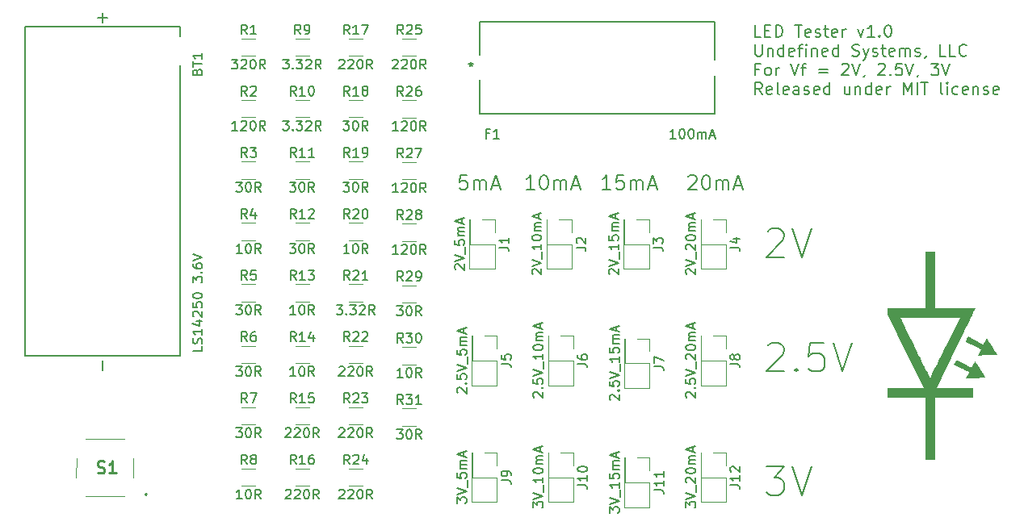
<source format=gbr>
%TF.GenerationSoftware,KiCad,Pcbnew,7.0.7*%
%TF.CreationDate,2023-12-25T13:55:38-06:00*%
%TF.ProjectId,LED Tester,4c454420-5465-4737-9465-722e6b696361,rev?*%
%TF.SameCoordinates,Original*%
%TF.FileFunction,Legend,Top*%
%TF.FilePolarity,Positive*%
%FSLAX46Y46*%
G04 Gerber Fmt 4.6, Leading zero omitted, Abs format (unit mm)*
G04 Created by KiCad (PCBNEW 7.0.7) date 2023-12-25 13:55:38*
%MOMM*%
%LPD*%
G01*
G04 APERTURE LIST*
%ADD10C,0.200000*%
%ADD11C,0.150000*%
%ADD12C,0.254000*%
%ADD13C,0.120000*%
%ADD14C,0.152400*%
%ADD15C,0.100000*%
%ADD16C,0.127000*%
G04 APERTURE END LIST*
D10*
X127203006Y-79306028D02*
X126488720Y-79306028D01*
X126488720Y-79306028D02*
X126417292Y-80020314D01*
X126417292Y-80020314D02*
X126488720Y-79948885D01*
X126488720Y-79948885D02*
X126631578Y-79877457D01*
X126631578Y-79877457D02*
X126988720Y-79877457D01*
X126988720Y-79877457D02*
X127131578Y-79948885D01*
X127131578Y-79948885D02*
X127203006Y-80020314D01*
X127203006Y-80020314D02*
X127274435Y-80163171D01*
X127274435Y-80163171D02*
X127274435Y-80520314D01*
X127274435Y-80520314D02*
X127203006Y-80663171D01*
X127203006Y-80663171D02*
X127131578Y-80734600D01*
X127131578Y-80734600D02*
X126988720Y-80806028D01*
X126988720Y-80806028D02*
X126631578Y-80806028D01*
X126631578Y-80806028D02*
X126488720Y-80734600D01*
X126488720Y-80734600D02*
X126417292Y-80663171D01*
X127917291Y-80806028D02*
X127917291Y-79806028D01*
X127917291Y-79948885D02*
X127988720Y-79877457D01*
X127988720Y-79877457D02*
X128131577Y-79806028D01*
X128131577Y-79806028D02*
X128345863Y-79806028D01*
X128345863Y-79806028D02*
X128488720Y-79877457D01*
X128488720Y-79877457D02*
X128560149Y-80020314D01*
X128560149Y-80020314D02*
X128560149Y-80806028D01*
X128560149Y-80020314D02*
X128631577Y-79877457D01*
X128631577Y-79877457D02*
X128774434Y-79806028D01*
X128774434Y-79806028D02*
X128988720Y-79806028D01*
X128988720Y-79806028D02*
X129131577Y-79877457D01*
X129131577Y-79877457D02*
X129203006Y-80020314D01*
X129203006Y-80020314D02*
X129203006Y-80806028D01*
X129845863Y-80377457D02*
X130560149Y-80377457D01*
X129703006Y-80806028D02*
X130203006Y-79306028D01*
X130203006Y-79306028D02*
X130703006Y-80806028D01*
X158733006Y-97178171D02*
X158875863Y-97035314D01*
X158875863Y-97035314D02*
X159161578Y-96892457D01*
X159161578Y-96892457D02*
X159875863Y-96892457D01*
X159875863Y-96892457D02*
X160161578Y-97035314D01*
X160161578Y-97035314D02*
X160304435Y-97178171D01*
X160304435Y-97178171D02*
X160447292Y-97463885D01*
X160447292Y-97463885D02*
X160447292Y-97749600D01*
X160447292Y-97749600D02*
X160304435Y-98178171D01*
X160304435Y-98178171D02*
X158590149Y-99892457D01*
X158590149Y-99892457D02*
X160447292Y-99892457D01*
X161733006Y-99606742D02*
X161875863Y-99749600D01*
X161875863Y-99749600D02*
X161733006Y-99892457D01*
X161733006Y-99892457D02*
X161590149Y-99749600D01*
X161590149Y-99749600D02*
X161733006Y-99606742D01*
X161733006Y-99606742D02*
X161733006Y-99892457D01*
X164590149Y-96892457D02*
X163161577Y-96892457D01*
X163161577Y-96892457D02*
X163018720Y-98321028D01*
X163018720Y-98321028D02*
X163161577Y-98178171D01*
X163161577Y-98178171D02*
X163447292Y-98035314D01*
X163447292Y-98035314D02*
X164161577Y-98035314D01*
X164161577Y-98035314D02*
X164447292Y-98178171D01*
X164447292Y-98178171D02*
X164590149Y-98321028D01*
X164590149Y-98321028D02*
X164733006Y-98606742D01*
X164733006Y-98606742D02*
X164733006Y-99321028D01*
X164733006Y-99321028D02*
X164590149Y-99606742D01*
X164590149Y-99606742D02*
X164447292Y-99749600D01*
X164447292Y-99749600D02*
X164161577Y-99892457D01*
X164161577Y-99892457D02*
X163447292Y-99892457D01*
X163447292Y-99892457D02*
X163161577Y-99749600D01*
X163161577Y-99749600D02*
X163018720Y-99606742D01*
X165590149Y-96892457D02*
X166590149Y-99892457D01*
X166590149Y-99892457D02*
X167590149Y-96892457D01*
X158733006Y-85178171D02*
X158875863Y-85035314D01*
X158875863Y-85035314D02*
X159161578Y-84892457D01*
X159161578Y-84892457D02*
X159875863Y-84892457D01*
X159875863Y-84892457D02*
X160161578Y-85035314D01*
X160161578Y-85035314D02*
X160304435Y-85178171D01*
X160304435Y-85178171D02*
X160447292Y-85463885D01*
X160447292Y-85463885D02*
X160447292Y-85749600D01*
X160447292Y-85749600D02*
X160304435Y-86178171D01*
X160304435Y-86178171D02*
X158590149Y-87892457D01*
X158590149Y-87892457D02*
X160447292Y-87892457D01*
X161304435Y-84892457D02*
X162304435Y-87892457D01*
X162304435Y-87892457D02*
X163304435Y-84892457D01*
X134274435Y-80806028D02*
X133417292Y-80806028D01*
X133845863Y-80806028D02*
X133845863Y-79306028D01*
X133845863Y-79306028D02*
X133703006Y-79520314D01*
X133703006Y-79520314D02*
X133560149Y-79663171D01*
X133560149Y-79663171D02*
X133417292Y-79734600D01*
X135203006Y-79306028D02*
X135345863Y-79306028D01*
X135345863Y-79306028D02*
X135488720Y-79377457D01*
X135488720Y-79377457D02*
X135560149Y-79448885D01*
X135560149Y-79448885D02*
X135631577Y-79591742D01*
X135631577Y-79591742D02*
X135703006Y-79877457D01*
X135703006Y-79877457D02*
X135703006Y-80234600D01*
X135703006Y-80234600D02*
X135631577Y-80520314D01*
X135631577Y-80520314D02*
X135560149Y-80663171D01*
X135560149Y-80663171D02*
X135488720Y-80734600D01*
X135488720Y-80734600D02*
X135345863Y-80806028D01*
X135345863Y-80806028D02*
X135203006Y-80806028D01*
X135203006Y-80806028D02*
X135060149Y-80734600D01*
X135060149Y-80734600D02*
X134988720Y-80663171D01*
X134988720Y-80663171D02*
X134917291Y-80520314D01*
X134917291Y-80520314D02*
X134845863Y-80234600D01*
X134845863Y-80234600D02*
X134845863Y-79877457D01*
X134845863Y-79877457D02*
X134917291Y-79591742D01*
X134917291Y-79591742D02*
X134988720Y-79448885D01*
X134988720Y-79448885D02*
X135060149Y-79377457D01*
X135060149Y-79377457D02*
X135203006Y-79306028D01*
X136345862Y-80806028D02*
X136345862Y-79806028D01*
X136345862Y-79948885D02*
X136417291Y-79877457D01*
X136417291Y-79877457D02*
X136560148Y-79806028D01*
X136560148Y-79806028D02*
X136774434Y-79806028D01*
X136774434Y-79806028D02*
X136917291Y-79877457D01*
X136917291Y-79877457D02*
X136988720Y-80020314D01*
X136988720Y-80020314D02*
X136988720Y-80806028D01*
X136988720Y-80020314D02*
X137060148Y-79877457D01*
X137060148Y-79877457D02*
X137203005Y-79806028D01*
X137203005Y-79806028D02*
X137417291Y-79806028D01*
X137417291Y-79806028D02*
X137560148Y-79877457D01*
X137560148Y-79877457D02*
X137631577Y-80020314D01*
X137631577Y-80020314D02*
X137631577Y-80806028D01*
X138274434Y-80377457D02*
X138988720Y-80377457D01*
X138131577Y-80806028D02*
X138631577Y-79306028D01*
X138631577Y-79306028D02*
X139131577Y-80806028D01*
X150417292Y-79448885D02*
X150488720Y-79377457D01*
X150488720Y-79377457D02*
X150631578Y-79306028D01*
X150631578Y-79306028D02*
X150988720Y-79306028D01*
X150988720Y-79306028D02*
X151131578Y-79377457D01*
X151131578Y-79377457D02*
X151203006Y-79448885D01*
X151203006Y-79448885D02*
X151274435Y-79591742D01*
X151274435Y-79591742D02*
X151274435Y-79734600D01*
X151274435Y-79734600D02*
X151203006Y-79948885D01*
X151203006Y-79948885D02*
X150345863Y-80806028D01*
X150345863Y-80806028D02*
X151274435Y-80806028D01*
X152203006Y-79306028D02*
X152345863Y-79306028D01*
X152345863Y-79306028D02*
X152488720Y-79377457D01*
X152488720Y-79377457D02*
X152560149Y-79448885D01*
X152560149Y-79448885D02*
X152631577Y-79591742D01*
X152631577Y-79591742D02*
X152703006Y-79877457D01*
X152703006Y-79877457D02*
X152703006Y-80234600D01*
X152703006Y-80234600D02*
X152631577Y-80520314D01*
X152631577Y-80520314D02*
X152560149Y-80663171D01*
X152560149Y-80663171D02*
X152488720Y-80734600D01*
X152488720Y-80734600D02*
X152345863Y-80806028D01*
X152345863Y-80806028D02*
X152203006Y-80806028D01*
X152203006Y-80806028D02*
X152060149Y-80734600D01*
X152060149Y-80734600D02*
X151988720Y-80663171D01*
X151988720Y-80663171D02*
X151917291Y-80520314D01*
X151917291Y-80520314D02*
X151845863Y-80234600D01*
X151845863Y-80234600D02*
X151845863Y-79877457D01*
X151845863Y-79877457D02*
X151917291Y-79591742D01*
X151917291Y-79591742D02*
X151988720Y-79448885D01*
X151988720Y-79448885D02*
X152060149Y-79377457D01*
X152060149Y-79377457D02*
X152203006Y-79306028D01*
X153345862Y-80806028D02*
X153345862Y-79806028D01*
X153345862Y-79948885D02*
X153417291Y-79877457D01*
X153417291Y-79877457D02*
X153560148Y-79806028D01*
X153560148Y-79806028D02*
X153774434Y-79806028D01*
X153774434Y-79806028D02*
X153917291Y-79877457D01*
X153917291Y-79877457D02*
X153988720Y-80020314D01*
X153988720Y-80020314D02*
X153988720Y-80806028D01*
X153988720Y-80020314D02*
X154060148Y-79877457D01*
X154060148Y-79877457D02*
X154203005Y-79806028D01*
X154203005Y-79806028D02*
X154417291Y-79806028D01*
X154417291Y-79806028D02*
X154560148Y-79877457D01*
X154560148Y-79877457D02*
X154631577Y-80020314D01*
X154631577Y-80020314D02*
X154631577Y-80806028D01*
X155274434Y-80377457D02*
X155988720Y-80377457D01*
X155131577Y-80806028D02*
X155631577Y-79306028D01*
X155631577Y-79306028D02*
X156131577Y-80806028D01*
X158590149Y-109892457D02*
X160447292Y-109892457D01*
X160447292Y-109892457D02*
X159447292Y-111035314D01*
X159447292Y-111035314D02*
X159875863Y-111035314D01*
X159875863Y-111035314D02*
X160161578Y-111178171D01*
X160161578Y-111178171D02*
X160304435Y-111321028D01*
X160304435Y-111321028D02*
X160447292Y-111606742D01*
X160447292Y-111606742D02*
X160447292Y-112321028D01*
X160447292Y-112321028D02*
X160304435Y-112606742D01*
X160304435Y-112606742D02*
X160161578Y-112749600D01*
X160161578Y-112749600D02*
X159875863Y-112892457D01*
X159875863Y-112892457D02*
X159018720Y-112892457D01*
X159018720Y-112892457D02*
X158733006Y-112749600D01*
X158733006Y-112749600D02*
X158590149Y-112606742D01*
X161304435Y-109892457D02*
X162304435Y-112892457D01*
X162304435Y-112892457D02*
X163304435Y-109892457D01*
X158024435Y-64799123D02*
X157429197Y-64799123D01*
X157429197Y-64799123D02*
X157429197Y-63549123D01*
X158441102Y-64144361D02*
X158857768Y-64144361D01*
X159036340Y-64799123D02*
X158441102Y-64799123D01*
X158441102Y-64799123D02*
X158441102Y-63549123D01*
X158441102Y-63549123D02*
X159036340Y-63549123D01*
X159572054Y-64799123D02*
X159572054Y-63549123D01*
X159572054Y-63549123D02*
X159869673Y-63549123D01*
X159869673Y-63549123D02*
X160048244Y-63608647D01*
X160048244Y-63608647D02*
X160167292Y-63727695D01*
X160167292Y-63727695D02*
X160226815Y-63846742D01*
X160226815Y-63846742D02*
X160286339Y-64084838D01*
X160286339Y-64084838D02*
X160286339Y-64263409D01*
X160286339Y-64263409D02*
X160226815Y-64501504D01*
X160226815Y-64501504D02*
X160167292Y-64620552D01*
X160167292Y-64620552D02*
X160048244Y-64739600D01*
X160048244Y-64739600D02*
X159869673Y-64799123D01*
X159869673Y-64799123D02*
X159572054Y-64799123D01*
X161595863Y-63549123D02*
X162310149Y-63549123D01*
X161953006Y-64799123D02*
X161953006Y-63549123D01*
X163203006Y-64739600D02*
X163083958Y-64799123D01*
X163083958Y-64799123D02*
X162845863Y-64799123D01*
X162845863Y-64799123D02*
X162726816Y-64739600D01*
X162726816Y-64739600D02*
X162667292Y-64620552D01*
X162667292Y-64620552D02*
X162667292Y-64144361D01*
X162667292Y-64144361D02*
X162726816Y-64025314D01*
X162726816Y-64025314D02*
X162845863Y-63965790D01*
X162845863Y-63965790D02*
X163083958Y-63965790D01*
X163083958Y-63965790D02*
X163203006Y-64025314D01*
X163203006Y-64025314D02*
X163262530Y-64144361D01*
X163262530Y-64144361D02*
X163262530Y-64263409D01*
X163262530Y-64263409D02*
X162667292Y-64382457D01*
X163738721Y-64739600D02*
X163857768Y-64799123D01*
X163857768Y-64799123D02*
X164095864Y-64799123D01*
X164095864Y-64799123D02*
X164214911Y-64739600D01*
X164214911Y-64739600D02*
X164274435Y-64620552D01*
X164274435Y-64620552D02*
X164274435Y-64561028D01*
X164274435Y-64561028D02*
X164214911Y-64441980D01*
X164214911Y-64441980D02*
X164095864Y-64382457D01*
X164095864Y-64382457D02*
X163917292Y-64382457D01*
X163917292Y-64382457D02*
X163798245Y-64322933D01*
X163798245Y-64322933D02*
X163738721Y-64203885D01*
X163738721Y-64203885D02*
X163738721Y-64144361D01*
X163738721Y-64144361D02*
X163798245Y-64025314D01*
X163798245Y-64025314D02*
X163917292Y-63965790D01*
X163917292Y-63965790D02*
X164095864Y-63965790D01*
X164095864Y-63965790D02*
X164214911Y-64025314D01*
X164631578Y-63965790D02*
X165107769Y-63965790D01*
X164810150Y-63549123D02*
X164810150Y-64620552D01*
X164810150Y-64620552D02*
X164869673Y-64739600D01*
X164869673Y-64739600D02*
X164988721Y-64799123D01*
X164988721Y-64799123D02*
X165107769Y-64799123D01*
X166000626Y-64739600D02*
X165881578Y-64799123D01*
X165881578Y-64799123D02*
X165643483Y-64799123D01*
X165643483Y-64799123D02*
X165524436Y-64739600D01*
X165524436Y-64739600D02*
X165464912Y-64620552D01*
X165464912Y-64620552D02*
X165464912Y-64144361D01*
X165464912Y-64144361D02*
X165524436Y-64025314D01*
X165524436Y-64025314D02*
X165643483Y-63965790D01*
X165643483Y-63965790D02*
X165881578Y-63965790D01*
X165881578Y-63965790D02*
X166000626Y-64025314D01*
X166000626Y-64025314D02*
X166060150Y-64144361D01*
X166060150Y-64144361D02*
X166060150Y-64263409D01*
X166060150Y-64263409D02*
X165464912Y-64382457D01*
X166595865Y-64799123D02*
X166595865Y-63965790D01*
X166595865Y-64203885D02*
X166655388Y-64084838D01*
X166655388Y-64084838D02*
X166714912Y-64025314D01*
X166714912Y-64025314D02*
X166833960Y-63965790D01*
X166833960Y-63965790D02*
X166953007Y-63965790D01*
X168203008Y-63965790D02*
X168500627Y-64799123D01*
X168500627Y-64799123D02*
X168798246Y-63965790D01*
X169929198Y-64799123D02*
X169214913Y-64799123D01*
X169572056Y-64799123D02*
X169572056Y-63549123D01*
X169572056Y-63549123D02*
X169453008Y-63727695D01*
X169453008Y-63727695D02*
X169333960Y-63846742D01*
X169333960Y-63846742D02*
X169214913Y-63906266D01*
X170464913Y-64680076D02*
X170524436Y-64739600D01*
X170524436Y-64739600D02*
X170464913Y-64799123D01*
X170464913Y-64799123D02*
X170405389Y-64739600D01*
X170405389Y-64739600D02*
X170464913Y-64680076D01*
X170464913Y-64680076D02*
X170464913Y-64799123D01*
X171298246Y-63549123D02*
X171417293Y-63549123D01*
X171417293Y-63549123D02*
X171536341Y-63608647D01*
X171536341Y-63608647D02*
X171595865Y-63668171D01*
X171595865Y-63668171D02*
X171655389Y-63787219D01*
X171655389Y-63787219D02*
X171714912Y-64025314D01*
X171714912Y-64025314D02*
X171714912Y-64322933D01*
X171714912Y-64322933D02*
X171655389Y-64561028D01*
X171655389Y-64561028D02*
X171595865Y-64680076D01*
X171595865Y-64680076D02*
X171536341Y-64739600D01*
X171536341Y-64739600D02*
X171417293Y-64799123D01*
X171417293Y-64799123D02*
X171298246Y-64799123D01*
X171298246Y-64799123D02*
X171179198Y-64739600D01*
X171179198Y-64739600D02*
X171119674Y-64680076D01*
X171119674Y-64680076D02*
X171060151Y-64561028D01*
X171060151Y-64561028D02*
X171000627Y-64322933D01*
X171000627Y-64322933D02*
X171000627Y-64025314D01*
X171000627Y-64025314D02*
X171060151Y-63787219D01*
X171060151Y-63787219D02*
X171119674Y-63668171D01*
X171119674Y-63668171D02*
X171179198Y-63608647D01*
X171179198Y-63608647D02*
X171298246Y-63549123D01*
X157429197Y-65561623D02*
X157429197Y-66573528D01*
X157429197Y-66573528D02*
X157488720Y-66692576D01*
X157488720Y-66692576D02*
X157548244Y-66752100D01*
X157548244Y-66752100D02*
X157667292Y-66811623D01*
X157667292Y-66811623D02*
X157905387Y-66811623D01*
X157905387Y-66811623D02*
X158024435Y-66752100D01*
X158024435Y-66752100D02*
X158083958Y-66692576D01*
X158083958Y-66692576D02*
X158143482Y-66573528D01*
X158143482Y-66573528D02*
X158143482Y-65561623D01*
X158738721Y-65978290D02*
X158738721Y-66811623D01*
X158738721Y-66097338D02*
X158798244Y-66037814D01*
X158798244Y-66037814D02*
X158917292Y-65978290D01*
X158917292Y-65978290D02*
X159095863Y-65978290D01*
X159095863Y-65978290D02*
X159214911Y-66037814D01*
X159214911Y-66037814D02*
X159274435Y-66156861D01*
X159274435Y-66156861D02*
X159274435Y-66811623D01*
X160405387Y-66811623D02*
X160405387Y-65561623D01*
X160405387Y-66752100D02*
X160286339Y-66811623D01*
X160286339Y-66811623D02*
X160048244Y-66811623D01*
X160048244Y-66811623D02*
X159929196Y-66752100D01*
X159929196Y-66752100D02*
X159869673Y-66692576D01*
X159869673Y-66692576D02*
X159810149Y-66573528D01*
X159810149Y-66573528D02*
X159810149Y-66216385D01*
X159810149Y-66216385D02*
X159869673Y-66097338D01*
X159869673Y-66097338D02*
X159929196Y-66037814D01*
X159929196Y-66037814D02*
X160048244Y-65978290D01*
X160048244Y-65978290D02*
X160286339Y-65978290D01*
X160286339Y-65978290D02*
X160405387Y-66037814D01*
X161476815Y-66752100D02*
X161357767Y-66811623D01*
X161357767Y-66811623D02*
X161119672Y-66811623D01*
X161119672Y-66811623D02*
X161000625Y-66752100D01*
X161000625Y-66752100D02*
X160941101Y-66633052D01*
X160941101Y-66633052D02*
X160941101Y-66156861D01*
X160941101Y-66156861D02*
X161000625Y-66037814D01*
X161000625Y-66037814D02*
X161119672Y-65978290D01*
X161119672Y-65978290D02*
X161357767Y-65978290D01*
X161357767Y-65978290D02*
X161476815Y-66037814D01*
X161476815Y-66037814D02*
X161536339Y-66156861D01*
X161536339Y-66156861D02*
X161536339Y-66275909D01*
X161536339Y-66275909D02*
X160941101Y-66394957D01*
X161893482Y-65978290D02*
X162369673Y-65978290D01*
X162072054Y-66811623D02*
X162072054Y-65740195D01*
X162072054Y-65740195D02*
X162131577Y-65621147D01*
X162131577Y-65621147D02*
X162250625Y-65561623D01*
X162250625Y-65561623D02*
X162369673Y-65561623D01*
X162786340Y-66811623D02*
X162786340Y-65978290D01*
X162786340Y-65561623D02*
X162726816Y-65621147D01*
X162726816Y-65621147D02*
X162786340Y-65680671D01*
X162786340Y-65680671D02*
X162845863Y-65621147D01*
X162845863Y-65621147D02*
X162786340Y-65561623D01*
X162786340Y-65561623D02*
X162786340Y-65680671D01*
X163381578Y-65978290D02*
X163381578Y-66811623D01*
X163381578Y-66097338D02*
X163441101Y-66037814D01*
X163441101Y-66037814D02*
X163560149Y-65978290D01*
X163560149Y-65978290D02*
X163738720Y-65978290D01*
X163738720Y-65978290D02*
X163857768Y-66037814D01*
X163857768Y-66037814D02*
X163917292Y-66156861D01*
X163917292Y-66156861D02*
X163917292Y-66811623D01*
X164988720Y-66752100D02*
X164869672Y-66811623D01*
X164869672Y-66811623D02*
X164631577Y-66811623D01*
X164631577Y-66811623D02*
X164512530Y-66752100D01*
X164512530Y-66752100D02*
X164453006Y-66633052D01*
X164453006Y-66633052D02*
X164453006Y-66156861D01*
X164453006Y-66156861D02*
X164512530Y-66037814D01*
X164512530Y-66037814D02*
X164631577Y-65978290D01*
X164631577Y-65978290D02*
X164869672Y-65978290D01*
X164869672Y-65978290D02*
X164988720Y-66037814D01*
X164988720Y-66037814D02*
X165048244Y-66156861D01*
X165048244Y-66156861D02*
X165048244Y-66275909D01*
X165048244Y-66275909D02*
X164453006Y-66394957D01*
X166119673Y-66811623D02*
X166119673Y-65561623D01*
X166119673Y-66752100D02*
X166000625Y-66811623D01*
X166000625Y-66811623D02*
X165762530Y-66811623D01*
X165762530Y-66811623D02*
X165643482Y-66752100D01*
X165643482Y-66752100D02*
X165583959Y-66692576D01*
X165583959Y-66692576D02*
X165524435Y-66573528D01*
X165524435Y-66573528D02*
X165524435Y-66216385D01*
X165524435Y-66216385D02*
X165583959Y-66097338D01*
X165583959Y-66097338D02*
X165643482Y-66037814D01*
X165643482Y-66037814D02*
X165762530Y-65978290D01*
X165762530Y-65978290D02*
X166000625Y-65978290D01*
X166000625Y-65978290D02*
X166119673Y-66037814D01*
X167607768Y-66752100D02*
X167786339Y-66811623D01*
X167786339Y-66811623D02*
X168083958Y-66811623D01*
X168083958Y-66811623D02*
X168203006Y-66752100D01*
X168203006Y-66752100D02*
X168262530Y-66692576D01*
X168262530Y-66692576D02*
X168322053Y-66573528D01*
X168322053Y-66573528D02*
X168322053Y-66454480D01*
X168322053Y-66454480D02*
X168262530Y-66335433D01*
X168262530Y-66335433D02*
X168203006Y-66275909D01*
X168203006Y-66275909D02*
X168083958Y-66216385D01*
X168083958Y-66216385D02*
X167845863Y-66156861D01*
X167845863Y-66156861D02*
X167726815Y-66097338D01*
X167726815Y-66097338D02*
X167667292Y-66037814D01*
X167667292Y-66037814D02*
X167607768Y-65918766D01*
X167607768Y-65918766D02*
X167607768Y-65799719D01*
X167607768Y-65799719D02*
X167667292Y-65680671D01*
X167667292Y-65680671D02*
X167726815Y-65621147D01*
X167726815Y-65621147D02*
X167845863Y-65561623D01*
X167845863Y-65561623D02*
X168143482Y-65561623D01*
X168143482Y-65561623D02*
X168322053Y-65621147D01*
X168738720Y-65978290D02*
X169036339Y-66811623D01*
X169333958Y-65978290D02*
X169036339Y-66811623D01*
X169036339Y-66811623D02*
X168917291Y-67109242D01*
X168917291Y-67109242D02*
X168857768Y-67168766D01*
X168857768Y-67168766D02*
X168738720Y-67228290D01*
X169750625Y-66752100D02*
X169869672Y-66811623D01*
X169869672Y-66811623D02*
X170107768Y-66811623D01*
X170107768Y-66811623D02*
X170226815Y-66752100D01*
X170226815Y-66752100D02*
X170286339Y-66633052D01*
X170286339Y-66633052D02*
X170286339Y-66573528D01*
X170286339Y-66573528D02*
X170226815Y-66454480D01*
X170226815Y-66454480D02*
X170107768Y-66394957D01*
X170107768Y-66394957D02*
X169929196Y-66394957D01*
X169929196Y-66394957D02*
X169810149Y-66335433D01*
X169810149Y-66335433D02*
X169750625Y-66216385D01*
X169750625Y-66216385D02*
X169750625Y-66156861D01*
X169750625Y-66156861D02*
X169810149Y-66037814D01*
X169810149Y-66037814D02*
X169929196Y-65978290D01*
X169929196Y-65978290D02*
X170107768Y-65978290D01*
X170107768Y-65978290D02*
X170226815Y-66037814D01*
X170643482Y-65978290D02*
X171119673Y-65978290D01*
X170822054Y-65561623D02*
X170822054Y-66633052D01*
X170822054Y-66633052D02*
X170881577Y-66752100D01*
X170881577Y-66752100D02*
X171000625Y-66811623D01*
X171000625Y-66811623D02*
X171119673Y-66811623D01*
X172012530Y-66752100D02*
X171893482Y-66811623D01*
X171893482Y-66811623D02*
X171655387Y-66811623D01*
X171655387Y-66811623D02*
X171536340Y-66752100D01*
X171536340Y-66752100D02*
X171476816Y-66633052D01*
X171476816Y-66633052D02*
X171476816Y-66156861D01*
X171476816Y-66156861D02*
X171536340Y-66037814D01*
X171536340Y-66037814D02*
X171655387Y-65978290D01*
X171655387Y-65978290D02*
X171893482Y-65978290D01*
X171893482Y-65978290D02*
X172012530Y-66037814D01*
X172012530Y-66037814D02*
X172072054Y-66156861D01*
X172072054Y-66156861D02*
X172072054Y-66275909D01*
X172072054Y-66275909D02*
X171476816Y-66394957D01*
X172607769Y-66811623D02*
X172607769Y-65978290D01*
X172607769Y-66097338D02*
X172667292Y-66037814D01*
X172667292Y-66037814D02*
X172786340Y-65978290D01*
X172786340Y-65978290D02*
X172964911Y-65978290D01*
X172964911Y-65978290D02*
X173083959Y-66037814D01*
X173083959Y-66037814D02*
X173143483Y-66156861D01*
X173143483Y-66156861D02*
X173143483Y-66811623D01*
X173143483Y-66156861D02*
X173203007Y-66037814D01*
X173203007Y-66037814D02*
X173322054Y-65978290D01*
X173322054Y-65978290D02*
X173500626Y-65978290D01*
X173500626Y-65978290D02*
X173619673Y-66037814D01*
X173619673Y-66037814D02*
X173679197Y-66156861D01*
X173679197Y-66156861D02*
X173679197Y-66811623D01*
X174214912Y-66752100D02*
X174333959Y-66811623D01*
X174333959Y-66811623D02*
X174572055Y-66811623D01*
X174572055Y-66811623D02*
X174691102Y-66752100D01*
X174691102Y-66752100D02*
X174750626Y-66633052D01*
X174750626Y-66633052D02*
X174750626Y-66573528D01*
X174750626Y-66573528D02*
X174691102Y-66454480D01*
X174691102Y-66454480D02*
X174572055Y-66394957D01*
X174572055Y-66394957D02*
X174393483Y-66394957D01*
X174393483Y-66394957D02*
X174274436Y-66335433D01*
X174274436Y-66335433D02*
X174214912Y-66216385D01*
X174214912Y-66216385D02*
X174214912Y-66156861D01*
X174214912Y-66156861D02*
X174274436Y-66037814D01*
X174274436Y-66037814D02*
X174393483Y-65978290D01*
X174393483Y-65978290D02*
X174572055Y-65978290D01*
X174572055Y-65978290D02*
X174691102Y-66037814D01*
X175345864Y-66752100D02*
X175345864Y-66811623D01*
X175345864Y-66811623D02*
X175286341Y-66930671D01*
X175286341Y-66930671D02*
X175226817Y-66990195D01*
X177429198Y-66811623D02*
X176833960Y-66811623D01*
X176833960Y-66811623D02*
X176833960Y-65561623D01*
X178441103Y-66811623D02*
X177845865Y-66811623D01*
X177845865Y-66811623D02*
X177845865Y-65561623D01*
X179572055Y-66692576D02*
X179512531Y-66752100D01*
X179512531Y-66752100D02*
X179333960Y-66811623D01*
X179333960Y-66811623D02*
X179214912Y-66811623D01*
X179214912Y-66811623D02*
X179036341Y-66752100D01*
X179036341Y-66752100D02*
X178917293Y-66633052D01*
X178917293Y-66633052D02*
X178857770Y-66514004D01*
X178857770Y-66514004D02*
X178798246Y-66275909D01*
X178798246Y-66275909D02*
X178798246Y-66097338D01*
X178798246Y-66097338D02*
X178857770Y-65859242D01*
X178857770Y-65859242D02*
X178917293Y-65740195D01*
X178917293Y-65740195D02*
X179036341Y-65621147D01*
X179036341Y-65621147D02*
X179214912Y-65561623D01*
X179214912Y-65561623D02*
X179333960Y-65561623D01*
X179333960Y-65561623D02*
X179512531Y-65621147D01*
X179512531Y-65621147D02*
X179572055Y-65680671D01*
X157845863Y-68169361D02*
X157429197Y-68169361D01*
X157429197Y-68824123D02*
X157429197Y-67574123D01*
X157429197Y-67574123D02*
X158024435Y-67574123D01*
X158679197Y-68824123D02*
X158560149Y-68764600D01*
X158560149Y-68764600D02*
X158500626Y-68705076D01*
X158500626Y-68705076D02*
X158441102Y-68586028D01*
X158441102Y-68586028D02*
X158441102Y-68228885D01*
X158441102Y-68228885D02*
X158500626Y-68109838D01*
X158500626Y-68109838D02*
X158560149Y-68050314D01*
X158560149Y-68050314D02*
X158679197Y-67990790D01*
X158679197Y-67990790D02*
X158857768Y-67990790D01*
X158857768Y-67990790D02*
X158976816Y-68050314D01*
X158976816Y-68050314D02*
X159036340Y-68109838D01*
X159036340Y-68109838D02*
X159095864Y-68228885D01*
X159095864Y-68228885D02*
X159095864Y-68586028D01*
X159095864Y-68586028D02*
X159036340Y-68705076D01*
X159036340Y-68705076D02*
X158976816Y-68764600D01*
X158976816Y-68764600D02*
X158857768Y-68824123D01*
X158857768Y-68824123D02*
X158679197Y-68824123D01*
X159631578Y-68824123D02*
X159631578Y-67990790D01*
X159631578Y-68228885D02*
X159691101Y-68109838D01*
X159691101Y-68109838D02*
X159750625Y-68050314D01*
X159750625Y-68050314D02*
X159869673Y-67990790D01*
X159869673Y-67990790D02*
X159988720Y-67990790D01*
X161179197Y-67574123D02*
X161595864Y-68824123D01*
X161595864Y-68824123D02*
X162012530Y-67574123D01*
X162250626Y-67990790D02*
X162726817Y-67990790D01*
X162429198Y-68824123D02*
X162429198Y-67752695D01*
X162429198Y-67752695D02*
X162488721Y-67633647D01*
X162488721Y-67633647D02*
X162607769Y-67574123D01*
X162607769Y-67574123D02*
X162726817Y-67574123D01*
X164095865Y-68169361D02*
X165048246Y-68169361D01*
X165048246Y-68526504D02*
X164095865Y-68526504D01*
X166536341Y-67693171D02*
X166595865Y-67633647D01*
X166595865Y-67633647D02*
X166714912Y-67574123D01*
X166714912Y-67574123D02*
X167012531Y-67574123D01*
X167012531Y-67574123D02*
X167131579Y-67633647D01*
X167131579Y-67633647D02*
X167191103Y-67693171D01*
X167191103Y-67693171D02*
X167250626Y-67812219D01*
X167250626Y-67812219D02*
X167250626Y-67931266D01*
X167250626Y-67931266D02*
X167191103Y-68109838D01*
X167191103Y-68109838D02*
X166476817Y-68824123D01*
X166476817Y-68824123D02*
X167250626Y-68824123D01*
X167607769Y-67574123D02*
X168024436Y-68824123D01*
X168024436Y-68824123D02*
X168441102Y-67574123D01*
X168917293Y-68764600D02*
X168917293Y-68824123D01*
X168917293Y-68824123D02*
X168857770Y-68943171D01*
X168857770Y-68943171D02*
X168798246Y-69002695D01*
X170345865Y-67693171D02*
X170405389Y-67633647D01*
X170405389Y-67633647D02*
X170524436Y-67574123D01*
X170524436Y-67574123D02*
X170822055Y-67574123D01*
X170822055Y-67574123D02*
X170941103Y-67633647D01*
X170941103Y-67633647D02*
X171000627Y-67693171D01*
X171000627Y-67693171D02*
X171060150Y-67812219D01*
X171060150Y-67812219D02*
X171060150Y-67931266D01*
X171060150Y-67931266D02*
X171000627Y-68109838D01*
X171000627Y-68109838D02*
X170286341Y-68824123D01*
X170286341Y-68824123D02*
X171060150Y-68824123D01*
X171595865Y-68705076D02*
X171655388Y-68764600D01*
X171655388Y-68764600D02*
X171595865Y-68824123D01*
X171595865Y-68824123D02*
X171536341Y-68764600D01*
X171536341Y-68764600D02*
X171595865Y-68705076D01*
X171595865Y-68705076D02*
X171595865Y-68824123D01*
X172786341Y-67574123D02*
X172191103Y-67574123D01*
X172191103Y-67574123D02*
X172131579Y-68169361D01*
X172131579Y-68169361D02*
X172191103Y-68109838D01*
X172191103Y-68109838D02*
X172310150Y-68050314D01*
X172310150Y-68050314D02*
X172607769Y-68050314D01*
X172607769Y-68050314D02*
X172726817Y-68109838D01*
X172726817Y-68109838D02*
X172786341Y-68169361D01*
X172786341Y-68169361D02*
X172845864Y-68288409D01*
X172845864Y-68288409D02*
X172845864Y-68586028D01*
X172845864Y-68586028D02*
X172786341Y-68705076D01*
X172786341Y-68705076D02*
X172726817Y-68764600D01*
X172726817Y-68764600D02*
X172607769Y-68824123D01*
X172607769Y-68824123D02*
X172310150Y-68824123D01*
X172310150Y-68824123D02*
X172191103Y-68764600D01*
X172191103Y-68764600D02*
X172131579Y-68705076D01*
X173203007Y-67574123D02*
X173619674Y-68824123D01*
X173619674Y-68824123D02*
X174036340Y-67574123D01*
X174512531Y-68764600D02*
X174512531Y-68824123D01*
X174512531Y-68824123D02*
X174453008Y-68943171D01*
X174453008Y-68943171D02*
X174393484Y-69002695D01*
X175881579Y-67574123D02*
X176655388Y-67574123D01*
X176655388Y-67574123D02*
X176238722Y-68050314D01*
X176238722Y-68050314D02*
X176417293Y-68050314D01*
X176417293Y-68050314D02*
X176536341Y-68109838D01*
X176536341Y-68109838D02*
X176595865Y-68169361D01*
X176595865Y-68169361D02*
X176655388Y-68288409D01*
X176655388Y-68288409D02*
X176655388Y-68586028D01*
X176655388Y-68586028D02*
X176595865Y-68705076D01*
X176595865Y-68705076D02*
X176536341Y-68764600D01*
X176536341Y-68764600D02*
X176417293Y-68824123D01*
X176417293Y-68824123D02*
X176060150Y-68824123D01*
X176060150Y-68824123D02*
X175941103Y-68764600D01*
X175941103Y-68764600D02*
X175881579Y-68705076D01*
X177012531Y-67574123D02*
X177429198Y-68824123D01*
X177429198Y-68824123D02*
X177845864Y-67574123D01*
X158143482Y-70836623D02*
X157726816Y-70241385D01*
X157429197Y-70836623D02*
X157429197Y-69586623D01*
X157429197Y-69586623D02*
X157905387Y-69586623D01*
X157905387Y-69586623D02*
X158024435Y-69646147D01*
X158024435Y-69646147D02*
X158083958Y-69705671D01*
X158083958Y-69705671D02*
X158143482Y-69824719D01*
X158143482Y-69824719D02*
X158143482Y-70003290D01*
X158143482Y-70003290D02*
X158083958Y-70122338D01*
X158083958Y-70122338D02*
X158024435Y-70181861D01*
X158024435Y-70181861D02*
X157905387Y-70241385D01*
X157905387Y-70241385D02*
X157429197Y-70241385D01*
X159155387Y-70777100D02*
X159036339Y-70836623D01*
X159036339Y-70836623D02*
X158798244Y-70836623D01*
X158798244Y-70836623D02*
X158679197Y-70777100D01*
X158679197Y-70777100D02*
X158619673Y-70658052D01*
X158619673Y-70658052D02*
X158619673Y-70181861D01*
X158619673Y-70181861D02*
X158679197Y-70062814D01*
X158679197Y-70062814D02*
X158798244Y-70003290D01*
X158798244Y-70003290D02*
X159036339Y-70003290D01*
X159036339Y-70003290D02*
X159155387Y-70062814D01*
X159155387Y-70062814D02*
X159214911Y-70181861D01*
X159214911Y-70181861D02*
X159214911Y-70300909D01*
X159214911Y-70300909D02*
X158619673Y-70419957D01*
X159929197Y-70836623D02*
X159810149Y-70777100D01*
X159810149Y-70777100D02*
X159750626Y-70658052D01*
X159750626Y-70658052D02*
X159750626Y-69586623D01*
X160881578Y-70777100D02*
X160762530Y-70836623D01*
X160762530Y-70836623D02*
X160524435Y-70836623D01*
X160524435Y-70836623D02*
X160405388Y-70777100D01*
X160405388Y-70777100D02*
X160345864Y-70658052D01*
X160345864Y-70658052D02*
X160345864Y-70181861D01*
X160345864Y-70181861D02*
X160405388Y-70062814D01*
X160405388Y-70062814D02*
X160524435Y-70003290D01*
X160524435Y-70003290D02*
X160762530Y-70003290D01*
X160762530Y-70003290D02*
X160881578Y-70062814D01*
X160881578Y-70062814D02*
X160941102Y-70181861D01*
X160941102Y-70181861D02*
X160941102Y-70300909D01*
X160941102Y-70300909D02*
X160345864Y-70419957D01*
X162012531Y-70836623D02*
X162012531Y-70181861D01*
X162012531Y-70181861D02*
X161953007Y-70062814D01*
X161953007Y-70062814D02*
X161833959Y-70003290D01*
X161833959Y-70003290D02*
X161595864Y-70003290D01*
X161595864Y-70003290D02*
X161476817Y-70062814D01*
X162012531Y-70777100D02*
X161893483Y-70836623D01*
X161893483Y-70836623D02*
X161595864Y-70836623D01*
X161595864Y-70836623D02*
X161476817Y-70777100D01*
X161476817Y-70777100D02*
X161417293Y-70658052D01*
X161417293Y-70658052D02*
X161417293Y-70539004D01*
X161417293Y-70539004D02*
X161476817Y-70419957D01*
X161476817Y-70419957D02*
X161595864Y-70360433D01*
X161595864Y-70360433D02*
X161893483Y-70360433D01*
X161893483Y-70360433D02*
X162012531Y-70300909D01*
X162548245Y-70777100D02*
X162667292Y-70836623D01*
X162667292Y-70836623D02*
X162905388Y-70836623D01*
X162905388Y-70836623D02*
X163024435Y-70777100D01*
X163024435Y-70777100D02*
X163083959Y-70658052D01*
X163083959Y-70658052D02*
X163083959Y-70598528D01*
X163083959Y-70598528D02*
X163024435Y-70479480D01*
X163024435Y-70479480D02*
X162905388Y-70419957D01*
X162905388Y-70419957D02*
X162726816Y-70419957D01*
X162726816Y-70419957D02*
X162607769Y-70360433D01*
X162607769Y-70360433D02*
X162548245Y-70241385D01*
X162548245Y-70241385D02*
X162548245Y-70181861D01*
X162548245Y-70181861D02*
X162607769Y-70062814D01*
X162607769Y-70062814D02*
X162726816Y-70003290D01*
X162726816Y-70003290D02*
X162905388Y-70003290D01*
X162905388Y-70003290D02*
X163024435Y-70062814D01*
X164095864Y-70777100D02*
X163976816Y-70836623D01*
X163976816Y-70836623D02*
X163738721Y-70836623D01*
X163738721Y-70836623D02*
X163619674Y-70777100D01*
X163619674Y-70777100D02*
X163560150Y-70658052D01*
X163560150Y-70658052D02*
X163560150Y-70181861D01*
X163560150Y-70181861D02*
X163619674Y-70062814D01*
X163619674Y-70062814D02*
X163738721Y-70003290D01*
X163738721Y-70003290D02*
X163976816Y-70003290D01*
X163976816Y-70003290D02*
X164095864Y-70062814D01*
X164095864Y-70062814D02*
X164155388Y-70181861D01*
X164155388Y-70181861D02*
X164155388Y-70300909D01*
X164155388Y-70300909D02*
X163560150Y-70419957D01*
X165226817Y-70836623D02*
X165226817Y-69586623D01*
X165226817Y-70777100D02*
X165107769Y-70836623D01*
X165107769Y-70836623D02*
X164869674Y-70836623D01*
X164869674Y-70836623D02*
X164750626Y-70777100D01*
X164750626Y-70777100D02*
X164691103Y-70717576D01*
X164691103Y-70717576D02*
X164631579Y-70598528D01*
X164631579Y-70598528D02*
X164631579Y-70241385D01*
X164631579Y-70241385D02*
X164691103Y-70122338D01*
X164691103Y-70122338D02*
X164750626Y-70062814D01*
X164750626Y-70062814D02*
X164869674Y-70003290D01*
X164869674Y-70003290D02*
X165107769Y-70003290D01*
X165107769Y-70003290D02*
X165226817Y-70062814D01*
X167310150Y-70003290D02*
X167310150Y-70836623D01*
X166774436Y-70003290D02*
X166774436Y-70658052D01*
X166774436Y-70658052D02*
X166833959Y-70777100D01*
X166833959Y-70777100D02*
X166953007Y-70836623D01*
X166953007Y-70836623D02*
X167131578Y-70836623D01*
X167131578Y-70836623D02*
X167250626Y-70777100D01*
X167250626Y-70777100D02*
X167310150Y-70717576D01*
X167905388Y-70003290D02*
X167905388Y-70836623D01*
X167905388Y-70122338D02*
X167964911Y-70062814D01*
X167964911Y-70062814D02*
X168083959Y-70003290D01*
X168083959Y-70003290D02*
X168262530Y-70003290D01*
X168262530Y-70003290D02*
X168381578Y-70062814D01*
X168381578Y-70062814D02*
X168441102Y-70181861D01*
X168441102Y-70181861D02*
X168441102Y-70836623D01*
X169572054Y-70836623D02*
X169572054Y-69586623D01*
X169572054Y-70777100D02*
X169453006Y-70836623D01*
X169453006Y-70836623D02*
X169214911Y-70836623D01*
X169214911Y-70836623D02*
X169095863Y-70777100D01*
X169095863Y-70777100D02*
X169036340Y-70717576D01*
X169036340Y-70717576D02*
X168976816Y-70598528D01*
X168976816Y-70598528D02*
X168976816Y-70241385D01*
X168976816Y-70241385D02*
X169036340Y-70122338D01*
X169036340Y-70122338D02*
X169095863Y-70062814D01*
X169095863Y-70062814D02*
X169214911Y-70003290D01*
X169214911Y-70003290D02*
X169453006Y-70003290D01*
X169453006Y-70003290D02*
X169572054Y-70062814D01*
X170643482Y-70777100D02*
X170524434Y-70836623D01*
X170524434Y-70836623D02*
X170286339Y-70836623D01*
X170286339Y-70836623D02*
X170167292Y-70777100D01*
X170167292Y-70777100D02*
X170107768Y-70658052D01*
X170107768Y-70658052D02*
X170107768Y-70181861D01*
X170107768Y-70181861D02*
X170167292Y-70062814D01*
X170167292Y-70062814D02*
X170286339Y-70003290D01*
X170286339Y-70003290D02*
X170524434Y-70003290D01*
X170524434Y-70003290D02*
X170643482Y-70062814D01*
X170643482Y-70062814D02*
X170703006Y-70181861D01*
X170703006Y-70181861D02*
X170703006Y-70300909D01*
X170703006Y-70300909D02*
X170107768Y-70419957D01*
X171238721Y-70836623D02*
X171238721Y-70003290D01*
X171238721Y-70241385D02*
X171298244Y-70122338D01*
X171298244Y-70122338D02*
X171357768Y-70062814D01*
X171357768Y-70062814D02*
X171476816Y-70003290D01*
X171476816Y-70003290D02*
X171595863Y-70003290D01*
X172964912Y-70836623D02*
X172964912Y-69586623D01*
X172964912Y-69586623D02*
X173381578Y-70479480D01*
X173381578Y-70479480D02*
X173798245Y-69586623D01*
X173798245Y-69586623D02*
X173798245Y-70836623D01*
X174393483Y-70836623D02*
X174393483Y-69586623D01*
X174810149Y-69586623D02*
X175524435Y-69586623D01*
X175167292Y-70836623D02*
X175167292Y-69586623D01*
X177072054Y-70836623D02*
X176953006Y-70777100D01*
X176953006Y-70777100D02*
X176893483Y-70658052D01*
X176893483Y-70658052D02*
X176893483Y-69586623D01*
X177548245Y-70836623D02*
X177548245Y-70003290D01*
X177548245Y-69586623D02*
X177488721Y-69646147D01*
X177488721Y-69646147D02*
X177548245Y-69705671D01*
X177548245Y-69705671D02*
X177607768Y-69646147D01*
X177607768Y-69646147D02*
X177548245Y-69586623D01*
X177548245Y-69586623D02*
X177548245Y-69705671D01*
X178679197Y-70777100D02*
X178560149Y-70836623D01*
X178560149Y-70836623D02*
X178322054Y-70836623D01*
X178322054Y-70836623D02*
X178203006Y-70777100D01*
X178203006Y-70777100D02*
X178143483Y-70717576D01*
X178143483Y-70717576D02*
X178083959Y-70598528D01*
X178083959Y-70598528D02*
X178083959Y-70241385D01*
X178083959Y-70241385D02*
X178143483Y-70122338D01*
X178143483Y-70122338D02*
X178203006Y-70062814D01*
X178203006Y-70062814D02*
X178322054Y-70003290D01*
X178322054Y-70003290D02*
X178560149Y-70003290D01*
X178560149Y-70003290D02*
X178679197Y-70062814D01*
X179691102Y-70777100D02*
X179572054Y-70836623D01*
X179572054Y-70836623D02*
X179333959Y-70836623D01*
X179333959Y-70836623D02*
X179214912Y-70777100D01*
X179214912Y-70777100D02*
X179155388Y-70658052D01*
X179155388Y-70658052D02*
X179155388Y-70181861D01*
X179155388Y-70181861D02*
X179214912Y-70062814D01*
X179214912Y-70062814D02*
X179333959Y-70003290D01*
X179333959Y-70003290D02*
X179572054Y-70003290D01*
X179572054Y-70003290D02*
X179691102Y-70062814D01*
X179691102Y-70062814D02*
X179750626Y-70181861D01*
X179750626Y-70181861D02*
X179750626Y-70300909D01*
X179750626Y-70300909D02*
X179155388Y-70419957D01*
X180286341Y-70003290D02*
X180286341Y-70836623D01*
X180286341Y-70122338D02*
X180345864Y-70062814D01*
X180345864Y-70062814D02*
X180464912Y-70003290D01*
X180464912Y-70003290D02*
X180643483Y-70003290D01*
X180643483Y-70003290D02*
X180762531Y-70062814D01*
X180762531Y-70062814D02*
X180822055Y-70181861D01*
X180822055Y-70181861D02*
X180822055Y-70836623D01*
X181357769Y-70777100D02*
X181476816Y-70836623D01*
X181476816Y-70836623D02*
X181714912Y-70836623D01*
X181714912Y-70836623D02*
X181833959Y-70777100D01*
X181833959Y-70777100D02*
X181893483Y-70658052D01*
X181893483Y-70658052D02*
X181893483Y-70598528D01*
X181893483Y-70598528D02*
X181833959Y-70479480D01*
X181833959Y-70479480D02*
X181714912Y-70419957D01*
X181714912Y-70419957D02*
X181536340Y-70419957D01*
X181536340Y-70419957D02*
X181417293Y-70360433D01*
X181417293Y-70360433D02*
X181357769Y-70241385D01*
X181357769Y-70241385D02*
X181357769Y-70181861D01*
X181357769Y-70181861D02*
X181417293Y-70062814D01*
X181417293Y-70062814D02*
X181536340Y-70003290D01*
X181536340Y-70003290D02*
X181714912Y-70003290D01*
X181714912Y-70003290D02*
X181833959Y-70062814D01*
X182905388Y-70777100D02*
X182786340Y-70836623D01*
X182786340Y-70836623D02*
X182548245Y-70836623D01*
X182548245Y-70836623D02*
X182429198Y-70777100D01*
X182429198Y-70777100D02*
X182369674Y-70658052D01*
X182369674Y-70658052D02*
X182369674Y-70181861D01*
X182369674Y-70181861D02*
X182429198Y-70062814D01*
X182429198Y-70062814D02*
X182548245Y-70003290D01*
X182548245Y-70003290D02*
X182786340Y-70003290D01*
X182786340Y-70003290D02*
X182905388Y-70062814D01*
X182905388Y-70062814D02*
X182964912Y-70181861D01*
X182964912Y-70181861D02*
X182964912Y-70300909D01*
X182964912Y-70300909D02*
X182369674Y-70419957D01*
X142274435Y-80806028D02*
X141417292Y-80806028D01*
X141845863Y-80806028D02*
X141845863Y-79306028D01*
X141845863Y-79306028D02*
X141703006Y-79520314D01*
X141703006Y-79520314D02*
X141560149Y-79663171D01*
X141560149Y-79663171D02*
X141417292Y-79734600D01*
X143631577Y-79306028D02*
X142917291Y-79306028D01*
X142917291Y-79306028D02*
X142845863Y-80020314D01*
X142845863Y-80020314D02*
X142917291Y-79948885D01*
X142917291Y-79948885D02*
X143060149Y-79877457D01*
X143060149Y-79877457D02*
X143417291Y-79877457D01*
X143417291Y-79877457D02*
X143560149Y-79948885D01*
X143560149Y-79948885D02*
X143631577Y-80020314D01*
X143631577Y-80020314D02*
X143703006Y-80163171D01*
X143703006Y-80163171D02*
X143703006Y-80520314D01*
X143703006Y-80520314D02*
X143631577Y-80663171D01*
X143631577Y-80663171D02*
X143560149Y-80734600D01*
X143560149Y-80734600D02*
X143417291Y-80806028D01*
X143417291Y-80806028D02*
X143060149Y-80806028D01*
X143060149Y-80806028D02*
X142917291Y-80734600D01*
X142917291Y-80734600D02*
X142845863Y-80663171D01*
X144345862Y-80806028D02*
X144345862Y-79806028D01*
X144345862Y-79948885D02*
X144417291Y-79877457D01*
X144417291Y-79877457D02*
X144560148Y-79806028D01*
X144560148Y-79806028D02*
X144774434Y-79806028D01*
X144774434Y-79806028D02*
X144917291Y-79877457D01*
X144917291Y-79877457D02*
X144988720Y-80020314D01*
X144988720Y-80020314D02*
X144988720Y-80806028D01*
X144988720Y-80020314D02*
X145060148Y-79877457D01*
X145060148Y-79877457D02*
X145203005Y-79806028D01*
X145203005Y-79806028D02*
X145417291Y-79806028D01*
X145417291Y-79806028D02*
X145560148Y-79877457D01*
X145560148Y-79877457D02*
X145631577Y-80020314D01*
X145631577Y-80020314D02*
X145631577Y-80806028D01*
X146274434Y-80377457D02*
X146988720Y-80377457D01*
X146131577Y-80806028D02*
X146631577Y-79306028D01*
X146631577Y-79306028D02*
X147131577Y-80806028D01*
D11*
X154814819Y-86873333D02*
X155529104Y-86873333D01*
X155529104Y-86873333D02*
X155671961Y-86920952D01*
X155671961Y-86920952D02*
X155767200Y-87016190D01*
X155767200Y-87016190D02*
X155814819Y-87159047D01*
X155814819Y-87159047D02*
X155814819Y-87254285D01*
X155148152Y-85968571D02*
X155814819Y-85968571D01*
X154767200Y-86206666D02*
X155481485Y-86444761D01*
X155481485Y-86444761D02*
X155481485Y-85825714D01*
X150250057Y-89682856D02*
X150202438Y-89635237D01*
X150202438Y-89635237D02*
X150154819Y-89539999D01*
X150154819Y-89539999D02*
X150154819Y-89301904D01*
X150154819Y-89301904D02*
X150202438Y-89206666D01*
X150202438Y-89206666D02*
X150250057Y-89159047D01*
X150250057Y-89159047D02*
X150345295Y-89111428D01*
X150345295Y-89111428D02*
X150440533Y-89111428D01*
X150440533Y-89111428D02*
X150583390Y-89159047D01*
X150583390Y-89159047D02*
X151154819Y-89730475D01*
X151154819Y-89730475D02*
X151154819Y-89111428D01*
X150154819Y-88825713D02*
X151154819Y-88492380D01*
X151154819Y-88492380D02*
X150154819Y-88159047D01*
X151250057Y-88063809D02*
X151250057Y-87301904D01*
X150250057Y-87111427D02*
X150202438Y-87063808D01*
X150202438Y-87063808D02*
X150154819Y-86968570D01*
X150154819Y-86968570D02*
X150154819Y-86730475D01*
X150154819Y-86730475D02*
X150202438Y-86635237D01*
X150202438Y-86635237D02*
X150250057Y-86587618D01*
X150250057Y-86587618D02*
X150345295Y-86539999D01*
X150345295Y-86539999D02*
X150440533Y-86539999D01*
X150440533Y-86539999D02*
X150583390Y-86587618D01*
X150583390Y-86587618D02*
X151154819Y-87159046D01*
X151154819Y-87159046D02*
X151154819Y-86539999D01*
X150154819Y-85920951D02*
X150154819Y-85825713D01*
X150154819Y-85825713D02*
X150202438Y-85730475D01*
X150202438Y-85730475D02*
X150250057Y-85682856D01*
X150250057Y-85682856D02*
X150345295Y-85635237D01*
X150345295Y-85635237D02*
X150535771Y-85587618D01*
X150535771Y-85587618D02*
X150773866Y-85587618D01*
X150773866Y-85587618D02*
X150964342Y-85635237D01*
X150964342Y-85635237D02*
X151059580Y-85682856D01*
X151059580Y-85682856D02*
X151107200Y-85730475D01*
X151107200Y-85730475D02*
X151154819Y-85825713D01*
X151154819Y-85825713D02*
X151154819Y-85920951D01*
X151154819Y-85920951D02*
X151107200Y-86016189D01*
X151107200Y-86016189D02*
X151059580Y-86063808D01*
X151059580Y-86063808D02*
X150964342Y-86111427D01*
X150964342Y-86111427D02*
X150773866Y-86159046D01*
X150773866Y-86159046D02*
X150535771Y-86159046D01*
X150535771Y-86159046D02*
X150345295Y-86111427D01*
X150345295Y-86111427D02*
X150250057Y-86063808D01*
X150250057Y-86063808D02*
X150202438Y-86016189D01*
X150202438Y-86016189D02*
X150154819Y-85920951D01*
X151154819Y-85159046D02*
X150488152Y-85159046D01*
X150583390Y-85159046D02*
X150535771Y-85111427D01*
X150535771Y-85111427D02*
X150488152Y-85016189D01*
X150488152Y-85016189D02*
X150488152Y-84873332D01*
X150488152Y-84873332D02*
X150535771Y-84778094D01*
X150535771Y-84778094D02*
X150631009Y-84730475D01*
X150631009Y-84730475D02*
X151154819Y-84730475D01*
X150631009Y-84730475D02*
X150535771Y-84682856D01*
X150535771Y-84682856D02*
X150488152Y-84587618D01*
X150488152Y-84587618D02*
X150488152Y-84444761D01*
X150488152Y-84444761D02*
X150535771Y-84349522D01*
X150535771Y-84349522D02*
X150631009Y-84301903D01*
X150631009Y-84301903D02*
X151154819Y-84301903D01*
X150869104Y-83873332D02*
X150869104Y-83397142D01*
X151154819Y-83968570D02*
X150154819Y-83635237D01*
X150154819Y-83635237D02*
X151154819Y-83301904D01*
X120504642Y-96873119D02*
X120171309Y-96396928D01*
X119933214Y-96873119D02*
X119933214Y-95873119D01*
X119933214Y-95873119D02*
X120314166Y-95873119D01*
X120314166Y-95873119D02*
X120409404Y-95920738D01*
X120409404Y-95920738D02*
X120457023Y-95968357D01*
X120457023Y-95968357D02*
X120504642Y-96063595D01*
X120504642Y-96063595D02*
X120504642Y-96206452D01*
X120504642Y-96206452D02*
X120457023Y-96301690D01*
X120457023Y-96301690D02*
X120409404Y-96349309D01*
X120409404Y-96349309D02*
X120314166Y-96396928D01*
X120314166Y-96396928D02*
X119933214Y-96396928D01*
X120837976Y-95873119D02*
X121457023Y-95873119D01*
X121457023Y-95873119D02*
X121123690Y-96254071D01*
X121123690Y-96254071D02*
X121266547Y-96254071D01*
X121266547Y-96254071D02*
X121361785Y-96301690D01*
X121361785Y-96301690D02*
X121409404Y-96349309D01*
X121409404Y-96349309D02*
X121457023Y-96444547D01*
X121457023Y-96444547D02*
X121457023Y-96682642D01*
X121457023Y-96682642D02*
X121409404Y-96777880D01*
X121409404Y-96777880D02*
X121361785Y-96825500D01*
X121361785Y-96825500D02*
X121266547Y-96873119D01*
X121266547Y-96873119D02*
X120980833Y-96873119D01*
X120980833Y-96873119D02*
X120885595Y-96825500D01*
X120885595Y-96825500D02*
X120837976Y-96777880D01*
X122076071Y-95873119D02*
X122171309Y-95873119D01*
X122171309Y-95873119D02*
X122266547Y-95920738D01*
X122266547Y-95920738D02*
X122314166Y-95968357D01*
X122314166Y-95968357D02*
X122361785Y-96063595D01*
X122361785Y-96063595D02*
X122409404Y-96254071D01*
X122409404Y-96254071D02*
X122409404Y-96492166D01*
X122409404Y-96492166D02*
X122361785Y-96682642D01*
X122361785Y-96682642D02*
X122314166Y-96777880D01*
X122314166Y-96777880D02*
X122266547Y-96825500D01*
X122266547Y-96825500D02*
X122171309Y-96873119D01*
X122171309Y-96873119D02*
X122076071Y-96873119D01*
X122076071Y-96873119D02*
X121980833Y-96825500D01*
X121980833Y-96825500D02*
X121933214Y-96777880D01*
X121933214Y-96777880D02*
X121885595Y-96682642D01*
X121885595Y-96682642D02*
X121837976Y-96492166D01*
X121837976Y-96492166D02*
X121837976Y-96254071D01*
X121837976Y-96254071D02*
X121885595Y-96063595D01*
X121885595Y-96063595D02*
X121933214Y-95968357D01*
X121933214Y-95968357D02*
X121980833Y-95920738D01*
X121980833Y-95920738D02*
X122076071Y-95873119D01*
X120457023Y-100513119D02*
X119885595Y-100513119D01*
X120171309Y-100513119D02*
X120171309Y-99513119D01*
X120171309Y-99513119D02*
X120076071Y-99655976D01*
X120076071Y-99655976D02*
X119980833Y-99751214D01*
X119980833Y-99751214D02*
X119885595Y-99798833D01*
X121076071Y-99513119D02*
X121171309Y-99513119D01*
X121171309Y-99513119D02*
X121266547Y-99560738D01*
X121266547Y-99560738D02*
X121314166Y-99608357D01*
X121314166Y-99608357D02*
X121361785Y-99703595D01*
X121361785Y-99703595D02*
X121409404Y-99894071D01*
X121409404Y-99894071D02*
X121409404Y-100132166D01*
X121409404Y-100132166D02*
X121361785Y-100322642D01*
X121361785Y-100322642D02*
X121314166Y-100417880D01*
X121314166Y-100417880D02*
X121266547Y-100465500D01*
X121266547Y-100465500D02*
X121171309Y-100513119D01*
X121171309Y-100513119D02*
X121076071Y-100513119D01*
X121076071Y-100513119D02*
X120980833Y-100465500D01*
X120980833Y-100465500D02*
X120933214Y-100417880D01*
X120933214Y-100417880D02*
X120885595Y-100322642D01*
X120885595Y-100322642D02*
X120837976Y-100132166D01*
X120837976Y-100132166D02*
X120837976Y-99894071D01*
X120837976Y-99894071D02*
X120885595Y-99703595D01*
X120885595Y-99703595D02*
X120933214Y-99608357D01*
X120933214Y-99608357D02*
X120980833Y-99560738D01*
X120980833Y-99560738D02*
X121076071Y-99513119D01*
X122409404Y-100513119D02*
X122076071Y-100036928D01*
X121837976Y-100513119D02*
X121837976Y-99513119D01*
X121837976Y-99513119D02*
X122218928Y-99513119D01*
X122218928Y-99513119D02*
X122314166Y-99560738D01*
X122314166Y-99560738D02*
X122361785Y-99608357D01*
X122361785Y-99608357D02*
X122409404Y-99703595D01*
X122409404Y-99703595D02*
X122409404Y-99846452D01*
X122409404Y-99846452D02*
X122361785Y-99941690D01*
X122361785Y-99941690D02*
X122314166Y-99989309D01*
X122314166Y-99989309D02*
X122218928Y-100036928D01*
X122218928Y-100036928D02*
X121837976Y-100036928D01*
X109284642Y-96743419D02*
X108951309Y-96267228D01*
X108713214Y-96743419D02*
X108713214Y-95743419D01*
X108713214Y-95743419D02*
X109094166Y-95743419D01*
X109094166Y-95743419D02*
X109189404Y-95791038D01*
X109189404Y-95791038D02*
X109237023Y-95838657D01*
X109237023Y-95838657D02*
X109284642Y-95933895D01*
X109284642Y-95933895D02*
X109284642Y-96076752D01*
X109284642Y-96076752D02*
X109237023Y-96171990D01*
X109237023Y-96171990D02*
X109189404Y-96219609D01*
X109189404Y-96219609D02*
X109094166Y-96267228D01*
X109094166Y-96267228D02*
X108713214Y-96267228D01*
X110237023Y-96743419D02*
X109665595Y-96743419D01*
X109951309Y-96743419D02*
X109951309Y-95743419D01*
X109951309Y-95743419D02*
X109856071Y-95886276D01*
X109856071Y-95886276D02*
X109760833Y-95981514D01*
X109760833Y-95981514D02*
X109665595Y-96029133D01*
X111094166Y-96076752D02*
X111094166Y-96743419D01*
X110856071Y-95695800D02*
X110617976Y-96410085D01*
X110617976Y-96410085D02*
X111237023Y-96410085D01*
X109237023Y-100383419D02*
X108665595Y-100383419D01*
X108951309Y-100383419D02*
X108951309Y-99383419D01*
X108951309Y-99383419D02*
X108856071Y-99526276D01*
X108856071Y-99526276D02*
X108760833Y-99621514D01*
X108760833Y-99621514D02*
X108665595Y-99669133D01*
X109856071Y-99383419D02*
X109951309Y-99383419D01*
X109951309Y-99383419D02*
X110046547Y-99431038D01*
X110046547Y-99431038D02*
X110094166Y-99478657D01*
X110094166Y-99478657D02*
X110141785Y-99573895D01*
X110141785Y-99573895D02*
X110189404Y-99764371D01*
X110189404Y-99764371D02*
X110189404Y-100002466D01*
X110189404Y-100002466D02*
X110141785Y-100192942D01*
X110141785Y-100192942D02*
X110094166Y-100288180D01*
X110094166Y-100288180D02*
X110046547Y-100335800D01*
X110046547Y-100335800D02*
X109951309Y-100383419D01*
X109951309Y-100383419D02*
X109856071Y-100383419D01*
X109856071Y-100383419D02*
X109760833Y-100335800D01*
X109760833Y-100335800D02*
X109713214Y-100288180D01*
X109713214Y-100288180D02*
X109665595Y-100192942D01*
X109665595Y-100192942D02*
X109617976Y-100002466D01*
X109617976Y-100002466D02*
X109617976Y-99764371D01*
X109617976Y-99764371D02*
X109665595Y-99573895D01*
X109665595Y-99573895D02*
X109713214Y-99478657D01*
X109713214Y-99478657D02*
X109760833Y-99431038D01*
X109760833Y-99431038D02*
X109856071Y-99383419D01*
X111189404Y-100383419D02*
X110856071Y-99907228D01*
X110617976Y-100383419D02*
X110617976Y-99383419D01*
X110617976Y-99383419D02*
X110998928Y-99383419D01*
X110998928Y-99383419D02*
X111094166Y-99431038D01*
X111094166Y-99431038D02*
X111141785Y-99478657D01*
X111141785Y-99478657D02*
X111189404Y-99573895D01*
X111189404Y-99573895D02*
X111189404Y-99716752D01*
X111189404Y-99716752D02*
X111141785Y-99811990D01*
X111141785Y-99811990D02*
X111094166Y-99859609D01*
X111094166Y-99859609D02*
X110998928Y-99907228D01*
X110998928Y-99907228D02*
X110617976Y-99907228D01*
X138814819Y-111809523D02*
X139529104Y-111809523D01*
X139529104Y-111809523D02*
X139671961Y-111857142D01*
X139671961Y-111857142D02*
X139767200Y-111952380D01*
X139767200Y-111952380D02*
X139814819Y-112095237D01*
X139814819Y-112095237D02*
X139814819Y-112190475D01*
X139814819Y-110809523D02*
X139814819Y-111380951D01*
X139814819Y-111095237D02*
X138814819Y-111095237D01*
X138814819Y-111095237D02*
X138957676Y-111190475D01*
X138957676Y-111190475D02*
X139052914Y-111285713D01*
X139052914Y-111285713D02*
X139100533Y-111380951D01*
X138814819Y-110190475D02*
X138814819Y-110095237D01*
X138814819Y-110095237D02*
X138862438Y-109999999D01*
X138862438Y-109999999D02*
X138910057Y-109952380D01*
X138910057Y-109952380D02*
X139005295Y-109904761D01*
X139005295Y-109904761D02*
X139195771Y-109857142D01*
X139195771Y-109857142D02*
X139433866Y-109857142D01*
X139433866Y-109857142D02*
X139624342Y-109904761D01*
X139624342Y-109904761D02*
X139719580Y-109952380D01*
X139719580Y-109952380D02*
X139767200Y-109999999D01*
X139767200Y-109999999D02*
X139814819Y-110095237D01*
X139814819Y-110095237D02*
X139814819Y-110190475D01*
X139814819Y-110190475D02*
X139767200Y-110285713D01*
X139767200Y-110285713D02*
X139719580Y-110333332D01*
X139719580Y-110333332D02*
X139624342Y-110380951D01*
X139624342Y-110380951D02*
X139433866Y-110428570D01*
X139433866Y-110428570D02*
X139195771Y-110428570D01*
X139195771Y-110428570D02*
X139005295Y-110380951D01*
X139005295Y-110380951D02*
X138910057Y-110333332D01*
X138910057Y-110333332D02*
X138862438Y-110285713D01*
X138862438Y-110285713D02*
X138814819Y-110190475D01*
X134154819Y-114190475D02*
X134154819Y-113571428D01*
X134154819Y-113571428D02*
X134535771Y-113904761D01*
X134535771Y-113904761D02*
X134535771Y-113761904D01*
X134535771Y-113761904D02*
X134583390Y-113666666D01*
X134583390Y-113666666D02*
X134631009Y-113619047D01*
X134631009Y-113619047D02*
X134726247Y-113571428D01*
X134726247Y-113571428D02*
X134964342Y-113571428D01*
X134964342Y-113571428D02*
X135059580Y-113619047D01*
X135059580Y-113619047D02*
X135107200Y-113666666D01*
X135107200Y-113666666D02*
X135154819Y-113761904D01*
X135154819Y-113761904D02*
X135154819Y-114047618D01*
X135154819Y-114047618D02*
X135107200Y-114142856D01*
X135107200Y-114142856D02*
X135059580Y-114190475D01*
X134154819Y-113285713D02*
X135154819Y-112952380D01*
X135154819Y-112952380D02*
X134154819Y-112619047D01*
X135250057Y-112523809D02*
X135250057Y-111761904D01*
X135154819Y-110999999D02*
X135154819Y-111571427D01*
X135154819Y-111285713D02*
X134154819Y-111285713D01*
X134154819Y-111285713D02*
X134297676Y-111380951D01*
X134297676Y-111380951D02*
X134392914Y-111476189D01*
X134392914Y-111476189D02*
X134440533Y-111571427D01*
X134154819Y-110380951D02*
X134154819Y-110285713D01*
X134154819Y-110285713D02*
X134202438Y-110190475D01*
X134202438Y-110190475D02*
X134250057Y-110142856D01*
X134250057Y-110142856D02*
X134345295Y-110095237D01*
X134345295Y-110095237D02*
X134535771Y-110047618D01*
X134535771Y-110047618D02*
X134773866Y-110047618D01*
X134773866Y-110047618D02*
X134964342Y-110095237D01*
X134964342Y-110095237D02*
X135059580Y-110142856D01*
X135059580Y-110142856D02*
X135107200Y-110190475D01*
X135107200Y-110190475D02*
X135154819Y-110285713D01*
X135154819Y-110285713D02*
X135154819Y-110380951D01*
X135154819Y-110380951D02*
X135107200Y-110476189D01*
X135107200Y-110476189D02*
X135059580Y-110523808D01*
X135059580Y-110523808D02*
X134964342Y-110571427D01*
X134964342Y-110571427D02*
X134773866Y-110619046D01*
X134773866Y-110619046D02*
X134535771Y-110619046D01*
X134535771Y-110619046D02*
X134345295Y-110571427D01*
X134345295Y-110571427D02*
X134250057Y-110523808D01*
X134250057Y-110523808D02*
X134202438Y-110476189D01*
X134202438Y-110476189D02*
X134154819Y-110380951D01*
X135154819Y-109619046D02*
X134488152Y-109619046D01*
X134583390Y-109619046D02*
X134535771Y-109571427D01*
X134535771Y-109571427D02*
X134488152Y-109476189D01*
X134488152Y-109476189D02*
X134488152Y-109333332D01*
X134488152Y-109333332D02*
X134535771Y-109238094D01*
X134535771Y-109238094D02*
X134631009Y-109190475D01*
X134631009Y-109190475D02*
X135154819Y-109190475D01*
X134631009Y-109190475D02*
X134535771Y-109142856D01*
X134535771Y-109142856D02*
X134488152Y-109047618D01*
X134488152Y-109047618D02*
X134488152Y-108904761D01*
X134488152Y-108904761D02*
X134535771Y-108809522D01*
X134535771Y-108809522D02*
X134631009Y-108761903D01*
X134631009Y-108761903D02*
X135154819Y-108761903D01*
X134869104Y-108333332D02*
X134869104Y-107857142D01*
X135154819Y-108428570D02*
X134154819Y-108095237D01*
X134154819Y-108095237D02*
X135154819Y-107761904D01*
X104150833Y-109634819D02*
X103817500Y-109158628D01*
X103579405Y-109634819D02*
X103579405Y-108634819D01*
X103579405Y-108634819D02*
X103960357Y-108634819D01*
X103960357Y-108634819D02*
X104055595Y-108682438D01*
X104055595Y-108682438D02*
X104103214Y-108730057D01*
X104103214Y-108730057D02*
X104150833Y-108825295D01*
X104150833Y-108825295D02*
X104150833Y-108968152D01*
X104150833Y-108968152D02*
X104103214Y-109063390D01*
X104103214Y-109063390D02*
X104055595Y-109111009D01*
X104055595Y-109111009D02*
X103960357Y-109158628D01*
X103960357Y-109158628D02*
X103579405Y-109158628D01*
X104722262Y-109063390D02*
X104627024Y-109015771D01*
X104627024Y-109015771D02*
X104579405Y-108968152D01*
X104579405Y-108968152D02*
X104531786Y-108872914D01*
X104531786Y-108872914D02*
X104531786Y-108825295D01*
X104531786Y-108825295D02*
X104579405Y-108730057D01*
X104579405Y-108730057D02*
X104627024Y-108682438D01*
X104627024Y-108682438D02*
X104722262Y-108634819D01*
X104722262Y-108634819D02*
X104912738Y-108634819D01*
X104912738Y-108634819D02*
X105007976Y-108682438D01*
X105007976Y-108682438D02*
X105055595Y-108730057D01*
X105055595Y-108730057D02*
X105103214Y-108825295D01*
X105103214Y-108825295D02*
X105103214Y-108872914D01*
X105103214Y-108872914D02*
X105055595Y-108968152D01*
X105055595Y-108968152D02*
X105007976Y-109015771D01*
X105007976Y-109015771D02*
X104912738Y-109063390D01*
X104912738Y-109063390D02*
X104722262Y-109063390D01*
X104722262Y-109063390D02*
X104627024Y-109111009D01*
X104627024Y-109111009D02*
X104579405Y-109158628D01*
X104579405Y-109158628D02*
X104531786Y-109253866D01*
X104531786Y-109253866D02*
X104531786Y-109444342D01*
X104531786Y-109444342D02*
X104579405Y-109539580D01*
X104579405Y-109539580D02*
X104627024Y-109587200D01*
X104627024Y-109587200D02*
X104722262Y-109634819D01*
X104722262Y-109634819D02*
X104912738Y-109634819D01*
X104912738Y-109634819D02*
X105007976Y-109587200D01*
X105007976Y-109587200D02*
X105055595Y-109539580D01*
X105055595Y-109539580D02*
X105103214Y-109444342D01*
X105103214Y-109444342D02*
X105103214Y-109253866D01*
X105103214Y-109253866D02*
X105055595Y-109158628D01*
X105055595Y-109158628D02*
X105007976Y-109111009D01*
X105007976Y-109111009D02*
X104912738Y-109063390D01*
X103627023Y-113274819D02*
X103055595Y-113274819D01*
X103341309Y-113274819D02*
X103341309Y-112274819D01*
X103341309Y-112274819D02*
X103246071Y-112417676D01*
X103246071Y-112417676D02*
X103150833Y-112512914D01*
X103150833Y-112512914D02*
X103055595Y-112560533D01*
X104246071Y-112274819D02*
X104341309Y-112274819D01*
X104341309Y-112274819D02*
X104436547Y-112322438D01*
X104436547Y-112322438D02*
X104484166Y-112370057D01*
X104484166Y-112370057D02*
X104531785Y-112465295D01*
X104531785Y-112465295D02*
X104579404Y-112655771D01*
X104579404Y-112655771D02*
X104579404Y-112893866D01*
X104579404Y-112893866D02*
X104531785Y-113084342D01*
X104531785Y-113084342D02*
X104484166Y-113179580D01*
X104484166Y-113179580D02*
X104436547Y-113227200D01*
X104436547Y-113227200D02*
X104341309Y-113274819D01*
X104341309Y-113274819D02*
X104246071Y-113274819D01*
X104246071Y-113274819D02*
X104150833Y-113227200D01*
X104150833Y-113227200D02*
X104103214Y-113179580D01*
X104103214Y-113179580D02*
X104055595Y-113084342D01*
X104055595Y-113084342D02*
X104007976Y-112893866D01*
X104007976Y-112893866D02*
X104007976Y-112655771D01*
X104007976Y-112655771D02*
X104055595Y-112465295D01*
X104055595Y-112465295D02*
X104103214Y-112370057D01*
X104103214Y-112370057D02*
X104150833Y-112322438D01*
X104150833Y-112322438D02*
X104246071Y-112274819D01*
X105579404Y-113274819D02*
X105246071Y-112798628D01*
X105007976Y-113274819D02*
X105007976Y-112274819D01*
X105007976Y-112274819D02*
X105388928Y-112274819D01*
X105388928Y-112274819D02*
X105484166Y-112322438D01*
X105484166Y-112322438D02*
X105531785Y-112370057D01*
X105531785Y-112370057D02*
X105579404Y-112465295D01*
X105579404Y-112465295D02*
X105579404Y-112608152D01*
X105579404Y-112608152D02*
X105531785Y-112703390D01*
X105531785Y-112703390D02*
X105484166Y-112751009D01*
X105484166Y-112751009D02*
X105388928Y-112798628D01*
X105388928Y-112798628D02*
X105007976Y-112798628D01*
X114894642Y-83851919D02*
X114561309Y-83375728D01*
X114323214Y-83851919D02*
X114323214Y-82851919D01*
X114323214Y-82851919D02*
X114704166Y-82851919D01*
X114704166Y-82851919D02*
X114799404Y-82899538D01*
X114799404Y-82899538D02*
X114847023Y-82947157D01*
X114847023Y-82947157D02*
X114894642Y-83042395D01*
X114894642Y-83042395D02*
X114894642Y-83185252D01*
X114894642Y-83185252D02*
X114847023Y-83280490D01*
X114847023Y-83280490D02*
X114799404Y-83328109D01*
X114799404Y-83328109D02*
X114704166Y-83375728D01*
X114704166Y-83375728D02*
X114323214Y-83375728D01*
X115275595Y-82947157D02*
X115323214Y-82899538D01*
X115323214Y-82899538D02*
X115418452Y-82851919D01*
X115418452Y-82851919D02*
X115656547Y-82851919D01*
X115656547Y-82851919D02*
X115751785Y-82899538D01*
X115751785Y-82899538D02*
X115799404Y-82947157D01*
X115799404Y-82947157D02*
X115847023Y-83042395D01*
X115847023Y-83042395D02*
X115847023Y-83137633D01*
X115847023Y-83137633D02*
X115799404Y-83280490D01*
X115799404Y-83280490D02*
X115227976Y-83851919D01*
X115227976Y-83851919D02*
X115847023Y-83851919D01*
X116466071Y-82851919D02*
X116561309Y-82851919D01*
X116561309Y-82851919D02*
X116656547Y-82899538D01*
X116656547Y-82899538D02*
X116704166Y-82947157D01*
X116704166Y-82947157D02*
X116751785Y-83042395D01*
X116751785Y-83042395D02*
X116799404Y-83232871D01*
X116799404Y-83232871D02*
X116799404Y-83470966D01*
X116799404Y-83470966D02*
X116751785Y-83661442D01*
X116751785Y-83661442D02*
X116704166Y-83756680D01*
X116704166Y-83756680D02*
X116656547Y-83804300D01*
X116656547Y-83804300D02*
X116561309Y-83851919D01*
X116561309Y-83851919D02*
X116466071Y-83851919D01*
X116466071Y-83851919D02*
X116370833Y-83804300D01*
X116370833Y-83804300D02*
X116323214Y-83756680D01*
X116323214Y-83756680D02*
X116275595Y-83661442D01*
X116275595Y-83661442D02*
X116227976Y-83470966D01*
X116227976Y-83470966D02*
X116227976Y-83232871D01*
X116227976Y-83232871D02*
X116275595Y-83042395D01*
X116275595Y-83042395D02*
X116323214Y-82947157D01*
X116323214Y-82947157D02*
X116370833Y-82899538D01*
X116370833Y-82899538D02*
X116466071Y-82851919D01*
X114847023Y-87491919D02*
X114275595Y-87491919D01*
X114561309Y-87491919D02*
X114561309Y-86491919D01*
X114561309Y-86491919D02*
X114466071Y-86634776D01*
X114466071Y-86634776D02*
X114370833Y-86730014D01*
X114370833Y-86730014D02*
X114275595Y-86777633D01*
X115466071Y-86491919D02*
X115561309Y-86491919D01*
X115561309Y-86491919D02*
X115656547Y-86539538D01*
X115656547Y-86539538D02*
X115704166Y-86587157D01*
X115704166Y-86587157D02*
X115751785Y-86682395D01*
X115751785Y-86682395D02*
X115799404Y-86872871D01*
X115799404Y-86872871D02*
X115799404Y-87110966D01*
X115799404Y-87110966D02*
X115751785Y-87301442D01*
X115751785Y-87301442D02*
X115704166Y-87396680D01*
X115704166Y-87396680D02*
X115656547Y-87444300D01*
X115656547Y-87444300D02*
X115561309Y-87491919D01*
X115561309Y-87491919D02*
X115466071Y-87491919D01*
X115466071Y-87491919D02*
X115370833Y-87444300D01*
X115370833Y-87444300D02*
X115323214Y-87396680D01*
X115323214Y-87396680D02*
X115275595Y-87301442D01*
X115275595Y-87301442D02*
X115227976Y-87110966D01*
X115227976Y-87110966D02*
X115227976Y-86872871D01*
X115227976Y-86872871D02*
X115275595Y-86682395D01*
X115275595Y-86682395D02*
X115323214Y-86587157D01*
X115323214Y-86587157D02*
X115370833Y-86539538D01*
X115370833Y-86539538D02*
X115466071Y-86491919D01*
X116799404Y-87491919D02*
X116466071Y-87015728D01*
X116227976Y-87491919D02*
X116227976Y-86491919D01*
X116227976Y-86491919D02*
X116608928Y-86491919D01*
X116608928Y-86491919D02*
X116704166Y-86539538D01*
X116704166Y-86539538D02*
X116751785Y-86587157D01*
X116751785Y-86587157D02*
X116799404Y-86682395D01*
X116799404Y-86682395D02*
X116799404Y-86825252D01*
X116799404Y-86825252D02*
X116751785Y-86920490D01*
X116751785Y-86920490D02*
X116704166Y-86968109D01*
X116704166Y-86968109D02*
X116608928Y-87015728D01*
X116608928Y-87015728D02*
X116227976Y-87015728D01*
X109284642Y-109634819D02*
X108951309Y-109158628D01*
X108713214Y-109634819D02*
X108713214Y-108634819D01*
X108713214Y-108634819D02*
X109094166Y-108634819D01*
X109094166Y-108634819D02*
X109189404Y-108682438D01*
X109189404Y-108682438D02*
X109237023Y-108730057D01*
X109237023Y-108730057D02*
X109284642Y-108825295D01*
X109284642Y-108825295D02*
X109284642Y-108968152D01*
X109284642Y-108968152D02*
X109237023Y-109063390D01*
X109237023Y-109063390D02*
X109189404Y-109111009D01*
X109189404Y-109111009D02*
X109094166Y-109158628D01*
X109094166Y-109158628D02*
X108713214Y-109158628D01*
X110237023Y-109634819D02*
X109665595Y-109634819D01*
X109951309Y-109634819D02*
X109951309Y-108634819D01*
X109951309Y-108634819D02*
X109856071Y-108777676D01*
X109856071Y-108777676D02*
X109760833Y-108872914D01*
X109760833Y-108872914D02*
X109665595Y-108920533D01*
X111094166Y-108634819D02*
X110903690Y-108634819D01*
X110903690Y-108634819D02*
X110808452Y-108682438D01*
X110808452Y-108682438D02*
X110760833Y-108730057D01*
X110760833Y-108730057D02*
X110665595Y-108872914D01*
X110665595Y-108872914D02*
X110617976Y-109063390D01*
X110617976Y-109063390D02*
X110617976Y-109444342D01*
X110617976Y-109444342D02*
X110665595Y-109539580D01*
X110665595Y-109539580D02*
X110713214Y-109587200D01*
X110713214Y-109587200D02*
X110808452Y-109634819D01*
X110808452Y-109634819D02*
X110998928Y-109634819D01*
X110998928Y-109634819D02*
X111094166Y-109587200D01*
X111094166Y-109587200D02*
X111141785Y-109539580D01*
X111141785Y-109539580D02*
X111189404Y-109444342D01*
X111189404Y-109444342D02*
X111189404Y-109206247D01*
X111189404Y-109206247D02*
X111141785Y-109111009D01*
X111141785Y-109111009D02*
X111094166Y-109063390D01*
X111094166Y-109063390D02*
X110998928Y-109015771D01*
X110998928Y-109015771D02*
X110808452Y-109015771D01*
X110808452Y-109015771D02*
X110713214Y-109063390D01*
X110713214Y-109063390D02*
X110665595Y-109111009D01*
X110665595Y-109111009D02*
X110617976Y-109206247D01*
X108189405Y-112370057D02*
X108237024Y-112322438D01*
X108237024Y-112322438D02*
X108332262Y-112274819D01*
X108332262Y-112274819D02*
X108570357Y-112274819D01*
X108570357Y-112274819D02*
X108665595Y-112322438D01*
X108665595Y-112322438D02*
X108713214Y-112370057D01*
X108713214Y-112370057D02*
X108760833Y-112465295D01*
X108760833Y-112465295D02*
X108760833Y-112560533D01*
X108760833Y-112560533D02*
X108713214Y-112703390D01*
X108713214Y-112703390D02*
X108141786Y-113274819D01*
X108141786Y-113274819D02*
X108760833Y-113274819D01*
X109141786Y-112370057D02*
X109189405Y-112322438D01*
X109189405Y-112322438D02*
X109284643Y-112274819D01*
X109284643Y-112274819D02*
X109522738Y-112274819D01*
X109522738Y-112274819D02*
X109617976Y-112322438D01*
X109617976Y-112322438D02*
X109665595Y-112370057D01*
X109665595Y-112370057D02*
X109713214Y-112465295D01*
X109713214Y-112465295D02*
X109713214Y-112560533D01*
X109713214Y-112560533D02*
X109665595Y-112703390D01*
X109665595Y-112703390D02*
X109094167Y-113274819D01*
X109094167Y-113274819D02*
X109713214Y-113274819D01*
X110332262Y-112274819D02*
X110427500Y-112274819D01*
X110427500Y-112274819D02*
X110522738Y-112322438D01*
X110522738Y-112322438D02*
X110570357Y-112370057D01*
X110570357Y-112370057D02*
X110617976Y-112465295D01*
X110617976Y-112465295D02*
X110665595Y-112655771D01*
X110665595Y-112655771D02*
X110665595Y-112893866D01*
X110665595Y-112893866D02*
X110617976Y-113084342D01*
X110617976Y-113084342D02*
X110570357Y-113179580D01*
X110570357Y-113179580D02*
X110522738Y-113227200D01*
X110522738Y-113227200D02*
X110427500Y-113274819D01*
X110427500Y-113274819D02*
X110332262Y-113274819D01*
X110332262Y-113274819D02*
X110237024Y-113227200D01*
X110237024Y-113227200D02*
X110189405Y-113179580D01*
X110189405Y-113179580D02*
X110141786Y-113084342D01*
X110141786Y-113084342D02*
X110094167Y-112893866D01*
X110094167Y-112893866D02*
X110094167Y-112655771D01*
X110094167Y-112655771D02*
X110141786Y-112465295D01*
X110141786Y-112465295D02*
X110189405Y-112370057D01*
X110189405Y-112370057D02*
X110237024Y-112322438D01*
X110237024Y-112322438D02*
X110332262Y-112274819D01*
X111665595Y-113274819D02*
X111332262Y-112798628D01*
X111094167Y-113274819D02*
X111094167Y-112274819D01*
X111094167Y-112274819D02*
X111475119Y-112274819D01*
X111475119Y-112274819D02*
X111570357Y-112322438D01*
X111570357Y-112322438D02*
X111617976Y-112370057D01*
X111617976Y-112370057D02*
X111665595Y-112465295D01*
X111665595Y-112465295D02*
X111665595Y-112608152D01*
X111665595Y-112608152D02*
X111617976Y-112703390D01*
X111617976Y-112703390D02*
X111570357Y-112751009D01*
X111570357Y-112751009D02*
X111475119Y-112798628D01*
X111475119Y-112798628D02*
X111094167Y-112798628D01*
X120504642Y-64514819D02*
X120171309Y-64038628D01*
X119933214Y-64514819D02*
X119933214Y-63514819D01*
X119933214Y-63514819D02*
X120314166Y-63514819D01*
X120314166Y-63514819D02*
X120409404Y-63562438D01*
X120409404Y-63562438D02*
X120457023Y-63610057D01*
X120457023Y-63610057D02*
X120504642Y-63705295D01*
X120504642Y-63705295D02*
X120504642Y-63848152D01*
X120504642Y-63848152D02*
X120457023Y-63943390D01*
X120457023Y-63943390D02*
X120409404Y-63991009D01*
X120409404Y-63991009D02*
X120314166Y-64038628D01*
X120314166Y-64038628D02*
X119933214Y-64038628D01*
X120885595Y-63610057D02*
X120933214Y-63562438D01*
X120933214Y-63562438D02*
X121028452Y-63514819D01*
X121028452Y-63514819D02*
X121266547Y-63514819D01*
X121266547Y-63514819D02*
X121361785Y-63562438D01*
X121361785Y-63562438D02*
X121409404Y-63610057D01*
X121409404Y-63610057D02*
X121457023Y-63705295D01*
X121457023Y-63705295D02*
X121457023Y-63800533D01*
X121457023Y-63800533D02*
X121409404Y-63943390D01*
X121409404Y-63943390D02*
X120837976Y-64514819D01*
X120837976Y-64514819D02*
X121457023Y-64514819D01*
X122361785Y-63514819D02*
X121885595Y-63514819D01*
X121885595Y-63514819D02*
X121837976Y-63991009D01*
X121837976Y-63991009D02*
X121885595Y-63943390D01*
X121885595Y-63943390D02*
X121980833Y-63895771D01*
X121980833Y-63895771D02*
X122218928Y-63895771D01*
X122218928Y-63895771D02*
X122314166Y-63943390D01*
X122314166Y-63943390D02*
X122361785Y-63991009D01*
X122361785Y-63991009D02*
X122409404Y-64086247D01*
X122409404Y-64086247D02*
X122409404Y-64324342D01*
X122409404Y-64324342D02*
X122361785Y-64419580D01*
X122361785Y-64419580D02*
X122314166Y-64467200D01*
X122314166Y-64467200D02*
X122218928Y-64514819D01*
X122218928Y-64514819D02*
X121980833Y-64514819D01*
X121980833Y-64514819D02*
X121885595Y-64467200D01*
X121885595Y-64467200D02*
X121837976Y-64419580D01*
X119409405Y-67250057D02*
X119457024Y-67202438D01*
X119457024Y-67202438D02*
X119552262Y-67154819D01*
X119552262Y-67154819D02*
X119790357Y-67154819D01*
X119790357Y-67154819D02*
X119885595Y-67202438D01*
X119885595Y-67202438D02*
X119933214Y-67250057D01*
X119933214Y-67250057D02*
X119980833Y-67345295D01*
X119980833Y-67345295D02*
X119980833Y-67440533D01*
X119980833Y-67440533D02*
X119933214Y-67583390D01*
X119933214Y-67583390D02*
X119361786Y-68154819D01*
X119361786Y-68154819D02*
X119980833Y-68154819D01*
X120361786Y-67250057D02*
X120409405Y-67202438D01*
X120409405Y-67202438D02*
X120504643Y-67154819D01*
X120504643Y-67154819D02*
X120742738Y-67154819D01*
X120742738Y-67154819D02*
X120837976Y-67202438D01*
X120837976Y-67202438D02*
X120885595Y-67250057D01*
X120885595Y-67250057D02*
X120933214Y-67345295D01*
X120933214Y-67345295D02*
X120933214Y-67440533D01*
X120933214Y-67440533D02*
X120885595Y-67583390D01*
X120885595Y-67583390D02*
X120314167Y-68154819D01*
X120314167Y-68154819D02*
X120933214Y-68154819D01*
X121552262Y-67154819D02*
X121647500Y-67154819D01*
X121647500Y-67154819D02*
X121742738Y-67202438D01*
X121742738Y-67202438D02*
X121790357Y-67250057D01*
X121790357Y-67250057D02*
X121837976Y-67345295D01*
X121837976Y-67345295D02*
X121885595Y-67535771D01*
X121885595Y-67535771D02*
X121885595Y-67773866D01*
X121885595Y-67773866D02*
X121837976Y-67964342D01*
X121837976Y-67964342D02*
X121790357Y-68059580D01*
X121790357Y-68059580D02*
X121742738Y-68107200D01*
X121742738Y-68107200D02*
X121647500Y-68154819D01*
X121647500Y-68154819D02*
X121552262Y-68154819D01*
X121552262Y-68154819D02*
X121457024Y-68107200D01*
X121457024Y-68107200D02*
X121409405Y-68059580D01*
X121409405Y-68059580D02*
X121361786Y-67964342D01*
X121361786Y-67964342D02*
X121314167Y-67773866D01*
X121314167Y-67773866D02*
X121314167Y-67535771D01*
X121314167Y-67535771D02*
X121361786Y-67345295D01*
X121361786Y-67345295D02*
X121409405Y-67250057D01*
X121409405Y-67250057D02*
X121457024Y-67202438D01*
X121457024Y-67202438D02*
X121552262Y-67154819D01*
X122885595Y-68154819D02*
X122552262Y-67678628D01*
X122314167Y-68154819D02*
X122314167Y-67154819D01*
X122314167Y-67154819D02*
X122695119Y-67154819D01*
X122695119Y-67154819D02*
X122790357Y-67202438D01*
X122790357Y-67202438D02*
X122837976Y-67250057D01*
X122837976Y-67250057D02*
X122885595Y-67345295D01*
X122885595Y-67345295D02*
X122885595Y-67488152D01*
X122885595Y-67488152D02*
X122837976Y-67583390D01*
X122837976Y-67583390D02*
X122790357Y-67631009D01*
X122790357Y-67631009D02*
X122695119Y-67678628D01*
X122695119Y-67678628D02*
X122314167Y-67678628D01*
X104150833Y-96743419D02*
X103817500Y-96267228D01*
X103579405Y-96743419D02*
X103579405Y-95743419D01*
X103579405Y-95743419D02*
X103960357Y-95743419D01*
X103960357Y-95743419D02*
X104055595Y-95791038D01*
X104055595Y-95791038D02*
X104103214Y-95838657D01*
X104103214Y-95838657D02*
X104150833Y-95933895D01*
X104150833Y-95933895D02*
X104150833Y-96076752D01*
X104150833Y-96076752D02*
X104103214Y-96171990D01*
X104103214Y-96171990D02*
X104055595Y-96219609D01*
X104055595Y-96219609D02*
X103960357Y-96267228D01*
X103960357Y-96267228D02*
X103579405Y-96267228D01*
X105007976Y-95743419D02*
X104817500Y-95743419D01*
X104817500Y-95743419D02*
X104722262Y-95791038D01*
X104722262Y-95791038D02*
X104674643Y-95838657D01*
X104674643Y-95838657D02*
X104579405Y-95981514D01*
X104579405Y-95981514D02*
X104531786Y-96171990D01*
X104531786Y-96171990D02*
X104531786Y-96552942D01*
X104531786Y-96552942D02*
X104579405Y-96648180D01*
X104579405Y-96648180D02*
X104627024Y-96695800D01*
X104627024Y-96695800D02*
X104722262Y-96743419D01*
X104722262Y-96743419D02*
X104912738Y-96743419D01*
X104912738Y-96743419D02*
X105007976Y-96695800D01*
X105007976Y-96695800D02*
X105055595Y-96648180D01*
X105055595Y-96648180D02*
X105103214Y-96552942D01*
X105103214Y-96552942D02*
X105103214Y-96314847D01*
X105103214Y-96314847D02*
X105055595Y-96219609D01*
X105055595Y-96219609D02*
X105007976Y-96171990D01*
X105007976Y-96171990D02*
X104912738Y-96124371D01*
X104912738Y-96124371D02*
X104722262Y-96124371D01*
X104722262Y-96124371D02*
X104627024Y-96171990D01*
X104627024Y-96171990D02*
X104579405Y-96219609D01*
X104579405Y-96219609D02*
X104531786Y-96314847D01*
X103007976Y-99383419D02*
X103627023Y-99383419D01*
X103627023Y-99383419D02*
X103293690Y-99764371D01*
X103293690Y-99764371D02*
X103436547Y-99764371D01*
X103436547Y-99764371D02*
X103531785Y-99811990D01*
X103531785Y-99811990D02*
X103579404Y-99859609D01*
X103579404Y-99859609D02*
X103627023Y-99954847D01*
X103627023Y-99954847D02*
X103627023Y-100192942D01*
X103627023Y-100192942D02*
X103579404Y-100288180D01*
X103579404Y-100288180D02*
X103531785Y-100335800D01*
X103531785Y-100335800D02*
X103436547Y-100383419D01*
X103436547Y-100383419D02*
X103150833Y-100383419D01*
X103150833Y-100383419D02*
X103055595Y-100335800D01*
X103055595Y-100335800D02*
X103007976Y-100288180D01*
X104246071Y-99383419D02*
X104341309Y-99383419D01*
X104341309Y-99383419D02*
X104436547Y-99431038D01*
X104436547Y-99431038D02*
X104484166Y-99478657D01*
X104484166Y-99478657D02*
X104531785Y-99573895D01*
X104531785Y-99573895D02*
X104579404Y-99764371D01*
X104579404Y-99764371D02*
X104579404Y-100002466D01*
X104579404Y-100002466D02*
X104531785Y-100192942D01*
X104531785Y-100192942D02*
X104484166Y-100288180D01*
X104484166Y-100288180D02*
X104436547Y-100335800D01*
X104436547Y-100335800D02*
X104341309Y-100383419D01*
X104341309Y-100383419D02*
X104246071Y-100383419D01*
X104246071Y-100383419D02*
X104150833Y-100335800D01*
X104150833Y-100335800D02*
X104103214Y-100288180D01*
X104103214Y-100288180D02*
X104055595Y-100192942D01*
X104055595Y-100192942D02*
X104007976Y-100002466D01*
X104007976Y-100002466D02*
X104007976Y-99764371D01*
X104007976Y-99764371D02*
X104055595Y-99573895D01*
X104055595Y-99573895D02*
X104103214Y-99478657D01*
X104103214Y-99478657D02*
X104150833Y-99431038D01*
X104150833Y-99431038D02*
X104246071Y-99383419D01*
X105579404Y-100383419D02*
X105246071Y-99907228D01*
X105007976Y-100383419D02*
X105007976Y-99383419D01*
X105007976Y-99383419D02*
X105388928Y-99383419D01*
X105388928Y-99383419D02*
X105484166Y-99431038D01*
X105484166Y-99431038D02*
X105531785Y-99478657D01*
X105531785Y-99478657D02*
X105579404Y-99573895D01*
X105579404Y-99573895D02*
X105579404Y-99716752D01*
X105579404Y-99716752D02*
X105531785Y-99811990D01*
X105531785Y-99811990D02*
X105484166Y-99859609D01*
X105484166Y-99859609D02*
X105388928Y-99907228D01*
X105388928Y-99907228D02*
X105007976Y-99907228D01*
X138664819Y-86873333D02*
X139379104Y-86873333D01*
X139379104Y-86873333D02*
X139521961Y-86920952D01*
X139521961Y-86920952D02*
X139617200Y-87016190D01*
X139617200Y-87016190D02*
X139664819Y-87159047D01*
X139664819Y-87159047D02*
X139664819Y-87254285D01*
X138760057Y-86444761D02*
X138712438Y-86397142D01*
X138712438Y-86397142D02*
X138664819Y-86301904D01*
X138664819Y-86301904D02*
X138664819Y-86063809D01*
X138664819Y-86063809D02*
X138712438Y-85968571D01*
X138712438Y-85968571D02*
X138760057Y-85920952D01*
X138760057Y-85920952D02*
X138855295Y-85873333D01*
X138855295Y-85873333D02*
X138950533Y-85873333D01*
X138950533Y-85873333D02*
X139093390Y-85920952D01*
X139093390Y-85920952D02*
X139664819Y-86492380D01*
X139664819Y-86492380D02*
X139664819Y-85873333D01*
X134100057Y-89682856D02*
X134052438Y-89635237D01*
X134052438Y-89635237D02*
X134004819Y-89539999D01*
X134004819Y-89539999D02*
X134004819Y-89301904D01*
X134004819Y-89301904D02*
X134052438Y-89206666D01*
X134052438Y-89206666D02*
X134100057Y-89159047D01*
X134100057Y-89159047D02*
X134195295Y-89111428D01*
X134195295Y-89111428D02*
X134290533Y-89111428D01*
X134290533Y-89111428D02*
X134433390Y-89159047D01*
X134433390Y-89159047D02*
X135004819Y-89730475D01*
X135004819Y-89730475D02*
X135004819Y-89111428D01*
X134004819Y-88825713D02*
X135004819Y-88492380D01*
X135004819Y-88492380D02*
X134004819Y-88159047D01*
X135100057Y-88063809D02*
X135100057Y-87301904D01*
X135004819Y-86539999D02*
X135004819Y-87111427D01*
X135004819Y-86825713D02*
X134004819Y-86825713D01*
X134004819Y-86825713D02*
X134147676Y-86920951D01*
X134147676Y-86920951D02*
X134242914Y-87016189D01*
X134242914Y-87016189D02*
X134290533Y-87111427D01*
X134004819Y-85920951D02*
X134004819Y-85825713D01*
X134004819Y-85825713D02*
X134052438Y-85730475D01*
X134052438Y-85730475D02*
X134100057Y-85682856D01*
X134100057Y-85682856D02*
X134195295Y-85635237D01*
X134195295Y-85635237D02*
X134385771Y-85587618D01*
X134385771Y-85587618D02*
X134623866Y-85587618D01*
X134623866Y-85587618D02*
X134814342Y-85635237D01*
X134814342Y-85635237D02*
X134909580Y-85682856D01*
X134909580Y-85682856D02*
X134957200Y-85730475D01*
X134957200Y-85730475D02*
X135004819Y-85825713D01*
X135004819Y-85825713D02*
X135004819Y-85920951D01*
X135004819Y-85920951D02*
X134957200Y-86016189D01*
X134957200Y-86016189D02*
X134909580Y-86063808D01*
X134909580Y-86063808D02*
X134814342Y-86111427D01*
X134814342Y-86111427D02*
X134623866Y-86159046D01*
X134623866Y-86159046D02*
X134385771Y-86159046D01*
X134385771Y-86159046D02*
X134195295Y-86111427D01*
X134195295Y-86111427D02*
X134100057Y-86063808D01*
X134100057Y-86063808D02*
X134052438Y-86016189D01*
X134052438Y-86016189D02*
X134004819Y-85920951D01*
X135004819Y-85159046D02*
X134338152Y-85159046D01*
X134433390Y-85159046D02*
X134385771Y-85111427D01*
X134385771Y-85111427D02*
X134338152Y-85016189D01*
X134338152Y-85016189D02*
X134338152Y-84873332D01*
X134338152Y-84873332D02*
X134385771Y-84778094D01*
X134385771Y-84778094D02*
X134481009Y-84730475D01*
X134481009Y-84730475D02*
X135004819Y-84730475D01*
X134481009Y-84730475D02*
X134385771Y-84682856D01*
X134385771Y-84682856D02*
X134338152Y-84587618D01*
X134338152Y-84587618D02*
X134338152Y-84444761D01*
X134338152Y-84444761D02*
X134385771Y-84349522D01*
X134385771Y-84349522D02*
X134481009Y-84301903D01*
X134481009Y-84301903D02*
X135004819Y-84301903D01*
X134719104Y-83873332D02*
X134719104Y-83397142D01*
X135004819Y-83968570D02*
X134004819Y-83635237D01*
X134004819Y-83635237D02*
X135004819Y-83301904D01*
X114894642Y-96743419D02*
X114561309Y-96267228D01*
X114323214Y-96743419D02*
X114323214Y-95743419D01*
X114323214Y-95743419D02*
X114704166Y-95743419D01*
X114704166Y-95743419D02*
X114799404Y-95791038D01*
X114799404Y-95791038D02*
X114847023Y-95838657D01*
X114847023Y-95838657D02*
X114894642Y-95933895D01*
X114894642Y-95933895D02*
X114894642Y-96076752D01*
X114894642Y-96076752D02*
X114847023Y-96171990D01*
X114847023Y-96171990D02*
X114799404Y-96219609D01*
X114799404Y-96219609D02*
X114704166Y-96267228D01*
X114704166Y-96267228D02*
X114323214Y-96267228D01*
X115275595Y-95838657D02*
X115323214Y-95791038D01*
X115323214Y-95791038D02*
X115418452Y-95743419D01*
X115418452Y-95743419D02*
X115656547Y-95743419D01*
X115656547Y-95743419D02*
X115751785Y-95791038D01*
X115751785Y-95791038D02*
X115799404Y-95838657D01*
X115799404Y-95838657D02*
X115847023Y-95933895D01*
X115847023Y-95933895D02*
X115847023Y-96029133D01*
X115847023Y-96029133D02*
X115799404Y-96171990D01*
X115799404Y-96171990D02*
X115227976Y-96743419D01*
X115227976Y-96743419D02*
X115847023Y-96743419D01*
X116227976Y-95838657D02*
X116275595Y-95791038D01*
X116275595Y-95791038D02*
X116370833Y-95743419D01*
X116370833Y-95743419D02*
X116608928Y-95743419D01*
X116608928Y-95743419D02*
X116704166Y-95791038D01*
X116704166Y-95791038D02*
X116751785Y-95838657D01*
X116751785Y-95838657D02*
X116799404Y-95933895D01*
X116799404Y-95933895D02*
X116799404Y-96029133D01*
X116799404Y-96029133D02*
X116751785Y-96171990D01*
X116751785Y-96171990D02*
X116180357Y-96743419D01*
X116180357Y-96743419D02*
X116799404Y-96743419D01*
X113799405Y-99478657D02*
X113847024Y-99431038D01*
X113847024Y-99431038D02*
X113942262Y-99383419D01*
X113942262Y-99383419D02*
X114180357Y-99383419D01*
X114180357Y-99383419D02*
X114275595Y-99431038D01*
X114275595Y-99431038D02*
X114323214Y-99478657D01*
X114323214Y-99478657D02*
X114370833Y-99573895D01*
X114370833Y-99573895D02*
X114370833Y-99669133D01*
X114370833Y-99669133D02*
X114323214Y-99811990D01*
X114323214Y-99811990D02*
X113751786Y-100383419D01*
X113751786Y-100383419D02*
X114370833Y-100383419D01*
X114751786Y-99478657D02*
X114799405Y-99431038D01*
X114799405Y-99431038D02*
X114894643Y-99383419D01*
X114894643Y-99383419D02*
X115132738Y-99383419D01*
X115132738Y-99383419D02*
X115227976Y-99431038D01*
X115227976Y-99431038D02*
X115275595Y-99478657D01*
X115275595Y-99478657D02*
X115323214Y-99573895D01*
X115323214Y-99573895D02*
X115323214Y-99669133D01*
X115323214Y-99669133D02*
X115275595Y-99811990D01*
X115275595Y-99811990D02*
X114704167Y-100383419D01*
X114704167Y-100383419D02*
X115323214Y-100383419D01*
X115942262Y-99383419D02*
X116037500Y-99383419D01*
X116037500Y-99383419D02*
X116132738Y-99431038D01*
X116132738Y-99431038D02*
X116180357Y-99478657D01*
X116180357Y-99478657D02*
X116227976Y-99573895D01*
X116227976Y-99573895D02*
X116275595Y-99764371D01*
X116275595Y-99764371D02*
X116275595Y-100002466D01*
X116275595Y-100002466D02*
X116227976Y-100192942D01*
X116227976Y-100192942D02*
X116180357Y-100288180D01*
X116180357Y-100288180D02*
X116132738Y-100335800D01*
X116132738Y-100335800D02*
X116037500Y-100383419D01*
X116037500Y-100383419D02*
X115942262Y-100383419D01*
X115942262Y-100383419D02*
X115847024Y-100335800D01*
X115847024Y-100335800D02*
X115799405Y-100288180D01*
X115799405Y-100288180D02*
X115751786Y-100192942D01*
X115751786Y-100192942D02*
X115704167Y-100002466D01*
X115704167Y-100002466D02*
X115704167Y-99764371D01*
X115704167Y-99764371D02*
X115751786Y-99573895D01*
X115751786Y-99573895D02*
X115799405Y-99478657D01*
X115799405Y-99478657D02*
X115847024Y-99431038D01*
X115847024Y-99431038D02*
X115942262Y-99383419D01*
X117275595Y-100383419D02*
X116942262Y-99907228D01*
X116704167Y-100383419D02*
X116704167Y-99383419D01*
X116704167Y-99383419D02*
X117085119Y-99383419D01*
X117085119Y-99383419D02*
X117180357Y-99431038D01*
X117180357Y-99431038D02*
X117227976Y-99478657D01*
X117227976Y-99478657D02*
X117275595Y-99573895D01*
X117275595Y-99573895D02*
X117275595Y-99716752D01*
X117275595Y-99716752D02*
X117227976Y-99811990D01*
X117227976Y-99811990D02*
X117180357Y-99859609D01*
X117180357Y-99859609D02*
X117085119Y-99907228D01*
X117085119Y-99907228D02*
X116704167Y-99907228D01*
X114894642Y-109634819D02*
X114561309Y-109158628D01*
X114323214Y-109634819D02*
X114323214Y-108634819D01*
X114323214Y-108634819D02*
X114704166Y-108634819D01*
X114704166Y-108634819D02*
X114799404Y-108682438D01*
X114799404Y-108682438D02*
X114847023Y-108730057D01*
X114847023Y-108730057D02*
X114894642Y-108825295D01*
X114894642Y-108825295D02*
X114894642Y-108968152D01*
X114894642Y-108968152D02*
X114847023Y-109063390D01*
X114847023Y-109063390D02*
X114799404Y-109111009D01*
X114799404Y-109111009D02*
X114704166Y-109158628D01*
X114704166Y-109158628D02*
X114323214Y-109158628D01*
X115275595Y-108730057D02*
X115323214Y-108682438D01*
X115323214Y-108682438D02*
X115418452Y-108634819D01*
X115418452Y-108634819D02*
X115656547Y-108634819D01*
X115656547Y-108634819D02*
X115751785Y-108682438D01*
X115751785Y-108682438D02*
X115799404Y-108730057D01*
X115799404Y-108730057D02*
X115847023Y-108825295D01*
X115847023Y-108825295D02*
X115847023Y-108920533D01*
X115847023Y-108920533D02*
X115799404Y-109063390D01*
X115799404Y-109063390D02*
X115227976Y-109634819D01*
X115227976Y-109634819D02*
X115847023Y-109634819D01*
X116704166Y-108968152D02*
X116704166Y-109634819D01*
X116466071Y-108587200D02*
X116227976Y-109301485D01*
X116227976Y-109301485D02*
X116847023Y-109301485D01*
X113799405Y-112370057D02*
X113847024Y-112322438D01*
X113847024Y-112322438D02*
X113942262Y-112274819D01*
X113942262Y-112274819D02*
X114180357Y-112274819D01*
X114180357Y-112274819D02*
X114275595Y-112322438D01*
X114275595Y-112322438D02*
X114323214Y-112370057D01*
X114323214Y-112370057D02*
X114370833Y-112465295D01*
X114370833Y-112465295D02*
X114370833Y-112560533D01*
X114370833Y-112560533D02*
X114323214Y-112703390D01*
X114323214Y-112703390D02*
X113751786Y-113274819D01*
X113751786Y-113274819D02*
X114370833Y-113274819D01*
X114751786Y-112370057D02*
X114799405Y-112322438D01*
X114799405Y-112322438D02*
X114894643Y-112274819D01*
X114894643Y-112274819D02*
X115132738Y-112274819D01*
X115132738Y-112274819D02*
X115227976Y-112322438D01*
X115227976Y-112322438D02*
X115275595Y-112370057D01*
X115275595Y-112370057D02*
X115323214Y-112465295D01*
X115323214Y-112465295D02*
X115323214Y-112560533D01*
X115323214Y-112560533D02*
X115275595Y-112703390D01*
X115275595Y-112703390D02*
X114704167Y-113274819D01*
X114704167Y-113274819D02*
X115323214Y-113274819D01*
X115942262Y-112274819D02*
X116037500Y-112274819D01*
X116037500Y-112274819D02*
X116132738Y-112322438D01*
X116132738Y-112322438D02*
X116180357Y-112370057D01*
X116180357Y-112370057D02*
X116227976Y-112465295D01*
X116227976Y-112465295D02*
X116275595Y-112655771D01*
X116275595Y-112655771D02*
X116275595Y-112893866D01*
X116275595Y-112893866D02*
X116227976Y-113084342D01*
X116227976Y-113084342D02*
X116180357Y-113179580D01*
X116180357Y-113179580D02*
X116132738Y-113227200D01*
X116132738Y-113227200D02*
X116037500Y-113274819D01*
X116037500Y-113274819D02*
X115942262Y-113274819D01*
X115942262Y-113274819D02*
X115847024Y-113227200D01*
X115847024Y-113227200D02*
X115799405Y-113179580D01*
X115799405Y-113179580D02*
X115751786Y-113084342D01*
X115751786Y-113084342D02*
X115704167Y-112893866D01*
X115704167Y-112893866D02*
X115704167Y-112655771D01*
X115704167Y-112655771D02*
X115751786Y-112465295D01*
X115751786Y-112465295D02*
X115799405Y-112370057D01*
X115799405Y-112370057D02*
X115847024Y-112322438D01*
X115847024Y-112322438D02*
X115942262Y-112274819D01*
X117275595Y-113274819D02*
X116942262Y-112798628D01*
X116704167Y-113274819D02*
X116704167Y-112274819D01*
X116704167Y-112274819D02*
X117085119Y-112274819D01*
X117085119Y-112274819D02*
X117180357Y-112322438D01*
X117180357Y-112322438D02*
X117227976Y-112370057D01*
X117227976Y-112370057D02*
X117275595Y-112465295D01*
X117275595Y-112465295D02*
X117275595Y-112608152D01*
X117275595Y-112608152D02*
X117227976Y-112703390D01*
X117227976Y-112703390D02*
X117180357Y-112751009D01*
X117180357Y-112751009D02*
X117085119Y-112798628D01*
X117085119Y-112798628D02*
X116704167Y-112798628D01*
X130814819Y-111333333D02*
X131529104Y-111333333D01*
X131529104Y-111333333D02*
X131671961Y-111380952D01*
X131671961Y-111380952D02*
X131767200Y-111476190D01*
X131767200Y-111476190D02*
X131814819Y-111619047D01*
X131814819Y-111619047D02*
X131814819Y-111714285D01*
X131814819Y-110809523D02*
X131814819Y-110619047D01*
X131814819Y-110619047D02*
X131767200Y-110523809D01*
X131767200Y-110523809D02*
X131719580Y-110476190D01*
X131719580Y-110476190D02*
X131576723Y-110380952D01*
X131576723Y-110380952D02*
X131386247Y-110333333D01*
X131386247Y-110333333D02*
X131005295Y-110333333D01*
X131005295Y-110333333D02*
X130910057Y-110380952D01*
X130910057Y-110380952D02*
X130862438Y-110428571D01*
X130862438Y-110428571D02*
X130814819Y-110523809D01*
X130814819Y-110523809D02*
X130814819Y-110714285D01*
X130814819Y-110714285D02*
X130862438Y-110809523D01*
X130862438Y-110809523D02*
X130910057Y-110857142D01*
X130910057Y-110857142D02*
X131005295Y-110904761D01*
X131005295Y-110904761D02*
X131243390Y-110904761D01*
X131243390Y-110904761D02*
X131338628Y-110857142D01*
X131338628Y-110857142D02*
X131386247Y-110809523D01*
X131386247Y-110809523D02*
X131433866Y-110714285D01*
X131433866Y-110714285D02*
X131433866Y-110523809D01*
X131433866Y-110523809D02*
X131386247Y-110428571D01*
X131386247Y-110428571D02*
X131338628Y-110380952D01*
X131338628Y-110380952D02*
X131243390Y-110333333D01*
X126154819Y-113714285D02*
X126154819Y-113095238D01*
X126154819Y-113095238D02*
X126535771Y-113428571D01*
X126535771Y-113428571D02*
X126535771Y-113285714D01*
X126535771Y-113285714D02*
X126583390Y-113190476D01*
X126583390Y-113190476D02*
X126631009Y-113142857D01*
X126631009Y-113142857D02*
X126726247Y-113095238D01*
X126726247Y-113095238D02*
X126964342Y-113095238D01*
X126964342Y-113095238D02*
X127059580Y-113142857D01*
X127059580Y-113142857D02*
X127107200Y-113190476D01*
X127107200Y-113190476D02*
X127154819Y-113285714D01*
X127154819Y-113285714D02*
X127154819Y-113571428D01*
X127154819Y-113571428D02*
X127107200Y-113666666D01*
X127107200Y-113666666D02*
X127059580Y-113714285D01*
X126154819Y-112809523D02*
X127154819Y-112476190D01*
X127154819Y-112476190D02*
X126154819Y-112142857D01*
X127250057Y-112047619D02*
X127250057Y-111285714D01*
X126154819Y-110571428D02*
X126154819Y-111047618D01*
X126154819Y-111047618D02*
X126631009Y-111095237D01*
X126631009Y-111095237D02*
X126583390Y-111047618D01*
X126583390Y-111047618D02*
X126535771Y-110952380D01*
X126535771Y-110952380D02*
X126535771Y-110714285D01*
X126535771Y-110714285D02*
X126583390Y-110619047D01*
X126583390Y-110619047D02*
X126631009Y-110571428D01*
X126631009Y-110571428D02*
X126726247Y-110523809D01*
X126726247Y-110523809D02*
X126964342Y-110523809D01*
X126964342Y-110523809D02*
X127059580Y-110571428D01*
X127059580Y-110571428D02*
X127107200Y-110619047D01*
X127107200Y-110619047D02*
X127154819Y-110714285D01*
X127154819Y-110714285D02*
X127154819Y-110952380D01*
X127154819Y-110952380D02*
X127107200Y-111047618D01*
X127107200Y-111047618D02*
X127059580Y-111095237D01*
X127154819Y-110095237D02*
X126488152Y-110095237D01*
X126583390Y-110095237D02*
X126535771Y-110047618D01*
X126535771Y-110047618D02*
X126488152Y-109952380D01*
X126488152Y-109952380D02*
X126488152Y-109809523D01*
X126488152Y-109809523D02*
X126535771Y-109714285D01*
X126535771Y-109714285D02*
X126631009Y-109666666D01*
X126631009Y-109666666D02*
X127154819Y-109666666D01*
X126631009Y-109666666D02*
X126535771Y-109619047D01*
X126535771Y-109619047D02*
X126488152Y-109523809D01*
X126488152Y-109523809D02*
X126488152Y-109380952D01*
X126488152Y-109380952D02*
X126535771Y-109285713D01*
X126535771Y-109285713D02*
X126631009Y-109238094D01*
X126631009Y-109238094D02*
X127154819Y-109238094D01*
X126869104Y-108809523D02*
X126869104Y-108333333D01*
X127154819Y-108904761D02*
X126154819Y-108571428D01*
X126154819Y-108571428D02*
X127154819Y-108238095D01*
X104150833Y-83851919D02*
X103817500Y-83375728D01*
X103579405Y-83851919D02*
X103579405Y-82851919D01*
X103579405Y-82851919D02*
X103960357Y-82851919D01*
X103960357Y-82851919D02*
X104055595Y-82899538D01*
X104055595Y-82899538D02*
X104103214Y-82947157D01*
X104103214Y-82947157D02*
X104150833Y-83042395D01*
X104150833Y-83042395D02*
X104150833Y-83185252D01*
X104150833Y-83185252D02*
X104103214Y-83280490D01*
X104103214Y-83280490D02*
X104055595Y-83328109D01*
X104055595Y-83328109D02*
X103960357Y-83375728D01*
X103960357Y-83375728D02*
X103579405Y-83375728D01*
X105007976Y-83185252D02*
X105007976Y-83851919D01*
X104769881Y-82804300D02*
X104531786Y-83518585D01*
X104531786Y-83518585D02*
X105150833Y-83518585D01*
X103627023Y-87491919D02*
X103055595Y-87491919D01*
X103341309Y-87491919D02*
X103341309Y-86491919D01*
X103341309Y-86491919D02*
X103246071Y-86634776D01*
X103246071Y-86634776D02*
X103150833Y-86730014D01*
X103150833Y-86730014D02*
X103055595Y-86777633D01*
X104246071Y-86491919D02*
X104341309Y-86491919D01*
X104341309Y-86491919D02*
X104436547Y-86539538D01*
X104436547Y-86539538D02*
X104484166Y-86587157D01*
X104484166Y-86587157D02*
X104531785Y-86682395D01*
X104531785Y-86682395D02*
X104579404Y-86872871D01*
X104579404Y-86872871D02*
X104579404Y-87110966D01*
X104579404Y-87110966D02*
X104531785Y-87301442D01*
X104531785Y-87301442D02*
X104484166Y-87396680D01*
X104484166Y-87396680D02*
X104436547Y-87444300D01*
X104436547Y-87444300D02*
X104341309Y-87491919D01*
X104341309Y-87491919D02*
X104246071Y-87491919D01*
X104246071Y-87491919D02*
X104150833Y-87444300D01*
X104150833Y-87444300D02*
X104103214Y-87396680D01*
X104103214Y-87396680D02*
X104055595Y-87301442D01*
X104055595Y-87301442D02*
X104007976Y-87110966D01*
X104007976Y-87110966D02*
X104007976Y-86872871D01*
X104007976Y-86872871D02*
X104055595Y-86682395D01*
X104055595Y-86682395D02*
X104103214Y-86587157D01*
X104103214Y-86587157D02*
X104150833Y-86539538D01*
X104150833Y-86539538D02*
X104246071Y-86491919D01*
X105579404Y-87491919D02*
X105246071Y-87015728D01*
X105007976Y-87491919D02*
X105007976Y-86491919D01*
X105007976Y-86491919D02*
X105388928Y-86491919D01*
X105388928Y-86491919D02*
X105484166Y-86539538D01*
X105484166Y-86539538D02*
X105531785Y-86587157D01*
X105531785Y-86587157D02*
X105579404Y-86682395D01*
X105579404Y-86682395D02*
X105579404Y-86825252D01*
X105579404Y-86825252D02*
X105531785Y-86920490D01*
X105531785Y-86920490D02*
X105484166Y-86968109D01*
X105484166Y-86968109D02*
X105388928Y-87015728D01*
X105388928Y-87015728D02*
X105007976Y-87015728D01*
X114894642Y-90297719D02*
X114561309Y-89821528D01*
X114323214Y-90297719D02*
X114323214Y-89297719D01*
X114323214Y-89297719D02*
X114704166Y-89297719D01*
X114704166Y-89297719D02*
X114799404Y-89345338D01*
X114799404Y-89345338D02*
X114847023Y-89392957D01*
X114847023Y-89392957D02*
X114894642Y-89488195D01*
X114894642Y-89488195D02*
X114894642Y-89631052D01*
X114894642Y-89631052D02*
X114847023Y-89726290D01*
X114847023Y-89726290D02*
X114799404Y-89773909D01*
X114799404Y-89773909D02*
X114704166Y-89821528D01*
X114704166Y-89821528D02*
X114323214Y-89821528D01*
X115275595Y-89392957D02*
X115323214Y-89345338D01*
X115323214Y-89345338D02*
X115418452Y-89297719D01*
X115418452Y-89297719D02*
X115656547Y-89297719D01*
X115656547Y-89297719D02*
X115751785Y-89345338D01*
X115751785Y-89345338D02*
X115799404Y-89392957D01*
X115799404Y-89392957D02*
X115847023Y-89488195D01*
X115847023Y-89488195D02*
X115847023Y-89583433D01*
X115847023Y-89583433D02*
X115799404Y-89726290D01*
X115799404Y-89726290D02*
X115227976Y-90297719D01*
X115227976Y-90297719D02*
X115847023Y-90297719D01*
X116799404Y-90297719D02*
X116227976Y-90297719D01*
X116513690Y-90297719D02*
X116513690Y-89297719D01*
X116513690Y-89297719D02*
X116418452Y-89440576D01*
X116418452Y-89440576D02*
X116323214Y-89535814D01*
X116323214Y-89535814D02*
X116227976Y-89583433D01*
X113513691Y-92937719D02*
X114132738Y-92937719D01*
X114132738Y-92937719D02*
X113799405Y-93318671D01*
X113799405Y-93318671D02*
X113942262Y-93318671D01*
X113942262Y-93318671D02*
X114037500Y-93366290D01*
X114037500Y-93366290D02*
X114085119Y-93413909D01*
X114085119Y-93413909D02*
X114132738Y-93509147D01*
X114132738Y-93509147D02*
X114132738Y-93747242D01*
X114132738Y-93747242D02*
X114085119Y-93842480D01*
X114085119Y-93842480D02*
X114037500Y-93890100D01*
X114037500Y-93890100D02*
X113942262Y-93937719D01*
X113942262Y-93937719D02*
X113656548Y-93937719D01*
X113656548Y-93937719D02*
X113561310Y-93890100D01*
X113561310Y-93890100D02*
X113513691Y-93842480D01*
X114561310Y-93842480D02*
X114608929Y-93890100D01*
X114608929Y-93890100D02*
X114561310Y-93937719D01*
X114561310Y-93937719D02*
X114513691Y-93890100D01*
X114513691Y-93890100D02*
X114561310Y-93842480D01*
X114561310Y-93842480D02*
X114561310Y-93937719D01*
X114942262Y-92937719D02*
X115561309Y-92937719D01*
X115561309Y-92937719D02*
X115227976Y-93318671D01*
X115227976Y-93318671D02*
X115370833Y-93318671D01*
X115370833Y-93318671D02*
X115466071Y-93366290D01*
X115466071Y-93366290D02*
X115513690Y-93413909D01*
X115513690Y-93413909D02*
X115561309Y-93509147D01*
X115561309Y-93509147D02*
X115561309Y-93747242D01*
X115561309Y-93747242D02*
X115513690Y-93842480D01*
X115513690Y-93842480D02*
X115466071Y-93890100D01*
X115466071Y-93890100D02*
X115370833Y-93937719D01*
X115370833Y-93937719D02*
X115085119Y-93937719D01*
X115085119Y-93937719D02*
X114989881Y-93890100D01*
X114989881Y-93890100D02*
X114942262Y-93842480D01*
X115942262Y-93032957D02*
X115989881Y-92985338D01*
X115989881Y-92985338D02*
X116085119Y-92937719D01*
X116085119Y-92937719D02*
X116323214Y-92937719D01*
X116323214Y-92937719D02*
X116418452Y-92985338D01*
X116418452Y-92985338D02*
X116466071Y-93032957D01*
X116466071Y-93032957D02*
X116513690Y-93128195D01*
X116513690Y-93128195D02*
X116513690Y-93223433D01*
X116513690Y-93223433D02*
X116466071Y-93366290D01*
X116466071Y-93366290D02*
X115894643Y-93937719D01*
X115894643Y-93937719D02*
X116513690Y-93937719D01*
X117513690Y-93937719D02*
X117180357Y-93461528D01*
X116942262Y-93937719D02*
X116942262Y-92937719D01*
X116942262Y-92937719D02*
X117323214Y-92937719D01*
X117323214Y-92937719D02*
X117418452Y-92985338D01*
X117418452Y-92985338D02*
X117466071Y-93032957D01*
X117466071Y-93032957D02*
X117513690Y-93128195D01*
X117513690Y-93128195D02*
X117513690Y-93271052D01*
X117513690Y-93271052D02*
X117466071Y-93366290D01*
X117466071Y-93366290D02*
X117418452Y-93413909D01*
X117418452Y-93413909D02*
X117323214Y-93461528D01*
X117323214Y-93461528D02*
X116942262Y-93461528D01*
X114894642Y-70960519D02*
X114561309Y-70484328D01*
X114323214Y-70960519D02*
X114323214Y-69960519D01*
X114323214Y-69960519D02*
X114704166Y-69960519D01*
X114704166Y-69960519D02*
X114799404Y-70008138D01*
X114799404Y-70008138D02*
X114847023Y-70055757D01*
X114847023Y-70055757D02*
X114894642Y-70150995D01*
X114894642Y-70150995D02*
X114894642Y-70293852D01*
X114894642Y-70293852D02*
X114847023Y-70389090D01*
X114847023Y-70389090D02*
X114799404Y-70436709D01*
X114799404Y-70436709D02*
X114704166Y-70484328D01*
X114704166Y-70484328D02*
X114323214Y-70484328D01*
X115847023Y-70960519D02*
X115275595Y-70960519D01*
X115561309Y-70960519D02*
X115561309Y-69960519D01*
X115561309Y-69960519D02*
X115466071Y-70103376D01*
X115466071Y-70103376D02*
X115370833Y-70198614D01*
X115370833Y-70198614D02*
X115275595Y-70246233D01*
X116418452Y-70389090D02*
X116323214Y-70341471D01*
X116323214Y-70341471D02*
X116275595Y-70293852D01*
X116275595Y-70293852D02*
X116227976Y-70198614D01*
X116227976Y-70198614D02*
X116227976Y-70150995D01*
X116227976Y-70150995D02*
X116275595Y-70055757D01*
X116275595Y-70055757D02*
X116323214Y-70008138D01*
X116323214Y-70008138D02*
X116418452Y-69960519D01*
X116418452Y-69960519D02*
X116608928Y-69960519D01*
X116608928Y-69960519D02*
X116704166Y-70008138D01*
X116704166Y-70008138D02*
X116751785Y-70055757D01*
X116751785Y-70055757D02*
X116799404Y-70150995D01*
X116799404Y-70150995D02*
X116799404Y-70198614D01*
X116799404Y-70198614D02*
X116751785Y-70293852D01*
X116751785Y-70293852D02*
X116704166Y-70341471D01*
X116704166Y-70341471D02*
X116608928Y-70389090D01*
X116608928Y-70389090D02*
X116418452Y-70389090D01*
X116418452Y-70389090D02*
X116323214Y-70436709D01*
X116323214Y-70436709D02*
X116275595Y-70484328D01*
X116275595Y-70484328D02*
X116227976Y-70579566D01*
X116227976Y-70579566D02*
X116227976Y-70770042D01*
X116227976Y-70770042D02*
X116275595Y-70865280D01*
X116275595Y-70865280D02*
X116323214Y-70912900D01*
X116323214Y-70912900D02*
X116418452Y-70960519D01*
X116418452Y-70960519D02*
X116608928Y-70960519D01*
X116608928Y-70960519D02*
X116704166Y-70912900D01*
X116704166Y-70912900D02*
X116751785Y-70865280D01*
X116751785Y-70865280D02*
X116799404Y-70770042D01*
X116799404Y-70770042D02*
X116799404Y-70579566D01*
X116799404Y-70579566D02*
X116751785Y-70484328D01*
X116751785Y-70484328D02*
X116704166Y-70436709D01*
X116704166Y-70436709D02*
X116608928Y-70389090D01*
X114227976Y-73600519D02*
X114847023Y-73600519D01*
X114847023Y-73600519D02*
X114513690Y-73981471D01*
X114513690Y-73981471D02*
X114656547Y-73981471D01*
X114656547Y-73981471D02*
X114751785Y-74029090D01*
X114751785Y-74029090D02*
X114799404Y-74076709D01*
X114799404Y-74076709D02*
X114847023Y-74171947D01*
X114847023Y-74171947D02*
X114847023Y-74410042D01*
X114847023Y-74410042D02*
X114799404Y-74505280D01*
X114799404Y-74505280D02*
X114751785Y-74552900D01*
X114751785Y-74552900D02*
X114656547Y-74600519D01*
X114656547Y-74600519D02*
X114370833Y-74600519D01*
X114370833Y-74600519D02*
X114275595Y-74552900D01*
X114275595Y-74552900D02*
X114227976Y-74505280D01*
X115466071Y-73600519D02*
X115561309Y-73600519D01*
X115561309Y-73600519D02*
X115656547Y-73648138D01*
X115656547Y-73648138D02*
X115704166Y-73695757D01*
X115704166Y-73695757D02*
X115751785Y-73790995D01*
X115751785Y-73790995D02*
X115799404Y-73981471D01*
X115799404Y-73981471D02*
X115799404Y-74219566D01*
X115799404Y-74219566D02*
X115751785Y-74410042D01*
X115751785Y-74410042D02*
X115704166Y-74505280D01*
X115704166Y-74505280D02*
X115656547Y-74552900D01*
X115656547Y-74552900D02*
X115561309Y-74600519D01*
X115561309Y-74600519D02*
X115466071Y-74600519D01*
X115466071Y-74600519D02*
X115370833Y-74552900D01*
X115370833Y-74552900D02*
X115323214Y-74505280D01*
X115323214Y-74505280D02*
X115275595Y-74410042D01*
X115275595Y-74410042D02*
X115227976Y-74219566D01*
X115227976Y-74219566D02*
X115227976Y-73981471D01*
X115227976Y-73981471D02*
X115275595Y-73790995D01*
X115275595Y-73790995D02*
X115323214Y-73695757D01*
X115323214Y-73695757D02*
X115370833Y-73648138D01*
X115370833Y-73648138D02*
X115466071Y-73600519D01*
X116799404Y-74600519D02*
X116466071Y-74124328D01*
X116227976Y-74600519D02*
X116227976Y-73600519D01*
X116227976Y-73600519D02*
X116608928Y-73600519D01*
X116608928Y-73600519D02*
X116704166Y-73648138D01*
X116704166Y-73648138D02*
X116751785Y-73695757D01*
X116751785Y-73695757D02*
X116799404Y-73790995D01*
X116799404Y-73790995D02*
X116799404Y-73933852D01*
X116799404Y-73933852D02*
X116751785Y-74029090D01*
X116751785Y-74029090D02*
X116704166Y-74076709D01*
X116704166Y-74076709D02*
X116608928Y-74124328D01*
X116608928Y-74124328D02*
X116227976Y-74124328D01*
X114894642Y-77406219D02*
X114561309Y-76930028D01*
X114323214Y-77406219D02*
X114323214Y-76406219D01*
X114323214Y-76406219D02*
X114704166Y-76406219D01*
X114704166Y-76406219D02*
X114799404Y-76453838D01*
X114799404Y-76453838D02*
X114847023Y-76501457D01*
X114847023Y-76501457D02*
X114894642Y-76596695D01*
X114894642Y-76596695D02*
X114894642Y-76739552D01*
X114894642Y-76739552D02*
X114847023Y-76834790D01*
X114847023Y-76834790D02*
X114799404Y-76882409D01*
X114799404Y-76882409D02*
X114704166Y-76930028D01*
X114704166Y-76930028D02*
X114323214Y-76930028D01*
X115847023Y-77406219D02*
X115275595Y-77406219D01*
X115561309Y-77406219D02*
X115561309Y-76406219D01*
X115561309Y-76406219D02*
X115466071Y-76549076D01*
X115466071Y-76549076D02*
X115370833Y-76644314D01*
X115370833Y-76644314D02*
X115275595Y-76691933D01*
X116323214Y-77406219D02*
X116513690Y-77406219D01*
X116513690Y-77406219D02*
X116608928Y-77358600D01*
X116608928Y-77358600D02*
X116656547Y-77310980D01*
X116656547Y-77310980D02*
X116751785Y-77168123D01*
X116751785Y-77168123D02*
X116799404Y-76977647D01*
X116799404Y-76977647D02*
X116799404Y-76596695D01*
X116799404Y-76596695D02*
X116751785Y-76501457D01*
X116751785Y-76501457D02*
X116704166Y-76453838D01*
X116704166Y-76453838D02*
X116608928Y-76406219D01*
X116608928Y-76406219D02*
X116418452Y-76406219D01*
X116418452Y-76406219D02*
X116323214Y-76453838D01*
X116323214Y-76453838D02*
X116275595Y-76501457D01*
X116275595Y-76501457D02*
X116227976Y-76596695D01*
X116227976Y-76596695D02*
X116227976Y-76834790D01*
X116227976Y-76834790D02*
X116275595Y-76930028D01*
X116275595Y-76930028D02*
X116323214Y-76977647D01*
X116323214Y-76977647D02*
X116418452Y-77025266D01*
X116418452Y-77025266D02*
X116608928Y-77025266D01*
X116608928Y-77025266D02*
X116704166Y-76977647D01*
X116704166Y-76977647D02*
X116751785Y-76930028D01*
X116751785Y-76930028D02*
X116799404Y-76834790D01*
X114227976Y-80046219D02*
X114847023Y-80046219D01*
X114847023Y-80046219D02*
X114513690Y-80427171D01*
X114513690Y-80427171D02*
X114656547Y-80427171D01*
X114656547Y-80427171D02*
X114751785Y-80474790D01*
X114751785Y-80474790D02*
X114799404Y-80522409D01*
X114799404Y-80522409D02*
X114847023Y-80617647D01*
X114847023Y-80617647D02*
X114847023Y-80855742D01*
X114847023Y-80855742D02*
X114799404Y-80950980D01*
X114799404Y-80950980D02*
X114751785Y-80998600D01*
X114751785Y-80998600D02*
X114656547Y-81046219D01*
X114656547Y-81046219D02*
X114370833Y-81046219D01*
X114370833Y-81046219D02*
X114275595Y-80998600D01*
X114275595Y-80998600D02*
X114227976Y-80950980D01*
X115466071Y-80046219D02*
X115561309Y-80046219D01*
X115561309Y-80046219D02*
X115656547Y-80093838D01*
X115656547Y-80093838D02*
X115704166Y-80141457D01*
X115704166Y-80141457D02*
X115751785Y-80236695D01*
X115751785Y-80236695D02*
X115799404Y-80427171D01*
X115799404Y-80427171D02*
X115799404Y-80665266D01*
X115799404Y-80665266D02*
X115751785Y-80855742D01*
X115751785Y-80855742D02*
X115704166Y-80950980D01*
X115704166Y-80950980D02*
X115656547Y-80998600D01*
X115656547Y-80998600D02*
X115561309Y-81046219D01*
X115561309Y-81046219D02*
X115466071Y-81046219D01*
X115466071Y-81046219D02*
X115370833Y-80998600D01*
X115370833Y-80998600D02*
X115323214Y-80950980D01*
X115323214Y-80950980D02*
X115275595Y-80855742D01*
X115275595Y-80855742D02*
X115227976Y-80665266D01*
X115227976Y-80665266D02*
X115227976Y-80427171D01*
X115227976Y-80427171D02*
X115275595Y-80236695D01*
X115275595Y-80236695D02*
X115323214Y-80141457D01*
X115323214Y-80141457D02*
X115370833Y-80093838D01*
X115370833Y-80093838D02*
X115466071Y-80046219D01*
X116799404Y-81046219D02*
X116466071Y-80570028D01*
X116227976Y-81046219D02*
X116227976Y-80046219D01*
X116227976Y-80046219D02*
X116608928Y-80046219D01*
X116608928Y-80046219D02*
X116704166Y-80093838D01*
X116704166Y-80093838D02*
X116751785Y-80141457D01*
X116751785Y-80141457D02*
X116799404Y-80236695D01*
X116799404Y-80236695D02*
X116799404Y-80379552D01*
X116799404Y-80379552D02*
X116751785Y-80474790D01*
X116751785Y-80474790D02*
X116704166Y-80522409D01*
X116704166Y-80522409D02*
X116608928Y-80570028D01*
X116608928Y-80570028D02*
X116227976Y-80570028D01*
X104150833Y-77406219D02*
X103817500Y-76930028D01*
X103579405Y-77406219D02*
X103579405Y-76406219D01*
X103579405Y-76406219D02*
X103960357Y-76406219D01*
X103960357Y-76406219D02*
X104055595Y-76453838D01*
X104055595Y-76453838D02*
X104103214Y-76501457D01*
X104103214Y-76501457D02*
X104150833Y-76596695D01*
X104150833Y-76596695D02*
X104150833Y-76739552D01*
X104150833Y-76739552D02*
X104103214Y-76834790D01*
X104103214Y-76834790D02*
X104055595Y-76882409D01*
X104055595Y-76882409D02*
X103960357Y-76930028D01*
X103960357Y-76930028D02*
X103579405Y-76930028D01*
X104484167Y-76406219D02*
X105103214Y-76406219D01*
X105103214Y-76406219D02*
X104769881Y-76787171D01*
X104769881Y-76787171D02*
X104912738Y-76787171D01*
X104912738Y-76787171D02*
X105007976Y-76834790D01*
X105007976Y-76834790D02*
X105055595Y-76882409D01*
X105055595Y-76882409D02*
X105103214Y-76977647D01*
X105103214Y-76977647D02*
X105103214Y-77215742D01*
X105103214Y-77215742D02*
X105055595Y-77310980D01*
X105055595Y-77310980D02*
X105007976Y-77358600D01*
X105007976Y-77358600D02*
X104912738Y-77406219D01*
X104912738Y-77406219D02*
X104627024Y-77406219D01*
X104627024Y-77406219D02*
X104531786Y-77358600D01*
X104531786Y-77358600D02*
X104484167Y-77310980D01*
X103007976Y-80046219D02*
X103627023Y-80046219D01*
X103627023Y-80046219D02*
X103293690Y-80427171D01*
X103293690Y-80427171D02*
X103436547Y-80427171D01*
X103436547Y-80427171D02*
X103531785Y-80474790D01*
X103531785Y-80474790D02*
X103579404Y-80522409D01*
X103579404Y-80522409D02*
X103627023Y-80617647D01*
X103627023Y-80617647D02*
X103627023Y-80855742D01*
X103627023Y-80855742D02*
X103579404Y-80950980D01*
X103579404Y-80950980D02*
X103531785Y-80998600D01*
X103531785Y-80998600D02*
X103436547Y-81046219D01*
X103436547Y-81046219D02*
X103150833Y-81046219D01*
X103150833Y-81046219D02*
X103055595Y-80998600D01*
X103055595Y-80998600D02*
X103007976Y-80950980D01*
X104246071Y-80046219D02*
X104341309Y-80046219D01*
X104341309Y-80046219D02*
X104436547Y-80093838D01*
X104436547Y-80093838D02*
X104484166Y-80141457D01*
X104484166Y-80141457D02*
X104531785Y-80236695D01*
X104531785Y-80236695D02*
X104579404Y-80427171D01*
X104579404Y-80427171D02*
X104579404Y-80665266D01*
X104579404Y-80665266D02*
X104531785Y-80855742D01*
X104531785Y-80855742D02*
X104484166Y-80950980D01*
X104484166Y-80950980D02*
X104436547Y-80998600D01*
X104436547Y-80998600D02*
X104341309Y-81046219D01*
X104341309Y-81046219D02*
X104246071Y-81046219D01*
X104246071Y-81046219D02*
X104150833Y-80998600D01*
X104150833Y-80998600D02*
X104103214Y-80950980D01*
X104103214Y-80950980D02*
X104055595Y-80855742D01*
X104055595Y-80855742D02*
X104007976Y-80665266D01*
X104007976Y-80665266D02*
X104007976Y-80427171D01*
X104007976Y-80427171D02*
X104055595Y-80236695D01*
X104055595Y-80236695D02*
X104103214Y-80141457D01*
X104103214Y-80141457D02*
X104150833Y-80093838D01*
X104150833Y-80093838D02*
X104246071Y-80046219D01*
X105579404Y-81046219D02*
X105246071Y-80570028D01*
X105007976Y-81046219D02*
X105007976Y-80046219D01*
X105007976Y-80046219D02*
X105388928Y-80046219D01*
X105388928Y-80046219D02*
X105484166Y-80093838D01*
X105484166Y-80093838D02*
X105531785Y-80141457D01*
X105531785Y-80141457D02*
X105579404Y-80236695D01*
X105579404Y-80236695D02*
X105579404Y-80379552D01*
X105579404Y-80379552D02*
X105531785Y-80474790D01*
X105531785Y-80474790D02*
X105484166Y-80522409D01*
X105484166Y-80522409D02*
X105388928Y-80570028D01*
X105388928Y-80570028D02*
X105007976Y-80570028D01*
X120504642Y-90401519D02*
X120171309Y-89925328D01*
X119933214Y-90401519D02*
X119933214Y-89401519D01*
X119933214Y-89401519D02*
X120314166Y-89401519D01*
X120314166Y-89401519D02*
X120409404Y-89449138D01*
X120409404Y-89449138D02*
X120457023Y-89496757D01*
X120457023Y-89496757D02*
X120504642Y-89591995D01*
X120504642Y-89591995D02*
X120504642Y-89734852D01*
X120504642Y-89734852D02*
X120457023Y-89830090D01*
X120457023Y-89830090D02*
X120409404Y-89877709D01*
X120409404Y-89877709D02*
X120314166Y-89925328D01*
X120314166Y-89925328D02*
X119933214Y-89925328D01*
X120885595Y-89496757D02*
X120933214Y-89449138D01*
X120933214Y-89449138D02*
X121028452Y-89401519D01*
X121028452Y-89401519D02*
X121266547Y-89401519D01*
X121266547Y-89401519D02*
X121361785Y-89449138D01*
X121361785Y-89449138D02*
X121409404Y-89496757D01*
X121409404Y-89496757D02*
X121457023Y-89591995D01*
X121457023Y-89591995D02*
X121457023Y-89687233D01*
X121457023Y-89687233D02*
X121409404Y-89830090D01*
X121409404Y-89830090D02*
X120837976Y-90401519D01*
X120837976Y-90401519D02*
X121457023Y-90401519D01*
X121933214Y-90401519D02*
X122123690Y-90401519D01*
X122123690Y-90401519D02*
X122218928Y-90353900D01*
X122218928Y-90353900D02*
X122266547Y-90306280D01*
X122266547Y-90306280D02*
X122361785Y-90163423D01*
X122361785Y-90163423D02*
X122409404Y-89972947D01*
X122409404Y-89972947D02*
X122409404Y-89591995D01*
X122409404Y-89591995D02*
X122361785Y-89496757D01*
X122361785Y-89496757D02*
X122314166Y-89449138D01*
X122314166Y-89449138D02*
X122218928Y-89401519D01*
X122218928Y-89401519D02*
X122028452Y-89401519D01*
X122028452Y-89401519D02*
X121933214Y-89449138D01*
X121933214Y-89449138D02*
X121885595Y-89496757D01*
X121885595Y-89496757D02*
X121837976Y-89591995D01*
X121837976Y-89591995D02*
X121837976Y-89830090D01*
X121837976Y-89830090D02*
X121885595Y-89925328D01*
X121885595Y-89925328D02*
X121933214Y-89972947D01*
X121933214Y-89972947D02*
X122028452Y-90020566D01*
X122028452Y-90020566D02*
X122218928Y-90020566D01*
X122218928Y-90020566D02*
X122314166Y-89972947D01*
X122314166Y-89972947D02*
X122361785Y-89925328D01*
X122361785Y-89925328D02*
X122409404Y-89830090D01*
X119837976Y-93041519D02*
X120457023Y-93041519D01*
X120457023Y-93041519D02*
X120123690Y-93422471D01*
X120123690Y-93422471D02*
X120266547Y-93422471D01*
X120266547Y-93422471D02*
X120361785Y-93470090D01*
X120361785Y-93470090D02*
X120409404Y-93517709D01*
X120409404Y-93517709D02*
X120457023Y-93612947D01*
X120457023Y-93612947D02*
X120457023Y-93851042D01*
X120457023Y-93851042D02*
X120409404Y-93946280D01*
X120409404Y-93946280D02*
X120361785Y-93993900D01*
X120361785Y-93993900D02*
X120266547Y-94041519D01*
X120266547Y-94041519D02*
X119980833Y-94041519D01*
X119980833Y-94041519D02*
X119885595Y-93993900D01*
X119885595Y-93993900D02*
X119837976Y-93946280D01*
X121076071Y-93041519D02*
X121171309Y-93041519D01*
X121171309Y-93041519D02*
X121266547Y-93089138D01*
X121266547Y-93089138D02*
X121314166Y-93136757D01*
X121314166Y-93136757D02*
X121361785Y-93231995D01*
X121361785Y-93231995D02*
X121409404Y-93422471D01*
X121409404Y-93422471D02*
X121409404Y-93660566D01*
X121409404Y-93660566D02*
X121361785Y-93851042D01*
X121361785Y-93851042D02*
X121314166Y-93946280D01*
X121314166Y-93946280D02*
X121266547Y-93993900D01*
X121266547Y-93993900D02*
X121171309Y-94041519D01*
X121171309Y-94041519D02*
X121076071Y-94041519D01*
X121076071Y-94041519D02*
X120980833Y-93993900D01*
X120980833Y-93993900D02*
X120933214Y-93946280D01*
X120933214Y-93946280D02*
X120885595Y-93851042D01*
X120885595Y-93851042D02*
X120837976Y-93660566D01*
X120837976Y-93660566D02*
X120837976Y-93422471D01*
X120837976Y-93422471D02*
X120885595Y-93231995D01*
X120885595Y-93231995D02*
X120933214Y-93136757D01*
X120933214Y-93136757D02*
X120980833Y-93089138D01*
X120980833Y-93089138D02*
X121076071Y-93041519D01*
X122409404Y-94041519D02*
X122076071Y-93565328D01*
X121837976Y-94041519D02*
X121837976Y-93041519D01*
X121837976Y-93041519D02*
X122218928Y-93041519D01*
X122218928Y-93041519D02*
X122314166Y-93089138D01*
X122314166Y-93089138D02*
X122361785Y-93136757D01*
X122361785Y-93136757D02*
X122409404Y-93231995D01*
X122409404Y-93231995D02*
X122409404Y-93374852D01*
X122409404Y-93374852D02*
X122361785Y-93470090D01*
X122361785Y-93470090D02*
X122314166Y-93517709D01*
X122314166Y-93517709D02*
X122218928Y-93565328D01*
X122218928Y-93565328D02*
X121837976Y-93565328D01*
X114894642Y-64514819D02*
X114561309Y-64038628D01*
X114323214Y-64514819D02*
X114323214Y-63514819D01*
X114323214Y-63514819D02*
X114704166Y-63514819D01*
X114704166Y-63514819D02*
X114799404Y-63562438D01*
X114799404Y-63562438D02*
X114847023Y-63610057D01*
X114847023Y-63610057D02*
X114894642Y-63705295D01*
X114894642Y-63705295D02*
X114894642Y-63848152D01*
X114894642Y-63848152D02*
X114847023Y-63943390D01*
X114847023Y-63943390D02*
X114799404Y-63991009D01*
X114799404Y-63991009D02*
X114704166Y-64038628D01*
X114704166Y-64038628D02*
X114323214Y-64038628D01*
X115847023Y-64514819D02*
X115275595Y-64514819D01*
X115561309Y-64514819D02*
X115561309Y-63514819D01*
X115561309Y-63514819D02*
X115466071Y-63657676D01*
X115466071Y-63657676D02*
X115370833Y-63752914D01*
X115370833Y-63752914D02*
X115275595Y-63800533D01*
X116180357Y-63514819D02*
X116847023Y-63514819D01*
X116847023Y-63514819D02*
X116418452Y-64514819D01*
X113799405Y-67250057D02*
X113847024Y-67202438D01*
X113847024Y-67202438D02*
X113942262Y-67154819D01*
X113942262Y-67154819D02*
X114180357Y-67154819D01*
X114180357Y-67154819D02*
X114275595Y-67202438D01*
X114275595Y-67202438D02*
X114323214Y-67250057D01*
X114323214Y-67250057D02*
X114370833Y-67345295D01*
X114370833Y-67345295D02*
X114370833Y-67440533D01*
X114370833Y-67440533D02*
X114323214Y-67583390D01*
X114323214Y-67583390D02*
X113751786Y-68154819D01*
X113751786Y-68154819D02*
X114370833Y-68154819D01*
X114751786Y-67250057D02*
X114799405Y-67202438D01*
X114799405Y-67202438D02*
X114894643Y-67154819D01*
X114894643Y-67154819D02*
X115132738Y-67154819D01*
X115132738Y-67154819D02*
X115227976Y-67202438D01*
X115227976Y-67202438D02*
X115275595Y-67250057D01*
X115275595Y-67250057D02*
X115323214Y-67345295D01*
X115323214Y-67345295D02*
X115323214Y-67440533D01*
X115323214Y-67440533D02*
X115275595Y-67583390D01*
X115275595Y-67583390D02*
X114704167Y-68154819D01*
X114704167Y-68154819D02*
X115323214Y-68154819D01*
X115942262Y-67154819D02*
X116037500Y-67154819D01*
X116037500Y-67154819D02*
X116132738Y-67202438D01*
X116132738Y-67202438D02*
X116180357Y-67250057D01*
X116180357Y-67250057D02*
X116227976Y-67345295D01*
X116227976Y-67345295D02*
X116275595Y-67535771D01*
X116275595Y-67535771D02*
X116275595Y-67773866D01*
X116275595Y-67773866D02*
X116227976Y-67964342D01*
X116227976Y-67964342D02*
X116180357Y-68059580D01*
X116180357Y-68059580D02*
X116132738Y-68107200D01*
X116132738Y-68107200D02*
X116037500Y-68154819D01*
X116037500Y-68154819D02*
X115942262Y-68154819D01*
X115942262Y-68154819D02*
X115847024Y-68107200D01*
X115847024Y-68107200D02*
X115799405Y-68059580D01*
X115799405Y-68059580D02*
X115751786Y-67964342D01*
X115751786Y-67964342D02*
X115704167Y-67773866D01*
X115704167Y-67773866D02*
X115704167Y-67535771D01*
X115704167Y-67535771D02*
X115751786Y-67345295D01*
X115751786Y-67345295D02*
X115799405Y-67250057D01*
X115799405Y-67250057D02*
X115847024Y-67202438D01*
X115847024Y-67202438D02*
X115942262Y-67154819D01*
X117275595Y-68154819D02*
X116942262Y-67678628D01*
X116704167Y-68154819D02*
X116704167Y-67154819D01*
X116704167Y-67154819D02*
X117085119Y-67154819D01*
X117085119Y-67154819D02*
X117180357Y-67202438D01*
X117180357Y-67202438D02*
X117227976Y-67250057D01*
X117227976Y-67250057D02*
X117275595Y-67345295D01*
X117275595Y-67345295D02*
X117275595Y-67488152D01*
X117275595Y-67488152D02*
X117227976Y-67583390D01*
X117227976Y-67583390D02*
X117180357Y-67631009D01*
X117180357Y-67631009D02*
X117085119Y-67678628D01*
X117085119Y-67678628D02*
X116704167Y-67678628D01*
X130814819Y-99103333D02*
X131529104Y-99103333D01*
X131529104Y-99103333D02*
X131671961Y-99150952D01*
X131671961Y-99150952D02*
X131767200Y-99246190D01*
X131767200Y-99246190D02*
X131814819Y-99389047D01*
X131814819Y-99389047D02*
X131814819Y-99484285D01*
X130814819Y-98150952D02*
X130814819Y-98627142D01*
X130814819Y-98627142D02*
X131291009Y-98674761D01*
X131291009Y-98674761D02*
X131243390Y-98627142D01*
X131243390Y-98627142D02*
X131195771Y-98531904D01*
X131195771Y-98531904D02*
X131195771Y-98293809D01*
X131195771Y-98293809D02*
X131243390Y-98198571D01*
X131243390Y-98198571D02*
X131291009Y-98150952D01*
X131291009Y-98150952D02*
X131386247Y-98103333D01*
X131386247Y-98103333D02*
X131624342Y-98103333D01*
X131624342Y-98103333D02*
X131719580Y-98150952D01*
X131719580Y-98150952D02*
X131767200Y-98198571D01*
X131767200Y-98198571D02*
X131814819Y-98293809D01*
X131814819Y-98293809D02*
X131814819Y-98531904D01*
X131814819Y-98531904D02*
X131767200Y-98627142D01*
X131767200Y-98627142D02*
X131719580Y-98674761D01*
X126250057Y-102150951D02*
X126202438Y-102103332D01*
X126202438Y-102103332D02*
X126154819Y-102008094D01*
X126154819Y-102008094D02*
X126154819Y-101769999D01*
X126154819Y-101769999D02*
X126202438Y-101674761D01*
X126202438Y-101674761D02*
X126250057Y-101627142D01*
X126250057Y-101627142D02*
X126345295Y-101579523D01*
X126345295Y-101579523D02*
X126440533Y-101579523D01*
X126440533Y-101579523D02*
X126583390Y-101627142D01*
X126583390Y-101627142D02*
X127154819Y-102198570D01*
X127154819Y-102198570D02*
X127154819Y-101579523D01*
X127059580Y-101150951D02*
X127107200Y-101103332D01*
X127107200Y-101103332D02*
X127154819Y-101150951D01*
X127154819Y-101150951D02*
X127107200Y-101198570D01*
X127107200Y-101198570D02*
X127059580Y-101150951D01*
X127059580Y-101150951D02*
X127154819Y-101150951D01*
X126154819Y-100198571D02*
X126154819Y-100674761D01*
X126154819Y-100674761D02*
X126631009Y-100722380D01*
X126631009Y-100722380D02*
X126583390Y-100674761D01*
X126583390Y-100674761D02*
X126535771Y-100579523D01*
X126535771Y-100579523D02*
X126535771Y-100341428D01*
X126535771Y-100341428D02*
X126583390Y-100246190D01*
X126583390Y-100246190D02*
X126631009Y-100198571D01*
X126631009Y-100198571D02*
X126726247Y-100150952D01*
X126726247Y-100150952D02*
X126964342Y-100150952D01*
X126964342Y-100150952D02*
X127059580Y-100198571D01*
X127059580Y-100198571D02*
X127107200Y-100246190D01*
X127107200Y-100246190D02*
X127154819Y-100341428D01*
X127154819Y-100341428D02*
X127154819Y-100579523D01*
X127154819Y-100579523D02*
X127107200Y-100674761D01*
X127107200Y-100674761D02*
X127059580Y-100722380D01*
X126154819Y-99865237D02*
X127154819Y-99531904D01*
X127154819Y-99531904D02*
X126154819Y-99198571D01*
X127250057Y-99103333D02*
X127250057Y-98341428D01*
X126154819Y-97627142D02*
X126154819Y-98103332D01*
X126154819Y-98103332D02*
X126631009Y-98150951D01*
X126631009Y-98150951D02*
X126583390Y-98103332D01*
X126583390Y-98103332D02*
X126535771Y-98008094D01*
X126535771Y-98008094D02*
X126535771Y-97769999D01*
X126535771Y-97769999D02*
X126583390Y-97674761D01*
X126583390Y-97674761D02*
X126631009Y-97627142D01*
X126631009Y-97627142D02*
X126726247Y-97579523D01*
X126726247Y-97579523D02*
X126964342Y-97579523D01*
X126964342Y-97579523D02*
X127059580Y-97627142D01*
X127059580Y-97627142D02*
X127107200Y-97674761D01*
X127107200Y-97674761D02*
X127154819Y-97769999D01*
X127154819Y-97769999D02*
X127154819Y-98008094D01*
X127154819Y-98008094D02*
X127107200Y-98103332D01*
X127107200Y-98103332D02*
X127059580Y-98150951D01*
X127154819Y-97150951D02*
X126488152Y-97150951D01*
X126583390Y-97150951D02*
X126535771Y-97103332D01*
X126535771Y-97103332D02*
X126488152Y-97008094D01*
X126488152Y-97008094D02*
X126488152Y-96865237D01*
X126488152Y-96865237D02*
X126535771Y-96769999D01*
X126535771Y-96769999D02*
X126631009Y-96722380D01*
X126631009Y-96722380D02*
X127154819Y-96722380D01*
X126631009Y-96722380D02*
X126535771Y-96674761D01*
X126535771Y-96674761D02*
X126488152Y-96579523D01*
X126488152Y-96579523D02*
X126488152Y-96436666D01*
X126488152Y-96436666D02*
X126535771Y-96341427D01*
X126535771Y-96341427D02*
X126631009Y-96293808D01*
X126631009Y-96293808D02*
X127154819Y-96293808D01*
X126869104Y-95865237D02*
X126869104Y-95389047D01*
X127154819Y-95960475D02*
X126154819Y-95627142D01*
X126154819Y-95627142D02*
X127154819Y-95293809D01*
X109284642Y-83851919D02*
X108951309Y-83375728D01*
X108713214Y-83851919D02*
X108713214Y-82851919D01*
X108713214Y-82851919D02*
X109094166Y-82851919D01*
X109094166Y-82851919D02*
X109189404Y-82899538D01*
X109189404Y-82899538D02*
X109237023Y-82947157D01*
X109237023Y-82947157D02*
X109284642Y-83042395D01*
X109284642Y-83042395D02*
X109284642Y-83185252D01*
X109284642Y-83185252D02*
X109237023Y-83280490D01*
X109237023Y-83280490D02*
X109189404Y-83328109D01*
X109189404Y-83328109D02*
X109094166Y-83375728D01*
X109094166Y-83375728D02*
X108713214Y-83375728D01*
X110237023Y-83851919D02*
X109665595Y-83851919D01*
X109951309Y-83851919D02*
X109951309Y-82851919D01*
X109951309Y-82851919D02*
X109856071Y-82994776D01*
X109856071Y-82994776D02*
X109760833Y-83090014D01*
X109760833Y-83090014D02*
X109665595Y-83137633D01*
X110617976Y-82947157D02*
X110665595Y-82899538D01*
X110665595Y-82899538D02*
X110760833Y-82851919D01*
X110760833Y-82851919D02*
X110998928Y-82851919D01*
X110998928Y-82851919D02*
X111094166Y-82899538D01*
X111094166Y-82899538D02*
X111141785Y-82947157D01*
X111141785Y-82947157D02*
X111189404Y-83042395D01*
X111189404Y-83042395D02*
X111189404Y-83137633D01*
X111189404Y-83137633D02*
X111141785Y-83280490D01*
X111141785Y-83280490D02*
X110570357Y-83851919D01*
X110570357Y-83851919D02*
X111189404Y-83851919D01*
X108617976Y-86491919D02*
X109237023Y-86491919D01*
X109237023Y-86491919D02*
X108903690Y-86872871D01*
X108903690Y-86872871D02*
X109046547Y-86872871D01*
X109046547Y-86872871D02*
X109141785Y-86920490D01*
X109141785Y-86920490D02*
X109189404Y-86968109D01*
X109189404Y-86968109D02*
X109237023Y-87063347D01*
X109237023Y-87063347D02*
X109237023Y-87301442D01*
X109237023Y-87301442D02*
X109189404Y-87396680D01*
X109189404Y-87396680D02*
X109141785Y-87444300D01*
X109141785Y-87444300D02*
X109046547Y-87491919D01*
X109046547Y-87491919D02*
X108760833Y-87491919D01*
X108760833Y-87491919D02*
X108665595Y-87444300D01*
X108665595Y-87444300D02*
X108617976Y-87396680D01*
X109856071Y-86491919D02*
X109951309Y-86491919D01*
X109951309Y-86491919D02*
X110046547Y-86539538D01*
X110046547Y-86539538D02*
X110094166Y-86587157D01*
X110094166Y-86587157D02*
X110141785Y-86682395D01*
X110141785Y-86682395D02*
X110189404Y-86872871D01*
X110189404Y-86872871D02*
X110189404Y-87110966D01*
X110189404Y-87110966D02*
X110141785Y-87301442D01*
X110141785Y-87301442D02*
X110094166Y-87396680D01*
X110094166Y-87396680D02*
X110046547Y-87444300D01*
X110046547Y-87444300D02*
X109951309Y-87491919D01*
X109951309Y-87491919D02*
X109856071Y-87491919D01*
X109856071Y-87491919D02*
X109760833Y-87444300D01*
X109760833Y-87444300D02*
X109713214Y-87396680D01*
X109713214Y-87396680D02*
X109665595Y-87301442D01*
X109665595Y-87301442D02*
X109617976Y-87110966D01*
X109617976Y-87110966D02*
X109617976Y-86872871D01*
X109617976Y-86872871D02*
X109665595Y-86682395D01*
X109665595Y-86682395D02*
X109713214Y-86587157D01*
X109713214Y-86587157D02*
X109760833Y-86539538D01*
X109760833Y-86539538D02*
X109856071Y-86491919D01*
X111189404Y-87491919D02*
X110856071Y-87015728D01*
X110617976Y-87491919D02*
X110617976Y-86491919D01*
X110617976Y-86491919D02*
X110998928Y-86491919D01*
X110998928Y-86491919D02*
X111094166Y-86539538D01*
X111094166Y-86539538D02*
X111141785Y-86587157D01*
X111141785Y-86587157D02*
X111189404Y-86682395D01*
X111189404Y-86682395D02*
X111189404Y-86825252D01*
X111189404Y-86825252D02*
X111141785Y-86920490D01*
X111141785Y-86920490D02*
X111094166Y-86968109D01*
X111094166Y-86968109D02*
X110998928Y-87015728D01*
X110998928Y-87015728D02*
X110617976Y-87015728D01*
X138814819Y-99103333D02*
X139529104Y-99103333D01*
X139529104Y-99103333D02*
X139671961Y-99150952D01*
X139671961Y-99150952D02*
X139767200Y-99246190D01*
X139767200Y-99246190D02*
X139814819Y-99389047D01*
X139814819Y-99389047D02*
X139814819Y-99484285D01*
X138814819Y-98198571D02*
X138814819Y-98389047D01*
X138814819Y-98389047D02*
X138862438Y-98484285D01*
X138862438Y-98484285D02*
X138910057Y-98531904D01*
X138910057Y-98531904D02*
X139052914Y-98627142D01*
X139052914Y-98627142D02*
X139243390Y-98674761D01*
X139243390Y-98674761D02*
X139624342Y-98674761D01*
X139624342Y-98674761D02*
X139719580Y-98627142D01*
X139719580Y-98627142D02*
X139767200Y-98579523D01*
X139767200Y-98579523D02*
X139814819Y-98484285D01*
X139814819Y-98484285D02*
X139814819Y-98293809D01*
X139814819Y-98293809D02*
X139767200Y-98198571D01*
X139767200Y-98198571D02*
X139719580Y-98150952D01*
X139719580Y-98150952D02*
X139624342Y-98103333D01*
X139624342Y-98103333D02*
X139386247Y-98103333D01*
X139386247Y-98103333D02*
X139291009Y-98150952D01*
X139291009Y-98150952D02*
X139243390Y-98198571D01*
X139243390Y-98198571D02*
X139195771Y-98293809D01*
X139195771Y-98293809D02*
X139195771Y-98484285D01*
X139195771Y-98484285D02*
X139243390Y-98579523D01*
X139243390Y-98579523D02*
X139291009Y-98627142D01*
X139291009Y-98627142D02*
X139386247Y-98674761D01*
X134250057Y-102627142D02*
X134202438Y-102579523D01*
X134202438Y-102579523D02*
X134154819Y-102484285D01*
X134154819Y-102484285D02*
X134154819Y-102246190D01*
X134154819Y-102246190D02*
X134202438Y-102150952D01*
X134202438Y-102150952D02*
X134250057Y-102103333D01*
X134250057Y-102103333D02*
X134345295Y-102055714D01*
X134345295Y-102055714D02*
X134440533Y-102055714D01*
X134440533Y-102055714D02*
X134583390Y-102103333D01*
X134583390Y-102103333D02*
X135154819Y-102674761D01*
X135154819Y-102674761D02*
X135154819Y-102055714D01*
X135059580Y-101627142D02*
X135107200Y-101579523D01*
X135107200Y-101579523D02*
X135154819Y-101627142D01*
X135154819Y-101627142D02*
X135107200Y-101674761D01*
X135107200Y-101674761D02*
X135059580Y-101627142D01*
X135059580Y-101627142D02*
X135154819Y-101627142D01*
X134154819Y-100674762D02*
X134154819Y-101150952D01*
X134154819Y-101150952D02*
X134631009Y-101198571D01*
X134631009Y-101198571D02*
X134583390Y-101150952D01*
X134583390Y-101150952D02*
X134535771Y-101055714D01*
X134535771Y-101055714D02*
X134535771Y-100817619D01*
X134535771Y-100817619D02*
X134583390Y-100722381D01*
X134583390Y-100722381D02*
X134631009Y-100674762D01*
X134631009Y-100674762D02*
X134726247Y-100627143D01*
X134726247Y-100627143D02*
X134964342Y-100627143D01*
X134964342Y-100627143D02*
X135059580Y-100674762D01*
X135059580Y-100674762D02*
X135107200Y-100722381D01*
X135107200Y-100722381D02*
X135154819Y-100817619D01*
X135154819Y-100817619D02*
X135154819Y-101055714D01*
X135154819Y-101055714D02*
X135107200Y-101150952D01*
X135107200Y-101150952D02*
X135059580Y-101198571D01*
X134154819Y-100341428D02*
X135154819Y-100008095D01*
X135154819Y-100008095D02*
X134154819Y-99674762D01*
X135250057Y-99579524D02*
X135250057Y-98817619D01*
X135154819Y-98055714D02*
X135154819Y-98627142D01*
X135154819Y-98341428D02*
X134154819Y-98341428D01*
X134154819Y-98341428D02*
X134297676Y-98436666D01*
X134297676Y-98436666D02*
X134392914Y-98531904D01*
X134392914Y-98531904D02*
X134440533Y-98627142D01*
X134154819Y-97436666D02*
X134154819Y-97341428D01*
X134154819Y-97341428D02*
X134202438Y-97246190D01*
X134202438Y-97246190D02*
X134250057Y-97198571D01*
X134250057Y-97198571D02*
X134345295Y-97150952D01*
X134345295Y-97150952D02*
X134535771Y-97103333D01*
X134535771Y-97103333D02*
X134773866Y-97103333D01*
X134773866Y-97103333D02*
X134964342Y-97150952D01*
X134964342Y-97150952D02*
X135059580Y-97198571D01*
X135059580Y-97198571D02*
X135107200Y-97246190D01*
X135107200Y-97246190D02*
X135154819Y-97341428D01*
X135154819Y-97341428D02*
X135154819Y-97436666D01*
X135154819Y-97436666D02*
X135107200Y-97531904D01*
X135107200Y-97531904D02*
X135059580Y-97579523D01*
X135059580Y-97579523D02*
X134964342Y-97627142D01*
X134964342Y-97627142D02*
X134773866Y-97674761D01*
X134773866Y-97674761D02*
X134535771Y-97674761D01*
X134535771Y-97674761D02*
X134345295Y-97627142D01*
X134345295Y-97627142D02*
X134250057Y-97579523D01*
X134250057Y-97579523D02*
X134202438Y-97531904D01*
X134202438Y-97531904D02*
X134154819Y-97436666D01*
X135154819Y-96674761D02*
X134488152Y-96674761D01*
X134583390Y-96674761D02*
X134535771Y-96627142D01*
X134535771Y-96627142D02*
X134488152Y-96531904D01*
X134488152Y-96531904D02*
X134488152Y-96389047D01*
X134488152Y-96389047D02*
X134535771Y-96293809D01*
X134535771Y-96293809D02*
X134631009Y-96246190D01*
X134631009Y-96246190D02*
X135154819Y-96246190D01*
X134631009Y-96246190D02*
X134535771Y-96198571D01*
X134535771Y-96198571D02*
X134488152Y-96103333D01*
X134488152Y-96103333D02*
X134488152Y-95960476D01*
X134488152Y-95960476D02*
X134535771Y-95865237D01*
X134535771Y-95865237D02*
X134631009Y-95817618D01*
X134631009Y-95817618D02*
X135154819Y-95817618D01*
X134869104Y-95389047D02*
X134869104Y-94912857D01*
X135154819Y-95484285D02*
X134154819Y-95150952D01*
X134154819Y-95150952D02*
X135154819Y-94817619D01*
X109284642Y-77406219D02*
X108951309Y-76930028D01*
X108713214Y-77406219D02*
X108713214Y-76406219D01*
X108713214Y-76406219D02*
X109094166Y-76406219D01*
X109094166Y-76406219D02*
X109189404Y-76453838D01*
X109189404Y-76453838D02*
X109237023Y-76501457D01*
X109237023Y-76501457D02*
X109284642Y-76596695D01*
X109284642Y-76596695D02*
X109284642Y-76739552D01*
X109284642Y-76739552D02*
X109237023Y-76834790D01*
X109237023Y-76834790D02*
X109189404Y-76882409D01*
X109189404Y-76882409D02*
X109094166Y-76930028D01*
X109094166Y-76930028D02*
X108713214Y-76930028D01*
X110237023Y-77406219D02*
X109665595Y-77406219D01*
X109951309Y-77406219D02*
X109951309Y-76406219D01*
X109951309Y-76406219D02*
X109856071Y-76549076D01*
X109856071Y-76549076D02*
X109760833Y-76644314D01*
X109760833Y-76644314D02*
X109665595Y-76691933D01*
X111189404Y-77406219D02*
X110617976Y-77406219D01*
X110903690Y-77406219D02*
X110903690Y-76406219D01*
X110903690Y-76406219D02*
X110808452Y-76549076D01*
X110808452Y-76549076D02*
X110713214Y-76644314D01*
X110713214Y-76644314D02*
X110617976Y-76691933D01*
X108617976Y-80046219D02*
X109237023Y-80046219D01*
X109237023Y-80046219D02*
X108903690Y-80427171D01*
X108903690Y-80427171D02*
X109046547Y-80427171D01*
X109046547Y-80427171D02*
X109141785Y-80474790D01*
X109141785Y-80474790D02*
X109189404Y-80522409D01*
X109189404Y-80522409D02*
X109237023Y-80617647D01*
X109237023Y-80617647D02*
X109237023Y-80855742D01*
X109237023Y-80855742D02*
X109189404Y-80950980D01*
X109189404Y-80950980D02*
X109141785Y-80998600D01*
X109141785Y-80998600D02*
X109046547Y-81046219D01*
X109046547Y-81046219D02*
X108760833Y-81046219D01*
X108760833Y-81046219D02*
X108665595Y-80998600D01*
X108665595Y-80998600D02*
X108617976Y-80950980D01*
X109856071Y-80046219D02*
X109951309Y-80046219D01*
X109951309Y-80046219D02*
X110046547Y-80093838D01*
X110046547Y-80093838D02*
X110094166Y-80141457D01*
X110094166Y-80141457D02*
X110141785Y-80236695D01*
X110141785Y-80236695D02*
X110189404Y-80427171D01*
X110189404Y-80427171D02*
X110189404Y-80665266D01*
X110189404Y-80665266D02*
X110141785Y-80855742D01*
X110141785Y-80855742D02*
X110094166Y-80950980D01*
X110094166Y-80950980D02*
X110046547Y-80998600D01*
X110046547Y-80998600D02*
X109951309Y-81046219D01*
X109951309Y-81046219D02*
X109856071Y-81046219D01*
X109856071Y-81046219D02*
X109760833Y-80998600D01*
X109760833Y-80998600D02*
X109713214Y-80950980D01*
X109713214Y-80950980D02*
X109665595Y-80855742D01*
X109665595Y-80855742D02*
X109617976Y-80665266D01*
X109617976Y-80665266D02*
X109617976Y-80427171D01*
X109617976Y-80427171D02*
X109665595Y-80236695D01*
X109665595Y-80236695D02*
X109713214Y-80141457D01*
X109713214Y-80141457D02*
X109760833Y-80093838D01*
X109760833Y-80093838D02*
X109856071Y-80046219D01*
X111189404Y-81046219D02*
X110856071Y-80570028D01*
X110617976Y-81046219D02*
X110617976Y-80046219D01*
X110617976Y-80046219D02*
X110998928Y-80046219D01*
X110998928Y-80046219D02*
X111094166Y-80093838D01*
X111094166Y-80093838D02*
X111141785Y-80141457D01*
X111141785Y-80141457D02*
X111189404Y-80236695D01*
X111189404Y-80236695D02*
X111189404Y-80379552D01*
X111189404Y-80379552D02*
X111141785Y-80474790D01*
X111141785Y-80474790D02*
X111094166Y-80522409D01*
X111094166Y-80522409D02*
X110998928Y-80570028D01*
X110998928Y-80570028D02*
X110617976Y-80570028D01*
X104150833Y-103189119D02*
X103817500Y-102712928D01*
X103579405Y-103189119D02*
X103579405Y-102189119D01*
X103579405Y-102189119D02*
X103960357Y-102189119D01*
X103960357Y-102189119D02*
X104055595Y-102236738D01*
X104055595Y-102236738D02*
X104103214Y-102284357D01*
X104103214Y-102284357D02*
X104150833Y-102379595D01*
X104150833Y-102379595D02*
X104150833Y-102522452D01*
X104150833Y-102522452D02*
X104103214Y-102617690D01*
X104103214Y-102617690D02*
X104055595Y-102665309D01*
X104055595Y-102665309D02*
X103960357Y-102712928D01*
X103960357Y-102712928D02*
X103579405Y-102712928D01*
X104484167Y-102189119D02*
X105150833Y-102189119D01*
X105150833Y-102189119D02*
X104722262Y-103189119D01*
X103007976Y-105829119D02*
X103627023Y-105829119D01*
X103627023Y-105829119D02*
X103293690Y-106210071D01*
X103293690Y-106210071D02*
X103436547Y-106210071D01*
X103436547Y-106210071D02*
X103531785Y-106257690D01*
X103531785Y-106257690D02*
X103579404Y-106305309D01*
X103579404Y-106305309D02*
X103627023Y-106400547D01*
X103627023Y-106400547D02*
X103627023Y-106638642D01*
X103627023Y-106638642D02*
X103579404Y-106733880D01*
X103579404Y-106733880D02*
X103531785Y-106781500D01*
X103531785Y-106781500D02*
X103436547Y-106829119D01*
X103436547Y-106829119D02*
X103150833Y-106829119D01*
X103150833Y-106829119D02*
X103055595Y-106781500D01*
X103055595Y-106781500D02*
X103007976Y-106733880D01*
X104246071Y-105829119D02*
X104341309Y-105829119D01*
X104341309Y-105829119D02*
X104436547Y-105876738D01*
X104436547Y-105876738D02*
X104484166Y-105924357D01*
X104484166Y-105924357D02*
X104531785Y-106019595D01*
X104531785Y-106019595D02*
X104579404Y-106210071D01*
X104579404Y-106210071D02*
X104579404Y-106448166D01*
X104579404Y-106448166D02*
X104531785Y-106638642D01*
X104531785Y-106638642D02*
X104484166Y-106733880D01*
X104484166Y-106733880D02*
X104436547Y-106781500D01*
X104436547Y-106781500D02*
X104341309Y-106829119D01*
X104341309Y-106829119D02*
X104246071Y-106829119D01*
X104246071Y-106829119D02*
X104150833Y-106781500D01*
X104150833Y-106781500D02*
X104103214Y-106733880D01*
X104103214Y-106733880D02*
X104055595Y-106638642D01*
X104055595Y-106638642D02*
X104007976Y-106448166D01*
X104007976Y-106448166D02*
X104007976Y-106210071D01*
X104007976Y-106210071D02*
X104055595Y-106019595D01*
X104055595Y-106019595D02*
X104103214Y-105924357D01*
X104103214Y-105924357D02*
X104150833Y-105876738D01*
X104150833Y-105876738D02*
X104246071Y-105829119D01*
X105579404Y-106829119D02*
X105246071Y-106352928D01*
X105007976Y-106829119D02*
X105007976Y-105829119D01*
X105007976Y-105829119D02*
X105388928Y-105829119D01*
X105388928Y-105829119D02*
X105484166Y-105876738D01*
X105484166Y-105876738D02*
X105531785Y-105924357D01*
X105531785Y-105924357D02*
X105579404Y-106019595D01*
X105579404Y-106019595D02*
X105579404Y-106162452D01*
X105579404Y-106162452D02*
X105531785Y-106257690D01*
X105531785Y-106257690D02*
X105484166Y-106305309D01*
X105484166Y-106305309D02*
X105388928Y-106352928D01*
X105388928Y-106352928D02*
X105007976Y-106352928D01*
X146739819Y-86873333D02*
X147454104Y-86873333D01*
X147454104Y-86873333D02*
X147596961Y-86920952D01*
X147596961Y-86920952D02*
X147692200Y-87016190D01*
X147692200Y-87016190D02*
X147739819Y-87159047D01*
X147739819Y-87159047D02*
X147739819Y-87254285D01*
X146739819Y-86492380D02*
X146739819Y-85873333D01*
X146739819Y-85873333D02*
X147120771Y-86206666D01*
X147120771Y-86206666D02*
X147120771Y-86063809D01*
X147120771Y-86063809D02*
X147168390Y-85968571D01*
X147168390Y-85968571D02*
X147216009Y-85920952D01*
X147216009Y-85920952D02*
X147311247Y-85873333D01*
X147311247Y-85873333D02*
X147549342Y-85873333D01*
X147549342Y-85873333D02*
X147644580Y-85920952D01*
X147644580Y-85920952D02*
X147692200Y-85968571D01*
X147692200Y-85968571D02*
X147739819Y-86063809D01*
X147739819Y-86063809D02*
X147739819Y-86349523D01*
X147739819Y-86349523D02*
X147692200Y-86444761D01*
X147692200Y-86444761D02*
X147644580Y-86492380D01*
X142175057Y-89682856D02*
X142127438Y-89635237D01*
X142127438Y-89635237D02*
X142079819Y-89539999D01*
X142079819Y-89539999D02*
X142079819Y-89301904D01*
X142079819Y-89301904D02*
X142127438Y-89206666D01*
X142127438Y-89206666D02*
X142175057Y-89159047D01*
X142175057Y-89159047D02*
X142270295Y-89111428D01*
X142270295Y-89111428D02*
X142365533Y-89111428D01*
X142365533Y-89111428D02*
X142508390Y-89159047D01*
X142508390Y-89159047D02*
X143079819Y-89730475D01*
X143079819Y-89730475D02*
X143079819Y-89111428D01*
X142079819Y-88825713D02*
X143079819Y-88492380D01*
X143079819Y-88492380D02*
X142079819Y-88159047D01*
X143175057Y-88063809D02*
X143175057Y-87301904D01*
X143079819Y-86539999D02*
X143079819Y-87111427D01*
X143079819Y-86825713D02*
X142079819Y-86825713D01*
X142079819Y-86825713D02*
X142222676Y-86920951D01*
X142222676Y-86920951D02*
X142317914Y-87016189D01*
X142317914Y-87016189D02*
X142365533Y-87111427D01*
X142079819Y-85635237D02*
X142079819Y-86111427D01*
X142079819Y-86111427D02*
X142556009Y-86159046D01*
X142556009Y-86159046D02*
X142508390Y-86111427D01*
X142508390Y-86111427D02*
X142460771Y-86016189D01*
X142460771Y-86016189D02*
X142460771Y-85778094D01*
X142460771Y-85778094D02*
X142508390Y-85682856D01*
X142508390Y-85682856D02*
X142556009Y-85635237D01*
X142556009Y-85635237D02*
X142651247Y-85587618D01*
X142651247Y-85587618D02*
X142889342Y-85587618D01*
X142889342Y-85587618D02*
X142984580Y-85635237D01*
X142984580Y-85635237D02*
X143032200Y-85682856D01*
X143032200Y-85682856D02*
X143079819Y-85778094D01*
X143079819Y-85778094D02*
X143079819Y-86016189D01*
X143079819Y-86016189D02*
X143032200Y-86111427D01*
X143032200Y-86111427D02*
X142984580Y-86159046D01*
X143079819Y-85159046D02*
X142413152Y-85159046D01*
X142508390Y-85159046D02*
X142460771Y-85111427D01*
X142460771Y-85111427D02*
X142413152Y-85016189D01*
X142413152Y-85016189D02*
X142413152Y-84873332D01*
X142413152Y-84873332D02*
X142460771Y-84778094D01*
X142460771Y-84778094D02*
X142556009Y-84730475D01*
X142556009Y-84730475D02*
X143079819Y-84730475D01*
X142556009Y-84730475D02*
X142460771Y-84682856D01*
X142460771Y-84682856D02*
X142413152Y-84587618D01*
X142413152Y-84587618D02*
X142413152Y-84444761D01*
X142413152Y-84444761D02*
X142460771Y-84349522D01*
X142460771Y-84349522D02*
X142556009Y-84301903D01*
X142556009Y-84301903D02*
X143079819Y-84301903D01*
X142794104Y-83873332D02*
X142794104Y-83397142D01*
X143079819Y-83968570D02*
X142079819Y-83635237D01*
X142079819Y-83635237D02*
X143079819Y-83301904D01*
X120504642Y-77458119D02*
X120171309Y-76981928D01*
X119933214Y-77458119D02*
X119933214Y-76458119D01*
X119933214Y-76458119D02*
X120314166Y-76458119D01*
X120314166Y-76458119D02*
X120409404Y-76505738D01*
X120409404Y-76505738D02*
X120457023Y-76553357D01*
X120457023Y-76553357D02*
X120504642Y-76648595D01*
X120504642Y-76648595D02*
X120504642Y-76791452D01*
X120504642Y-76791452D02*
X120457023Y-76886690D01*
X120457023Y-76886690D02*
X120409404Y-76934309D01*
X120409404Y-76934309D02*
X120314166Y-76981928D01*
X120314166Y-76981928D02*
X119933214Y-76981928D01*
X120885595Y-76553357D02*
X120933214Y-76505738D01*
X120933214Y-76505738D02*
X121028452Y-76458119D01*
X121028452Y-76458119D02*
X121266547Y-76458119D01*
X121266547Y-76458119D02*
X121361785Y-76505738D01*
X121361785Y-76505738D02*
X121409404Y-76553357D01*
X121409404Y-76553357D02*
X121457023Y-76648595D01*
X121457023Y-76648595D02*
X121457023Y-76743833D01*
X121457023Y-76743833D02*
X121409404Y-76886690D01*
X121409404Y-76886690D02*
X120837976Y-77458119D01*
X120837976Y-77458119D02*
X121457023Y-77458119D01*
X121790357Y-76458119D02*
X122457023Y-76458119D01*
X122457023Y-76458119D02*
X122028452Y-77458119D01*
X119980833Y-81098119D02*
X119409405Y-81098119D01*
X119695119Y-81098119D02*
X119695119Y-80098119D01*
X119695119Y-80098119D02*
X119599881Y-80240976D01*
X119599881Y-80240976D02*
X119504643Y-80336214D01*
X119504643Y-80336214D02*
X119409405Y-80383833D01*
X120361786Y-80193357D02*
X120409405Y-80145738D01*
X120409405Y-80145738D02*
X120504643Y-80098119D01*
X120504643Y-80098119D02*
X120742738Y-80098119D01*
X120742738Y-80098119D02*
X120837976Y-80145738D01*
X120837976Y-80145738D02*
X120885595Y-80193357D01*
X120885595Y-80193357D02*
X120933214Y-80288595D01*
X120933214Y-80288595D02*
X120933214Y-80383833D01*
X120933214Y-80383833D02*
X120885595Y-80526690D01*
X120885595Y-80526690D02*
X120314167Y-81098119D01*
X120314167Y-81098119D02*
X120933214Y-81098119D01*
X121552262Y-80098119D02*
X121647500Y-80098119D01*
X121647500Y-80098119D02*
X121742738Y-80145738D01*
X121742738Y-80145738D02*
X121790357Y-80193357D01*
X121790357Y-80193357D02*
X121837976Y-80288595D01*
X121837976Y-80288595D02*
X121885595Y-80479071D01*
X121885595Y-80479071D02*
X121885595Y-80717166D01*
X121885595Y-80717166D02*
X121837976Y-80907642D01*
X121837976Y-80907642D02*
X121790357Y-81002880D01*
X121790357Y-81002880D02*
X121742738Y-81050500D01*
X121742738Y-81050500D02*
X121647500Y-81098119D01*
X121647500Y-81098119D02*
X121552262Y-81098119D01*
X121552262Y-81098119D02*
X121457024Y-81050500D01*
X121457024Y-81050500D02*
X121409405Y-81002880D01*
X121409405Y-81002880D02*
X121361786Y-80907642D01*
X121361786Y-80907642D02*
X121314167Y-80717166D01*
X121314167Y-80717166D02*
X121314167Y-80479071D01*
X121314167Y-80479071D02*
X121361786Y-80288595D01*
X121361786Y-80288595D02*
X121409405Y-80193357D01*
X121409405Y-80193357D02*
X121457024Y-80145738D01*
X121457024Y-80145738D02*
X121552262Y-80098119D01*
X122885595Y-81098119D02*
X122552262Y-80621928D01*
X122314167Y-81098119D02*
X122314167Y-80098119D01*
X122314167Y-80098119D02*
X122695119Y-80098119D01*
X122695119Y-80098119D02*
X122790357Y-80145738D01*
X122790357Y-80145738D02*
X122837976Y-80193357D01*
X122837976Y-80193357D02*
X122885595Y-80288595D01*
X122885595Y-80288595D02*
X122885595Y-80431452D01*
X122885595Y-80431452D02*
X122837976Y-80526690D01*
X122837976Y-80526690D02*
X122790357Y-80574309D01*
X122790357Y-80574309D02*
X122695119Y-80621928D01*
X122695119Y-80621928D02*
X122314167Y-80621928D01*
X114894642Y-103189119D02*
X114561309Y-102712928D01*
X114323214Y-103189119D02*
X114323214Y-102189119D01*
X114323214Y-102189119D02*
X114704166Y-102189119D01*
X114704166Y-102189119D02*
X114799404Y-102236738D01*
X114799404Y-102236738D02*
X114847023Y-102284357D01*
X114847023Y-102284357D02*
X114894642Y-102379595D01*
X114894642Y-102379595D02*
X114894642Y-102522452D01*
X114894642Y-102522452D02*
X114847023Y-102617690D01*
X114847023Y-102617690D02*
X114799404Y-102665309D01*
X114799404Y-102665309D02*
X114704166Y-102712928D01*
X114704166Y-102712928D02*
X114323214Y-102712928D01*
X115275595Y-102284357D02*
X115323214Y-102236738D01*
X115323214Y-102236738D02*
X115418452Y-102189119D01*
X115418452Y-102189119D02*
X115656547Y-102189119D01*
X115656547Y-102189119D02*
X115751785Y-102236738D01*
X115751785Y-102236738D02*
X115799404Y-102284357D01*
X115799404Y-102284357D02*
X115847023Y-102379595D01*
X115847023Y-102379595D02*
X115847023Y-102474833D01*
X115847023Y-102474833D02*
X115799404Y-102617690D01*
X115799404Y-102617690D02*
X115227976Y-103189119D01*
X115227976Y-103189119D02*
X115847023Y-103189119D01*
X116180357Y-102189119D02*
X116799404Y-102189119D01*
X116799404Y-102189119D02*
X116466071Y-102570071D01*
X116466071Y-102570071D02*
X116608928Y-102570071D01*
X116608928Y-102570071D02*
X116704166Y-102617690D01*
X116704166Y-102617690D02*
X116751785Y-102665309D01*
X116751785Y-102665309D02*
X116799404Y-102760547D01*
X116799404Y-102760547D02*
X116799404Y-102998642D01*
X116799404Y-102998642D02*
X116751785Y-103093880D01*
X116751785Y-103093880D02*
X116704166Y-103141500D01*
X116704166Y-103141500D02*
X116608928Y-103189119D01*
X116608928Y-103189119D02*
X116323214Y-103189119D01*
X116323214Y-103189119D02*
X116227976Y-103141500D01*
X116227976Y-103141500D02*
X116180357Y-103093880D01*
X113799405Y-105924357D02*
X113847024Y-105876738D01*
X113847024Y-105876738D02*
X113942262Y-105829119D01*
X113942262Y-105829119D02*
X114180357Y-105829119D01*
X114180357Y-105829119D02*
X114275595Y-105876738D01*
X114275595Y-105876738D02*
X114323214Y-105924357D01*
X114323214Y-105924357D02*
X114370833Y-106019595D01*
X114370833Y-106019595D02*
X114370833Y-106114833D01*
X114370833Y-106114833D02*
X114323214Y-106257690D01*
X114323214Y-106257690D02*
X113751786Y-106829119D01*
X113751786Y-106829119D02*
X114370833Y-106829119D01*
X114751786Y-105924357D02*
X114799405Y-105876738D01*
X114799405Y-105876738D02*
X114894643Y-105829119D01*
X114894643Y-105829119D02*
X115132738Y-105829119D01*
X115132738Y-105829119D02*
X115227976Y-105876738D01*
X115227976Y-105876738D02*
X115275595Y-105924357D01*
X115275595Y-105924357D02*
X115323214Y-106019595D01*
X115323214Y-106019595D02*
X115323214Y-106114833D01*
X115323214Y-106114833D02*
X115275595Y-106257690D01*
X115275595Y-106257690D02*
X114704167Y-106829119D01*
X114704167Y-106829119D02*
X115323214Y-106829119D01*
X115942262Y-105829119D02*
X116037500Y-105829119D01*
X116037500Y-105829119D02*
X116132738Y-105876738D01*
X116132738Y-105876738D02*
X116180357Y-105924357D01*
X116180357Y-105924357D02*
X116227976Y-106019595D01*
X116227976Y-106019595D02*
X116275595Y-106210071D01*
X116275595Y-106210071D02*
X116275595Y-106448166D01*
X116275595Y-106448166D02*
X116227976Y-106638642D01*
X116227976Y-106638642D02*
X116180357Y-106733880D01*
X116180357Y-106733880D02*
X116132738Y-106781500D01*
X116132738Y-106781500D02*
X116037500Y-106829119D01*
X116037500Y-106829119D02*
X115942262Y-106829119D01*
X115942262Y-106829119D02*
X115847024Y-106781500D01*
X115847024Y-106781500D02*
X115799405Y-106733880D01*
X115799405Y-106733880D02*
X115751786Y-106638642D01*
X115751786Y-106638642D02*
X115704167Y-106448166D01*
X115704167Y-106448166D02*
X115704167Y-106210071D01*
X115704167Y-106210071D02*
X115751786Y-106019595D01*
X115751786Y-106019595D02*
X115799405Y-105924357D01*
X115799405Y-105924357D02*
X115847024Y-105876738D01*
X115847024Y-105876738D02*
X115942262Y-105829119D01*
X117275595Y-106829119D02*
X116942262Y-106352928D01*
X116704167Y-106829119D02*
X116704167Y-105829119D01*
X116704167Y-105829119D02*
X117085119Y-105829119D01*
X117085119Y-105829119D02*
X117180357Y-105876738D01*
X117180357Y-105876738D02*
X117227976Y-105924357D01*
X117227976Y-105924357D02*
X117275595Y-106019595D01*
X117275595Y-106019595D02*
X117275595Y-106162452D01*
X117275595Y-106162452D02*
X117227976Y-106257690D01*
X117227976Y-106257690D02*
X117180357Y-106305309D01*
X117180357Y-106305309D02*
X117085119Y-106352928D01*
X117085119Y-106352928D02*
X116704167Y-106352928D01*
X120504642Y-103344819D02*
X120171309Y-102868628D01*
X119933214Y-103344819D02*
X119933214Y-102344819D01*
X119933214Y-102344819D02*
X120314166Y-102344819D01*
X120314166Y-102344819D02*
X120409404Y-102392438D01*
X120409404Y-102392438D02*
X120457023Y-102440057D01*
X120457023Y-102440057D02*
X120504642Y-102535295D01*
X120504642Y-102535295D02*
X120504642Y-102678152D01*
X120504642Y-102678152D02*
X120457023Y-102773390D01*
X120457023Y-102773390D02*
X120409404Y-102821009D01*
X120409404Y-102821009D02*
X120314166Y-102868628D01*
X120314166Y-102868628D02*
X119933214Y-102868628D01*
X120837976Y-102344819D02*
X121457023Y-102344819D01*
X121457023Y-102344819D02*
X121123690Y-102725771D01*
X121123690Y-102725771D02*
X121266547Y-102725771D01*
X121266547Y-102725771D02*
X121361785Y-102773390D01*
X121361785Y-102773390D02*
X121409404Y-102821009D01*
X121409404Y-102821009D02*
X121457023Y-102916247D01*
X121457023Y-102916247D02*
X121457023Y-103154342D01*
X121457023Y-103154342D02*
X121409404Y-103249580D01*
X121409404Y-103249580D02*
X121361785Y-103297200D01*
X121361785Y-103297200D02*
X121266547Y-103344819D01*
X121266547Y-103344819D02*
X120980833Y-103344819D01*
X120980833Y-103344819D02*
X120885595Y-103297200D01*
X120885595Y-103297200D02*
X120837976Y-103249580D01*
X122409404Y-103344819D02*
X121837976Y-103344819D01*
X122123690Y-103344819D02*
X122123690Y-102344819D01*
X122123690Y-102344819D02*
X122028452Y-102487676D01*
X122028452Y-102487676D02*
X121933214Y-102582914D01*
X121933214Y-102582914D02*
X121837976Y-102630533D01*
X119837976Y-105984819D02*
X120457023Y-105984819D01*
X120457023Y-105984819D02*
X120123690Y-106365771D01*
X120123690Y-106365771D02*
X120266547Y-106365771D01*
X120266547Y-106365771D02*
X120361785Y-106413390D01*
X120361785Y-106413390D02*
X120409404Y-106461009D01*
X120409404Y-106461009D02*
X120457023Y-106556247D01*
X120457023Y-106556247D02*
X120457023Y-106794342D01*
X120457023Y-106794342D02*
X120409404Y-106889580D01*
X120409404Y-106889580D02*
X120361785Y-106937200D01*
X120361785Y-106937200D02*
X120266547Y-106984819D01*
X120266547Y-106984819D02*
X119980833Y-106984819D01*
X119980833Y-106984819D02*
X119885595Y-106937200D01*
X119885595Y-106937200D02*
X119837976Y-106889580D01*
X121076071Y-105984819D02*
X121171309Y-105984819D01*
X121171309Y-105984819D02*
X121266547Y-106032438D01*
X121266547Y-106032438D02*
X121314166Y-106080057D01*
X121314166Y-106080057D02*
X121361785Y-106175295D01*
X121361785Y-106175295D02*
X121409404Y-106365771D01*
X121409404Y-106365771D02*
X121409404Y-106603866D01*
X121409404Y-106603866D02*
X121361785Y-106794342D01*
X121361785Y-106794342D02*
X121314166Y-106889580D01*
X121314166Y-106889580D02*
X121266547Y-106937200D01*
X121266547Y-106937200D02*
X121171309Y-106984819D01*
X121171309Y-106984819D02*
X121076071Y-106984819D01*
X121076071Y-106984819D02*
X120980833Y-106937200D01*
X120980833Y-106937200D02*
X120933214Y-106889580D01*
X120933214Y-106889580D02*
X120885595Y-106794342D01*
X120885595Y-106794342D02*
X120837976Y-106603866D01*
X120837976Y-106603866D02*
X120837976Y-106365771D01*
X120837976Y-106365771D02*
X120885595Y-106175295D01*
X120885595Y-106175295D02*
X120933214Y-106080057D01*
X120933214Y-106080057D02*
X120980833Y-106032438D01*
X120980833Y-106032438D02*
X121076071Y-105984819D01*
X122409404Y-106984819D02*
X122076071Y-106508628D01*
X121837976Y-106984819D02*
X121837976Y-105984819D01*
X121837976Y-105984819D02*
X122218928Y-105984819D01*
X122218928Y-105984819D02*
X122314166Y-106032438D01*
X122314166Y-106032438D02*
X122361785Y-106080057D01*
X122361785Y-106080057D02*
X122409404Y-106175295D01*
X122409404Y-106175295D02*
X122409404Y-106318152D01*
X122409404Y-106318152D02*
X122361785Y-106413390D01*
X122361785Y-106413390D02*
X122314166Y-106461009D01*
X122314166Y-106461009D02*
X122218928Y-106508628D01*
X122218928Y-106508628D02*
X121837976Y-106508628D01*
X104150833Y-70960519D02*
X103817500Y-70484328D01*
X103579405Y-70960519D02*
X103579405Y-69960519D01*
X103579405Y-69960519D02*
X103960357Y-69960519D01*
X103960357Y-69960519D02*
X104055595Y-70008138D01*
X104055595Y-70008138D02*
X104103214Y-70055757D01*
X104103214Y-70055757D02*
X104150833Y-70150995D01*
X104150833Y-70150995D02*
X104150833Y-70293852D01*
X104150833Y-70293852D02*
X104103214Y-70389090D01*
X104103214Y-70389090D02*
X104055595Y-70436709D01*
X104055595Y-70436709D02*
X103960357Y-70484328D01*
X103960357Y-70484328D02*
X103579405Y-70484328D01*
X104531786Y-70055757D02*
X104579405Y-70008138D01*
X104579405Y-70008138D02*
X104674643Y-69960519D01*
X104674643Y-69960519D02*
X104912738Y-69960519D01*
X104912738Y-69960519D02*
X105007976Y-70008138D01*
X105007976Y-70008138D02*
X105055595Y-70055757D01*
X105055595Y-70055757D02*
X105103214Y-70150995D01*
X105103214Y-70150995D02*
X105103214Y-70246233D01*
X105103214Y-70246233D02*
X105055595Y-70389090D01*
X105055595Y-70389090D02*
X104484167Y-70960519D01*
X104484167Y-70960519D02*
X105103214Y-70960519D01*
X103150833Y-74600519D02*
X102579405Y-74600519D01*
X102865119Y-74600519D02*
X102865119Y-73600519D01*
X102865119Y-73600519D02*
X102769881Y-73743376D01*
X102769881Y-73743376D02*
X102674643Y-73838614D01*
X102674643Y-73838614D02*
X102579405Y-73886233D01*
X103531786Y-73695757D02*
X103579405Y-73648138D01*
X103579405Y-73648138D02*
X103674643Y-73600519D01*
X103674643Y-73600519D02*
X103912738Y-73600519D01*
X103912738Y-73600519D02*
X104007976Y-73648138D01*
X104007976Y-73648138D02*
X104055595Y-73695757D01*
X104055595Y-73695757D02*
X104103214Y-73790995D01*
X104103214Y-73790995D02*
X104103214Y-73886233D01*
X104103214Y-73886233D02*
X104055595Y-74029090D01*
X104055595Y-74029090D02*
X103484167Y-74600519D01*
X103484167Y-74600519D02*
X104103214Y-74600519D01*
X104722262Y-73600519D02*
X104817500Y-73600519D01*
X104817500Y-73600519D02*
X104912738Y-73648138D01*
X104912738Y-73648138D02*
X104960357Y-73695757D01*
X104960357Y-73695757D02*
X105007976Y-73790995D01*
X105007976Y-73790995D02*
X105055595Y-73981471D01*
X105055595Y-73981471D02*
X105055595Y-74219566D01*
X105055595Y-74219566D02*
X105007976Y-74410042D01*
X105007976Y-74410042D02*
X104960357Y-74505280D01*
X104960357Y-74505280D02*
X104912738Y-74552900D01*
X104912738Y-74552900D02*
X104817500Y-74600519D01*
X104817500Y-74600519D02*
X104722262Y-74600519D01*
X104722262Y-74600519D02*
X104627024Y-74552900D01*
X104627024Y-74552900D02*
X104579405Y-74505280D01*
X104579405Y-74505280D02*
X104531786Y-74410042D01*
X104531786Y-74410042D02*
X104484167Y-74219566D01*
X104484167Y-74219566D02*
X104484167Y-73981471D01*
X104484167Y-73981471D02*
X104531786Y-73790995D01*
X104531786Y-73790995D02*
X104579405Y-73695757D01*
X104579405Y-73695757D02*
X104627024Y-73648138D01*
X104627024Y-73648138D02*
X104722262Y-73600519D01*
X106055595Y-74600519D02*
X105722262Y-74124328D01*
X105484167Y-74600519D02*
X105484167Y-73600519D01*
X105484167Y-73600519D02*
X105865119Y-73600519D01*
X105865119Y-73600519D02*
X105960357Y-73648138D01*
X105960357Y-73648138D02*
X106007976Y-73695757D01*
X106007976Y-73695757D02*
X106055595Y-73790995D01*
X106055595Y-73790995D02*
X106055595Y-73933852D01*
X106055595Y-73933852D02*
X106007976Y-74029090D01*
X106007976Y-74029090D02*
X105960357Y-74076709D01*
X105960357Y-74076709D02*
X105865119Y-74124328D01*
X105865119Y-74124328D02*
X105484167Y-74124328D01*
X120504642Y-70986519D02*
X120171309Y-70510328D01*
X119933214Y-70986519D02*
X119933214Y-69986519D01*
X119933214Y-69986519D02*
X120314166Y-69986519D01*
X120314166Y-69986519D02*
X120409404Y-70034138D01*
X120409404Y-70034138D02*
X120457023Y-70081757D01*
X120457023Y-70081757D02*
X120504642Y-70176995D01*
X120504642Y-70176995D02*
X120504642Y-70319852D01*
X120504642Y-70319852D02*
X120457023Y-70415090D01*
X120457023Y-70415090D02*
X120409404Y-70462709D01*
X120409404Y-70462709D02*
X120314166Y-70510328D01*
X120314166Y-70510328D02*
X119933214Y-70510328D01*
X120885595Y-70081757D02*
X120933214Y-70034138D01*
X120933214Y-70034138D02*
X121028452Y-69986519D01*
X121028452Y-69986519D02*
X121266547Y-69986519D01*
X121266547Y-69986519D02*
X121361785Y-70034138D01*
X121361785Y-70034138D02*
X121409404Y-70081757D01*
X121409404Y-70081757D02*
X121457023Y-70176995D01*
X121457023Y-70176995D02*
X121457023Y-70272233D01*
X121457023Y-70272233D02*
X121409404Y-70415090D01*
X121409404Y-70415090D02*
X120837976Y-70986519D01*
X120837976Y-70986519D02*
X121457023Y-70986519D01*
X122314166Y-69986519D02*
X122123690Y-69986519D01*
X122123690Y-69986519D02*
X122028452Y-70034138D01*
X122028452Y-70034138D02*
X121980833Y-70081757D01*
X121980833Y-70081757D02*
X121885595Y-70224614D01*
X121885595Y-70224614D02*
X121837976Y-70415090D01*
X121837976Y-70415090D02*
X121837976Y-70796042D01*
X121837976Y-70796042D02*
X121885595Y-70891280D01*
X121885595Y-70891280D02*
X121933214Y-70938900D01*
X121933214Y-70938900D02*
X122028452Y-70986519D01*
X122028452Y-70986519D02*
X122218928Y-70986519D01*
X122218928Y-70986519D02*
X122314166Y-70938900D01*
X122314166Y-70938900D02*
X122361785Y-70891280D01*
X122361785Y-70891280D02*
X122409404Y-70796042D01*
X122409404Y-70796042D02*
X122409404Y-70557947D01*
X122409404Y-70557947D02*
X122361785Y-70462709D01*
X122361785Y-70462709D02*
X122314166Y-70415090D01*
X122314166Y-70415090D02*
X122218928Y-70367471D01*
X122218928Y-70367471D02*
X122028452Y-70367471D01*
X122028452Y-70367471D02*
X121933214Y-70415090D01*
X121933214Y-70415090D02*
X121885595Y-70462709D01*
X121885595Y-70462709D02*
X121837976Y-70557947D01*
X119980833Y-74626519D02*
X119409405Y-74626519D01*
X119695119Y-74626519D02*
X119695119Y-73626519D01*
X119695119Y-73626519D02*
X119599881Y-73769376D01*
X119599881Y-73769376D02*
X119504643Y-73864614D01*
X119504643Y-73864614D02*
X119409405Y-73912233D01*
X120361786Y-73721757D02*
X120409405Y-73674138D01*
X120409405Y-73674138D02*
X120504643Y-73626519D01*
X120504643Y-73626519D02*
X120742738Y-73626519D01*
X120742738Y-73626519D02*
X120837976Y-73674138D01*
X120837976Y-73674138D02*
X120885595Y-73721757D01*
X120885595Y-73721757D02*
X120933214Y-73816995D01*
X120933214Y-73816995D02*
X120933214Y-73912233D01*
X120933214Y-73912233D02*
X120885595Y-74055090D01*
X120885595Y-74055090D02*
X120314167Y-74626519D01*
X120314167Y-74626519D02*
X120933214Y-74626519D01*
X121552262Y-73626519D02*
X121647500Y-73626519D01*
X121647500Y-73626519D02*
X121742738Y-73674138D01*
X121742738Y-73674138D02*
X121790357Y-73721757D01*
X121790357Y-73721757D02*
X121837976Y-73816995D01*
X121837976Y-73816995D02*
X121885595Y-74007471D01*
X121885595Y-74007471D02*
X121885595Y-74245566D01*
X121885595Y-74245566D02*
X121837976Y-74436042D01*
X121837976Y-74436042D02*
X121790357Y-74531280D01*
X121790357Y-74531280D02*
X121742738Y-74578900D01*
X121742738Y-74578900D02*
X121647500Y-74626519D01*
X121647500Y-74626519D02*
X121552262Y-74626519D01*
X121552262Y-74626519D02*
X121457024Y-74578900D01*
X121457024Y-74578900D02*
X121409405Y-74531280D01*
X121409405Y-74531280D02*
X121361786Y-74436042D01*
X121361786Y-74436042D02*
X121314167Y-74245566D01*
X121314167Y-74245566D02*
X121314167Y-74007471D01*
X121314167Y-74007471D02*
X121361786Y-73816995D01*
X121361786Y-73816995D02*
X121409405Y-73721757D01*
X121409405Y-73721757D02*
X121457024Y-73674138D01*
X121457024Y-73674138D02*
X121552262Y-73626519D01*
X122885595Y-74626519D02*
X122552262Y-74150328D01*
X122314167Y-74626519D02*
X122314167Y-73626519D01*
X122314167Y-73626519D02*
X122695119Y-73626519D01*
X122695119Y-73626519D02*
X122790357Y-73674138D01*
X122790357Y-73674138D02*
X122837976Y-73721757D01*
X122837976Y-73721757D02*
X122885595Y-73816995D01*
X122885595Y-73816995D02*
X122885595Y-73959852D01*
X122885595Y-73959852D02*
X122837976Y-74055090D01*
X122837976Y-74055090D02*
X122790357Y-74102709D01*
X122790357Y-74102709D02*
X122695119Y-74150328D01*
X122695119Y-74150328D02*
X122314167Y-74150328D01*
X109284642Y-70960519D02*
X108951309Y-70484328D01*
X108713214Y-70960519D02*
X108713214Y-69960519D01*
X108713214Y-69960519D02*
X109094166Y-69960519D01*
X109094166Y-69960519D02*
X109189404Y-70008138D01*
X109189404Y-70008138D02*
X109237023Y-70055757D01*
X109237023Y-70055757D02*
X109284642Y-70150995D01*
X109284642Y-70150995D02*
X109284642Y-70293852D01*
X109284642Y-70293852D02*
X109237023Y-70389090D01*
X109237023Y-70389090D02*
X109189404Y-70436709D01*
X109189404Y-70436709D02*
X109094166Y-70484328D01*
X109094166Y-70484328D02*
X108713214Y-70484328D01*
X110237023Y-70960519D02*
X109665595Y-70960519D01*
X109951309Y-70960519D02*
X109951309Y-69960519D01*
X109951309Y-69960519D02*
X109856071Y-70103376D01*
X109856071Y-70103376D02*
X109760833Y-70198614D01*
X109760833Y-70198614D02*
X109665595Y-70246233D01*
X110856071Y-69960519D02*
X110951309Y-69960519D01*
X110951309Y-69960519D02*
X111046547Y-70008138D01*
X111046547Y-70008138D02*
X111094166Y-70055757D01*
X111094166Y-70055757D02*
X111141785Y-70150995D01*
X111141785Y-70150995D02*
X111189404Y-70341471D01*
X111189404Y-70341471D02*
X111189404Y-70579566D01*
X111189404Y-70579566D02*
X111141785Y-70770042D01*
X111141785Y-70770042D02*
X111094166Y-70865280D01*
X111094166Y-70865280D02*
X111046547Y-70912900D01*
X111046547Y-70912900D02*
X110951309Y-70960519D01*
X110951309Y-70960519D02*
X110856071Y-70960519D01*
X110856071Y-70960519D02*
X110760833Y-70912900D01*
X110760833Y-70912900D02*
X110713214Y-70865280D01*
X110713214Y-70865280D02*
X110665595Y-70770042D01*
X110665595Y-70770042D02*
X110617976Y-70579566D01*
X110617976Y-70579566D02*
X110617976Y-70341471D01*
X110617976Y-70341471D02*
X110665595Y-70150995D01*
X110665595Y-70150995D02*
X110713214Y-70055757D01*
X110713214Y-70055757D02*
X110760833Y-70008138D01*
X110760833Y-70008138D02*
X110856071Y-69960519D01*
X107903691Y-73600519D02*
X108522738Y-73600519D01*
X108522738Y-73600519D02*
X108189405Y-73981471D01*
X108189405Y-73981471D02*
X108332262Y-73981471D01*
X108332262Y-73981471D02*
X108427500Y-74029090D01*
X108427500Y-74029090D02*
X108475119Y-74076709D01*
X108475119Y-74076709D02*
X108522738Y-74171947D01*
X108522738Y-74171947D02*
X108522738Y-74410042D01*
X108522738Y-74410042D02*
X108475119Y-74505280D01*
X108475119Y-74505280D02*
X108427500Y-74552900D01*
X108427500Y-74552900D02*
X108332262Y-74600519D01*
X108332262Y-74600519D02*
X108046548Y-74600519D01*
X108046548Y-74600519D02*
X107951310Y-74552900D01*
X107951310Y-74552900D02*
X107903691Y-74505280D01*
X108951310Y-74505280D02*
X108998929Y-74552900D01*
X108998929Y-74552900D02*
X108951310Y-74600519D01*
X108951310Y-74600519D02*
X108903691Y-74552900D01*
X108903691Y-74552900D02*
X108951310Y-74505280D01*
X108951310Y-74505280D02*
X108951310Y-74600519D01*
X109332262Y-73600519D02*
X109951309Y-73600519D01*
X109951309Y-73600519D02*
X109617976Y-73981471D01*
X109617976Y-73981471D02*
X109760833Y-73981471D01*
X109760833Y-73981471D02*
X109856071Y-74029090D01*
X109856071Y-74029090D02*
X109903690Y-74076709D01*
X109903690Y-74076709D02*
X109951309Y-74171947D01*
X109951309Y-74171947D02*
X109951309Y-74410042D01*
X109951309Y-74410042D02*
X109903690Y-74505280D01*
X109903690Y-74505280D02*
X109856071Y-74552900D01*
X109856071Y-74552900D02*
X109760833Y-74600519D01*
X109760833Y-74600519D02*
X109475119Y-74600519D01*
X109475119Y-74600519D02*
X109379881Y-74552900D01*
X109379881Y-74552900D02*
X109332262Y-74505280D01*
X110332262Y-73695757D02*
X110379881Y-73648138D01*
X110379881Y-73648138D02*
X110475119Y-73600519D01*
X110475119Y-73600519D02*
X110713214Y-73600519D01*
X110713214Y-73600519D02*
X110808452Y-73648138D01*
X110808452Y-73648138D02*
X110856071Y-73695757D01*
X110856071Y-73695757D02*
X110903690Y-73790995D01*
X110903690Y-73790995D02*
X110903690Y-73886233D01*
X110903690Y-73886233D02*
X110856071Y-74029090D01*
X110856071Y-74029090D02*
X110284643Y-74600519D01*
X110284643Y-74600519D02*
X110903690Y-74600519D01*
X111903690Y-74600519D02*
X111570357Y-74124328D01*
X111332262Y-74600519D02*
X111332262Y-73600519D01*
X111332262Y-73600519D02*
X111713214Y-73600519D01*
X111713214Y-73600519D02*
X111808452Y-73648138D01*
X111808452Y-73648138D02*
X111856071Y-73695757D01*
X111856071Y-73695757D02*
X111903690Y-73790995D01*
X111903690Y-73790995D02*
X111903690Y-73933852D01*
X111903690Y-73933852D02*
X111856071Y-74029090D01*
X111856071Y-74029090D02*
X111808452Y-74076709D01*
X111808452Y-74076709D02*
X111713214Y-74124328D01*
X111713214Y-74124328D02*
X111332262Y-74124328D01*
X129516666Y-74931009D02*
X129183333Y-74931009D01*
X129183333Y-75454819D02*
X129183333Y-74454819D01*
X129183333Y-74454819D02*
X129659523Y-74454819D01*
X130564285Y-75454819D02*
X129992857Y-75454819D01*
X130278571Y-75454819D02*
X130278571Y-74454819D01*
X130278571Y-74454819D02*
X130183333Y-74597676D01*
X130183333Y-74597676D02*
X130088095Y-74692914D01*
X130088095Y-74692914D02*
X129992857Y-74740533D01*
X149088095Y-75454819D02*
X148516667Y-75454819D01*
X148802381Y-75454819D02*
X148802381Y-74454819D01*
X148802381Y-74454819D02*
X148707143Y-74597676D01*
X148707143Y-74597676D02*
X148611905Y-74692914D01*
X148611905Y-74692914D02*
X148516667Y-74740533D01*
X149707143Y-74454819D02*
X149802381Y-74454819D01*
X149802381Y-74454819D02*
X149897619Y-74502438D01*
X149897619Y-74502438D02*
X149945238Y-74550057D01*
X149945238Y-74550057D02*
X149992857Y-74645295D01*
X149992857Y-74645295D02*
X150040476Y-74835771D01*
X150040476Y-74835771D02*
X150040476Y-75073866D01*
X150040476Y-75073866D02*
X149992857Y-75264342D01*
X149992857Y-75264342D02*
X149945238Y-75359580D01*
X149945238Y-75359580D02*
X149897619Y-75407200D01*
X149897619Y-75407200D02*
X149802381Y-75454819D01*
X149802381Y-75454819D02*
X149707143Y-75454819D01*
X149707143Y-75454819D02*
X149611905Y-75407200D01*
X149611905Y-75407200D02*
X149564286Y-75359580D01*
X149564286Y-75359580D02*
X149516667Y-75264342D01*
X149516667Y-75264342D02*
X149469048Y-75073866D01*
X149469048Y-75073866D02*
X149469048Y-74835771D01*
X149469048Y-74835771D02*
X149516667Y-74645295D01*
X149516667Y-74645295D02*
X149564286Y-74550057D01*
X149564286Y-74550057D02*
X149611905Y-74502438D01*
X149611905Y-74502438D02*
X149707143Y-74454819D01*
X150659524Y-74454819D02*
X150754762Y-74454819D01*
X150754762Y-74454819D02*
X150850000Y-74502438D01*
X150850000Y-74502438D02*
X150897619Y-74550057D01*
X150897619Y-74550057D02*
X150945238Y-74645295D01*
X150945238Y-74645295D02*
X150992857Y-74835771D01*
X150992857Y-74835771D02*
X150992857Y-75073866D01*
X150992857Y-75073866D02*
X150945238Y-75264342D01*
X150945238Y-75264342D02*
X150897619Y-75359580D01*
X150897619Y-75359580D02*
X150850000Y-75407200D01*
X150850000Y-75407200D02*
X150754762Y-75454819D01*
X150754762Y-75454819D02*
X150659524Y-75454819D01*
X150659524Y-75454819D02*
X150564286Y-75407200D01*
X150564286Y-75407200D02*
X150516667Y-75359580D01*
X150516667Y-75359580D02*
X150469048Y-75264342D01*
X150469048Y-75264342D02*
X150421429Y-75073866D01*
X150421429Y-75073866D02*
X150421429Y-74835771D01*
X150421429Y-74835771D02*
X150469048Y-74645295D01*
X150469048Y-74645295D02*
X150516667Y-74550057D01*
X150516667Y-74550057D02*
X150564286Y-74502438D01*
X150564286Y-74502438D02*
X150659524Y-74454819D01*
X151421429Y-75454819D02*
X151421429Y-74788152D01*
X151421429Y-74883390D02*
X151469048Y-74835771D01*
X151469048Y-74835771D02*
X151564286Y-74788152D01*
X151564286Y-74788152D02*
X151707143Y-74788152D01*
X151707143Y-74788152D02*
X151802381Y-74835771D01*
X151802381Y-74835771D02*
X151850000Y-74931009D01*
X151850000Y-74931009D02*
X151850000Y-75454819D01*
X151850000Y-74931009D02*
X151897619Y-74835771D01*
X151897619Y-74835771D02*
X151992857Y-74788152D01*
X151992857Y-74788152D02*
X152135714Y-74788152D01*
X152135714Y-74788152D02*
X152230953Y-74835771D01*
X152230953Y-74835771D02*
X152278572Y-74931009D01*
X152278572Y-74931009D02*
X152278572Y-75454819D01*
X152707143Y-75169104D02*
X153183333Y-75169104D01*
X152611905Y-75454819D02*
X152945238Y-74454819D01*
X152945238Y-74454819D02*
X153278571Y-75454819D01*
X127629300Y-67454819D02*
X127629300Y-67692914D01*
X127391205Y-67597676D02*
X127629300Y-67692914D01*
X127629300Y-67692914D02*
X127867395Y-67597676D01*
X127486443Y-67883390D02*
X127629300Y-67692914D01*
X127629300Y-67692914D02*
X127772157Y-67883390D01*
X127629300Y-67454819D02*
X127629300Y-67692914D01*
X127391205Y-67597676D02*
X127629300Y-67692914D01*
X127629300Y-67692914D02*
X127867395Y-67597676D01*
X127486443Y-67883390D02*
X127629300Y-67692914D01*
X127629300Y-67692914D02*
X127772157Y-67883390D01*
D12*
X88472380Y-110513842D02*
X88653809Y-110574318D01*
X88653809Y-110574318D02*
X88956190Y-110574318D01*
X88956190Y-110574318D02*
X89077142Y-110513842D01*
X89077142Y-110513842D02*
X89137618Y-110453365D01*
X89137618Y-110453365D02*
X89198095Y-110332413D01*
X89198095Y-110332413D02*
X89198095Y-110211461D01*
X89198095Y-110211461D02*
X89137618Y-110090508D01*
X89137618Y-110090508D02*
X89077142Y-110030032D01*
X89077142Y-110030032D02*
X88956190Y-109969556D01*
X88956190Y-109969556D02*
X88714285Y-109909080D01*
X88714285Y-109909080D02*
X88593333Y-109848603D01*
X88593333Y-109848603D02*
X88532856Y-109788127D01*
X88532856Y-109788127D02*
X88472380Y-109667175D01*
X88472380Y-109667175D02*
X88472380Y-109546222D01*
X88472380Y-109546222D02*
X88532856Y-109425270D01*
X88532856Y-109425270D02*
X88593333Y-109364794D01*
X88593333Y-109364794D02*
X88714285Y-109304318D01*
X88714285Y-109304318D02*
X89016666Y-109304318D01*
X89016666Y-109304318D02*
X89198095Y-109364794D01*
X90407619Y-110574318D02*
X89681904Y-110574318D01*
X90044761Y-110574318D02*
X90044761Y-109304318D01*
X90044761Y-109304318D02*
X89923809Y-109485746D01*
X89923809Y-109485746D02*
X89802857Y-109606699D01*
X89802857Y-109606699D02*
X89681904Y-109667175D01*
D11*
X104150833Y-90297719D02*
X103817500Y-89821528D01*
X103579405Y-90297719D02*
X103579405Y-89297719D01*
X103579405Y-89297719D02*
X103960357Y-89297719D01*
X103960357Y-89297719D02*
X104055595Y-89345338D01*
X104055595Y-89345338D02*
X104103214Y-89392957D01*
X104103214Y-89392957D02*
X104150833Y-89488195D01*
X104150833Y-89488195D02*
X104150833Y-89631052D01*
X104150833Y-89631052D02*
X104103214Y-89726290D01*
X104103214Y-89726290D02*
X104055595Y-89773909D01*
X104055595Y-89773909D02*
X103960357Y-89821528D01*
X103960357Y-89821528D02*
X103579405Y-89821528D01*
X105055595Y-89297719D02*
X104579405Y-89297719D01*
X104579405Y-89297719D02*
X104531786Y-89773909D01*
X104531786Y-89773909D02*
X104579405Y-89726290D01*
X104579405Y-89726290D02*
X104674643Y-89678671D01*
X104674643Y-89678671D02*
X104912738Y-89678671D01*
X104912738Y-89678671D02*
X105007976Y-89726290D01*
X105007976Y-89726290D02*
X105055595Y-89773909D01*
X105055595Y-89773909D02*
X105103214Y-89869147D01*
X105103214Y-89869147D02*
X105103214Y-90107242D01*
X105103214Y-90107242D02*
X105055595Y-90202480D01*
X105055595Y-90202480D02*
X105007976Y-90250100D01*
X105007976Y-90250100D02*
X104912738Y-90297719D01*
X104912738Y-90297719D02*
X104674643Y-90297719D01*
X104674643Y-90297719D02*
X104579405Y-90250100D01*
X104579405Y-90250100D02*
X104531786Y-90202480D01*
X103007976Y-92937719D02*
X103627023Y-92937719D01*
X103627023Y-92937719D02*
X103293690Y-93318671D01*
X103293690Y-93318671D02*
X103436547Y-93318671D01*
X103436547Y-93318671D02*
X103531785Y-93366290D01*
X103531785Y-93366290D02*
X103579404Y-93413909D01*
X103579404Y-93413909D02*
X103627023Y-93509147D01*
X103627023Y-93509147D02*
X103627023Y-93747242D01*
X103627023Y-93747242D02*
X103579404Y-93842480D01*
X103579404Y-93842480D02*
X103531785Y-93890100D01*
X103531785Y-93890100D02*
X103436547Y-93937719D01*
X103436547Y-93937719D02*
X103150833Y-93937719D01*
X103150833Y-93937719D02*
X103055595Y-93890100D01*
X103055595Y-93890100D02*
X103007976Y-93842480D01*
X104246071Y-92937719D02*
X104341309Y-92937719D01*
X104341309Y-92937719D02*
X104436547Y-92985338D01*
X104436547Y-92985338D02*
X104484166Y-93032957D01*
X104484166Y-93032957D02*
X104531785Y-93128195D01*
X104531785Y-93128195D02*
X104579404Y-93318671D01*
X104579404Y-93318671D02*
X104579404Y-93556766D01*
X104579404Y-93556766D02*
X104531785Y-93747242D01*
X104531785Y-93747242D02*
X104484166Y-93842480D01*
X104484166Y-93842480D02*
X104436547Y-93890100D01*
X104436547Y-93890100D02*
X104341309Y-93937719D01*
X104341309Y-93937719D02*
X104246071Y-93937719D01*
X104246071Y-93937719D02*
X104150833Y-93890100D01*
X104150833Y-93890100D02*
X104103214Y-93842480D01*
X104103214Y-93842480D02*
X104055595Y-93747242D01*
X104055595Y-93747242D02*
X104007976Y-93556766D01*
X104007976Y-93556766D02*
X104007976Y-93318671D01*
X104007976Y-93318671D02*
X104055595Y-93128195D01*
X104055595Y-93128195D02*
X104103214Y-93032957D01*
X104103214Y-93032957D02*
X104150833Y-92985338D01*
X104150833Y-92985338D02*
X104246071Y-92937719D01*
X105579404Y-93937719D02*
X105246071Y-93461528D01*
X105007976Y-93937719D02*
X105007976Y-92937719D01*
X105007976Y-92937719D02*
X105388928Y-92937719D01*
X105388928Y-92937719D02*
X105484166Y-92985338D01*
X105484166Y-92985338D02*
X105531785Y-93032957D01*
X105531785Y-93032957D02*
X105579404Y-93128195D01*
X105579404Y-93128195D02*
X105579404Y-93271052D01*
X105579404Y-93271052D02*
X105531785Y-93366290D01*
X105531785Y-93366290D02*
X105484166Y-93413909D01*
X105484166Y-93413909D02*
X105388928Y-93461528D01*
X105388928Y-93461528D02*
X105007976Y-93461528D01*
X154814819Y-99103333D02*
X155529104Y-99103333D01*
X155529104Y-99103333D02*
X155671961Y-99150952D01*
X155671961Y-99150952D02*
X155767200Y-99246190D01*
X155767200Y-99246190D02*
X155814819Y-99389047D01*
X155814819Y-99389047D02*
X155814819Y-99484285D01*
X155243390Y-98484285D02*
X155195771Y-98579523D01*
X155195771Y-98579523D02*
X155148152Y-98627142D01*
X155148152Y-98627142D02*
X155052914Y-98674761D01*
X155052914Y-98674761D02*
X155005295Y-98674761D01*
X155005295Y-98674761D02*
X154910057Y-98627142D01*
X154910057Y-98627142D02*
X154862438Y-98579523D01*
X154862438Y-98579523D02*
X154814819Y-98484285D01*
X154814819Y-98484285D02*
X154814819Y-98293809D01*
X154814819Y-98293809D02*
X154862438Y-98198571D01*
X154862438Y-98198571D02*
X154910057Y-98150952D01*
X154910057Y-98150952D02*
X155005295Y-98103333D01*
X155005295Y-98103333D02*
X155052914Y-98103333D01*
X155052914Y-98103333D02*
X155148152Y-98150952D01*
X155148152Y-98150952D02*
X155195771Y-98198571D01*
X155195771Y-98198571D02*
X155243390Y-98293809D01*
X155243390Y-98293809D02*
X155243390Y-98484285D01*
X155243390Y-98484285D02*
X155291009Y-98579523D01*
X155291009Y-98579523D02*
X155338628Y-98627142D01*
X155338628Y-98627142D02*
X155433866Y-98674761D01*
X155433866Y-98674761D02*
X155624342Y-98674761D01*
X155624342Y-98674761D02*
X155719580Y-98627142D01*
X155719580Y-98627142D02*
X155767200Y-98579523D01*
X155767200Y-98579523D02*
X155814819Y-98484285D01*
X155814819Y-98484285D02*
X155814819Y-98293809D01*
X155814819Y-98293809D02*
X155767200Y-98198571D01*
X155767200Y-98198571D02*
X155719580Y-98150952D01*
X155719580Y-98150952D02*
X155624342Y-98103333D01*
X155624342Y-98103333D02*
X155433866Y-98103333D01*
X155433866Y-98103333D02*
X155338628Y-98150952D01*
X155338628Y-98150952D02*
X155291009Y-98198571D01*
X155291009Y-98198571D02*
X155243390Y-98293809D01*
X150250057Y-102627142D02*
X150202438Y-102579523D01*
X150202438Y-102579523D02*
X150154819Y-102484285D01*
X150154819Y-102484285D02*
X150154819Y-102246190D01*
X150154819Y-102246190D02*
X150202438Y-102150952D01*
X150202438Y-102150952D02*
X150250057Y-102103333D01*
X150250057Y-102103333D02*
X150345295Y-102055714D01*
X150345295Y-102055714D02*
X150440533Y-102055714D01*
X150440533Y-102055714D02*
X150583390Y-102103333D01*
X150583390Y-102103333D02*
X151154819Y-102674761D01*
X151154819Y-102674761D02*
X151154819Y-102055714D01*
X151059580Y-101627142D02*
X151107200Y-101579523D01*
X151107200Y-101579523D02*
X151154819Y-101627142D01*
X151154819Y-101627142D02*
X151107200Y-101674761D01*
X151107200Y-101674761D02*
X151059580Y-101627142D01*
X151059580Y-101627142D02*
X151154819Y-101627142D01*
X150154819Y-100674762D02*
X150154819Y-101150952D01*
X150154819Y-101150952D02*
X150631009Y-101198571D01*
X150631009Y-101198571D02*
X150583390Y-101150952D01*
X150583390Y-101150952D02*
X150535771Y-101055714D01*
X150535771Y-101055714D02*
X150535771Y-100817619D01*
X150535771Y-100817619D02*
X150583390Y-100722381D01*
X150583390Y-100722381D02*
X150631009Y-100674762D01*
X150631009Y-100674762D02*
X150726247Y-100627143D01*
X150726247Y-100627143D02*
X150964342Y-100627143D01*
X150964342Y-100627143D02*
X151059580Y-100674762D01*
X151059580Y-100674762D02*
X151107200Y-100722381D01*
X151107200Y-100722381D02*
X151154819Y-100817619D01*
X151154819Y-100817619D02*
X151154819Y-101055714D01*
X151154819Y-101055714D02*
X151107200Y-101150952D01*
X151107200Y-101150952D02*
X151059580Y-101198571D01*
X150154819Y-100341428D02*
X151154819Y-100008095D01*
X151154819Y-100008095D02*
X150154819Y-99674762D01*
X151250057Y-99579524D02*
X151250057Y-98817619D01*
X150250057Y-98627142D02*
X150202438Y-98579523D01*
X150202438Y-98579523D02*
X150154819Y-98484285D01*
X150154819Y-98484285D02*
X150154819Y-98246190D01*
X150154819Y-98246190D02*
X150202438Y-98150952D01*
X150202438Y-98150952D02*
X150250057Y-98103333D01*
X150250057Y-98103333D02*
X150345295Y-98055714D01*
X150345295Y-98055714D02*
X150440533Y-98055714D01*
X150440533Y-98055714D02*
X150583390Y-98103333D01*
X150583390Y-98103333D02*
X151154819Y-98674761D01*
X151154819Y-98674761D02*
X151154819Y-98055714D01*
X150154819Y-97436666D02*
X150154819Y-97341428D01*
X150154819Y-97341428D02*
X150202438Y-97246190D01*
X150202438Y-97246190D02*
X150250057Y-97198571D01*
X150250057Y-97198571D02*
X150345295Y-97150952D01*
X150345295Y-97150952D02*
X150535771Y-97103333D01*
X150535771Y-97103333D02*
X150773866Y-97103333D01*
X150773866Y-97103333D02*
X150964342Y-97150952D01*
X150964342Y-97150952D02*
X151059580Y-97198571D01*
X151059580Y-97198571D02*
X151107200Y-97246190D01*
X151107200Y-97246190D02*
X151154819Y-97341428D01*
X151154819Y-97341428D02*
X151154819Y-97436666D01*
X151154819Y-97436666D02*
X151107200Y-97531904D01*
X151107200Y-97531904D02*
X151059580Y-97579523D01*
X151059580Y-97579523D02*
X150964342Y-97627142D01*
X150964342Y-97627142D02*
X150773866Y-97674761D01*
X150773866Y-97674761D02*
X150535771Y-97674761D01*
X150535771Y-97674761D02*
X150345295Y-97627142D01*
X150345295Y-97627142D02*
X150250057Y-97579523D01*
X150250057Y-97579523D02*
X150202438Y-97531904D01*
X150202438Y-97531904D02*
X150154819Y-97436666D01*
X151154819Y-96674761D02*
X150488152Y-96674761D01*
X150583390Y-96674761D02*
X150535771Y-96627142D01*
X150535771Y-96627142D02*
X150488152Y-96531904D01*
X150488152Y-96531904D02*
X150488152Y-96389047D01*
X150488152Y-96389047D02*
X150535771Y-96293809D01*
X150535771Y-96293809D02*
X150631009Y-96246190D01*
X150631009Y-96246190D02*
X151154819Y-96246190D01*
X150631009Y-96246190D02*
X150535771Y-96198571D01*
X150535771Y-96198571D02*
X150488152Y-96103333D01*
X150488152Y-96103333D02*
X150488152Y-95960476D01*
X150488152Y-95960476D02*
X150535771Y-95865237D01*
X150535771Y-95865237D02*
X150631009Y-95817618D01*
X150631009Y-95817618D02*
X151154819Y-95817618D01*
X150869104Y-95389047D02*
X150869104Y-94912857D01*
X151154819Y-95484285D02*
X150154819Y-95150952D01*
X150154819Y-95150952D02*
X151154819Y-94817619D01*
X130589819Y-86873333D02*
X131304104Y-86873333D01*
X131304104Y-86873333D02*
X131446961Y-86920952D01*
X131446961Y-86920952D02*
X131542200Y-87016190D01*
X131542200Y-87016190D02*
X131589819Y-87159047D01*
X131589819Y-87159047D02*
X131589819Y-87254285D01*
X131589819Y-85873333D02*
X131589819Y-86444761D01*
X131589819Y-86159047D02*
X130589819Y-86159047D01*
X130589819Y-86159047D02*
X130732676Y-86254285D01*
X130732676Y-86254285D02*
X130827914Y-86349523D01*
X130827914Y-86349523D02*
X130875533Y-86444761D01*
X126025057Y-89206666D02*
X125977438Y-89159047D01*
X125977438Y-89159047D02*
X125929819Y-89063809D01*
X125929819Y-89063809D02*
X125929819Y-88825714D01*
X125929819Y-88825714D02*
X125977438Y-88730476D01*
X125977438Y-88730476D02*
X126025057Y-88682857D01*
X126025057Y-88682857D02*
X126120295Y-88635238D01*
X126120295Y-88635238D02*
X126215533Y-88635238D01*
X126215533Y-88635238D02*
X126358390Y-88682857D01*
X126358390Y-88682857D02*
X126929819Y-89254285D01*
X126929819Y-89254285D02*
X126929819Y-88635238D01*
X125929819Y-88349523D02*
X126929819Y-88016190D01*
X126929819Y-88016190D02*
X125929819Y-87682857D01*
X127025057Y-87587619D02*
X127025057Y-86825714D01*
X125929819Y-86111428D02*
X125929819Y-86587618D01*
X125929819Y-86587618D02*
X126406009Y-86635237D01*
X126406009Y-86635237D02*
X126358390Y-86587618D01*
X126358390Y-86587618D02*
X126310771Y-86492380D01*
X126310771Y-86492380D02*
X126310771Y-86254285D01*
X126310771Y-86254285D02*
X126358390Y-86159047D01*
X126358390Y-86159047D02*
X126406009Y-86111428D01*
X126406009Y-86111428D02*
X126501247Y-86063809D01*
X126501247Y-86063809D02*
X126739342Y-86063809D01*
X126739342Y-86063809D02*
X126834580Y-86111428D01*
X126834580Y-86111428D02*
X126882200Y-86159047D01*
X126882200Y-86159047D02*
X126929819Y-86254285D01*
X126929819Y-86254285D02*
X126929819Y-86492380D01*
X126929819Y-86492380D02*
X126882200Y-86587618D01*
X126882200Y-86587618D02*
X126834580Y-86635237D01*
X126929819Y-85635237D02*
X126263152Y-85635237D01*
X126358390Y-85635237D02*
X126310771Y-85587618D01*
X126310771Y-85587618D02*
X126263152Y-85492380D01*
X126263152Y-85492380D02*
X126263152Y-85349523D01*
X126263152Y-85349523D02*
X126310771Y-85254285D01*
X126310771Y-85254285D02*
X126406009Y-85206666D01*
X126406009Y-85206666D02*
X126929819Y-85206666D01*
X126406009Y-85206666D02*
X126310771Y-85159047D01*
X126310771Y-85159047D02*
X126263152Y-85063809D01*
X126263152Y-85063809D02*
X126263152Y-84920952D01*
X126263152Y-84920952D02*
X126310771Y-84825713D01*
X126310771Y-84825713D02*
X126406009Y-84778094D01*
X126406009Y-84778094D02*
X126929819Y-84778094D01*
X126644104Y-84349523D02*
X126644104Y-83873333D01*
X126929819Y-84444761D02*
X125929819Y-84111428D01*
X125929819Y-84111428D02*
X126929819Y-83778095D01*
X109284642Y-103189119D02*
X108951309Y-102712928D01*
X108713214Y-103189119D02*
X108713214Y-102189119D01*
X108713214Y-102189119D02*
X109094166Y-102189119D01*
X109094166Y-102189119D02*
X109189404Y-102236738D01*
X109189404Y-102236738D02*
X109237023Y-102284357D01*
X109237023Y-102284357D02*
X109284642Y-102379595D01*
X109284642Y-102379595D02*
X109284642Y-102522452D01*
X109284642Y-102522452D02*
X109237023Y-102617690D01*
X109237023Y-102617690D02*
X109189404Y-102665309D01*
X109189404Y-102665309D02*
X109094166Y-102712928D01*
X109094166Y-102712928D02*
X108713214Y-102712928D01*
X110237023Y-103189119D02*
X109665595Y-103189119D01*
X109951309Y-103189119D02*
X109951309Y-102189119D01*
X109951309Y-102189119D02*
X109856071Y-102331976D01*
X109856071Y-102331976D02*
X109760833Y-102427214D01*
X109760833Y-102427214D02*
X109665595Y-102474833D01*
X111141785Y-102189119D02*
X110665595Y-102189119D01*
X110665595Y-102189119D02*
X110617976Y-102665309D01*
X110617976Y-102665309D02*
X110665595Y-102617690D01*
X110665595Y-102617690D02*
X110760833Y-102570071D01*
X110760833Y-102570071D02*
X110998928Y-102570071D01*
X110998928Y-102570071D02*
X111094166Y-102617690D01*
X111094166Y-102617690D02*
X111141785Y-102665309D01*
X111141785Y-102665309D02*
X111189404Y-102760547D01*
X111189404Y-102760547D02*
X111189404Y-102998642D01*
X111189404Y-102998642D02*
X111141785Y-103093880D01*
X111141785Y-103093880D02*
X111094166Y-103141500D01*
X111094166Y-103141500D02*
X110998928Y-103189119D01*
X110998928Y-103189119D02*
X110760833Y-103189119D01*
X110760833Y-103189119D02*
X110665595Y-103141500D01*
X110665595Y-103141500D02*
X110617976Y-103093880D01*
X108189405Y-105924357D02*
X108237024Y-105876738D01*
X108237024Y-105876738D02*
X108332262Y-105829119D01*
X108332262Y-105829119D02*
X108570357Y-105829119D01*
X108570357Y-105829119D02*
X108665595Y-105876738D01*
X108665595Y-105876738D02*
X108713214Y-105924357D01*
X108713214Y-105924357D02*
X108760833Y-106019595D01*
X108760833Y-106019595D02*
X108760833Y-106114833D01*
X108760833Y-106114833D02*
X108713214Y-106257690D01*
X108713214Y-106257690D02*
X108141786Y-106829119D01*
X108141786Y-106829119D02*
X108760833Y-106829119D01*
X109141786Y-105924357D02*
X109189405Y-105876738D01*
X109189405Y-105876738D02*
X109284643Y-105829119D01*
X109284643Y-105829119D02*
X109522738Y-105829119D01*
X109522738Y-105829119D02*
X109617976Y-105876738D01*
X109617976Y-105876738D02*
X109665595Y-105924357D01*
X109665595Y-105924357D02*
X109713214Y-106019595D01*
X109713214Y-106019595D02*
X109713214Y-106114833D01*
X109713214Y-106114833D02*
X109665595Y-106257690D01*
X109665595Y-106257690D02*
X109094167Y-106829119D01*
X109094167Y-106829119D02*
X109713214Y-106829119D01*
X110332262Y-105829119D02*
X110427500Y-105829119D01*
X110427500Y-105829119D02*
X110522738Y-105876738D01*
X110522738Y-105876738D02*
X110570357Y-105924357D01*
X110570357Y-105924357D02*
X110617976Y-106019595D01*
X110617976Y-106019595D02*
X110665595Y-106210071D01*
X110665595Y-106210071D02*
X110665595Y-106448166D01*
X110665595Y-106448166D02*
X110617976Y-106638642D01*
X110617976Y-106638642D02*
X110570357Y-106733880D01*
X110570357Y-106733880D02*
X110522738Y-106781500D01*
X110522738Y-106781500D02*
X110427500Y-106829119D01*
X110427500Y-106829119D02*
X110332262Y-106829119D01*
X110332262Y-106829119D02*
X110237024Y-106781500D01*
X110237024Y-106781500D02*
X110189405Y-106733880D01*
X110189405Y-106733880D02*
X110141786Y-106638642D01*
X110141786Y-106638642D02*
X110094167Y-106448166D01*
X110094167Y-106448166D02*
X110094167Y-106210071D01*
X110094167Y-106210071D02*
X110141786Y-106019595D01*
X110141786Y-106019595D02*
X110189405Y-105924357D01*
X110189405Y-105924357D02*
X110237024Y-105876738D01*
X110237024Y-105876738D02*
X110332262Y-105829119D01*
X111665595Y-106829119D02*
X111332262Y-106352928D01*
X111094167Y-106829119D02*
X111094167Y-105829119D01*
X111094167Y-105829119D02*
X111475119Y-105829119D01*
X111475119Y-105829119D02*
X111570357Y-105876738D01*
X111570357Y-105876738D02*
X111617976Y-105924357D01*
X111617976Y-105924357D02*
X111665595Y-106019595D01*
X111665595Y-106019595D02*
X111665595Y-106162452D01*
X111665595Y-106162452D02*
X111617976Y-106257690D01*
X111617976Y-106257690D02*
X111570357Y-106305309D01*
X111570357Y-106305309D02*
X111475119Y-106352928D01*
X111475119Y-106352928D02*
X111094167Y-106352928D01*
X154814819Y-111809523D02*
X155529104Y-111809523D01*
X155529104Y-111809523D02*
X155671961Y-111857142D01*
X155671961Y-111857142D02*
X155767200Y-111952380D01*
X155767200Y-111952380D02*
X155814819Y-112095237D01*
X155814819Y-112095237D02*
X155814819Y-112190475D01*
X155814819Y-110809523D02*
X155814819Y-111380951D01*
X155814819Y-111095237D02*
X154814819Y-111095237D01*
X154814819Y-111095237D02*
X154957676Y-111190475D01*
X154957676Y-111190475D02*
X155052914Y-111285713D01*
X155052914Y-111285713D02*
X155100533Y-111380951D01*
X154910057Y-110428570D02*
X154862438Y-110380951D01*
X154862438Y-110380951D02*
X154814819Y-110285713D01*
X154814819Y-110285713D02*
X154814819Y-110047618D01*
X154814819Y-110047618D02*
X154862438Y-109952380D01*
X154862438Y-109952380D02*
X154910057Y-109904761D01*
X154910057Y-109904761D02*
X155005295Y-109857142D01*
X155005295Y-109857142D02*
X155100533Y-109857142D01*
X155100533Y-109857142D02*
X155243390Y-109904761D01*
X155243390Y-109904761D02*
X155814819Y-110476189D01*
X155814819Y-110476189D02*
X155814819Y-109857142D01*
X150154819Y-114190475D02*
X150154819Y-113571428D01*
X150154819Y-113571428D02*
X150535771Y-113904761D01*
X150535771Y-113904761D02*
X150535771Y-113761904D01*
X150535771Y-113761904D02*
X150583390Y-113666666D01*
X150583390Y-113666666D02*
X150631009Y-113619047D01*
X150631009Y-113619047D02*
X150726247Y-113571428D01*
X150726247Y-113571428D02*
X150964342Y-113571428D01*
X150964342Y-113571428D02*
X151059580Y-113619047D01*
X151059580Y-113619047D02*
X151107200Y-113666666D01*
X151107200Y-113666666D02*
X151154819Y-113761904D01*
X151154819Y-113761904D02*
X151154819Y-114047618D01*
X151154819Y-114047618D02*
X151107200Y-114142856D01*
X151107200Y-114142856D02*
X151059580Y-114190475D01*
X150154819Y-113285713D02*
X151154819Y-112952380D01*
X151154819Y-112952380D02*
X150154819Y-112619047D01*
X151250057Y-112523809D02*
X151250057Y-111761904D01*
X150250057Y-111571427D02*
X150202438Y-111523808D01*
X150202438Y-111523808D02*
X150154819Y-111428570D01*
X150154819Y-111428570D02*
X150154819Y-111190475D01*
X150154819Y-111190475D02*
X150202438Y-111095237D01*
X150202438Y-111095237D02*
X150250057Y-111047618D01*
X150250057Y-111047618D02*
X150345295Y-110999999D01*
X150345295Y-110999999D02*
X150440533Y-110999999D01*
X150440533Y-110999999D02*
X150583390Y-111047618D01*
X150583390Y-111047618D02*
X151154819Y-111619046D01*
X151154819Y-111619046D02*
X151154819Y-110999999D01*
X150154819Y-110380951D02*
X150154819Y-110285713D01*
X150154819Y-110285713D02*
X150202438Y-110190475D01*
X150202438Y-110190475D02*
X150250057Y-110142856D01*
X150250057Y-110142856D02*
X150345295Y-110095237D01*
X150345295Y-110095237D02*
X150535771Y-110047618D01*
X150535771Y-110047618D02*
X150773866Y-110047618D01*
X150773866Y-110047618D02*
X150964342Y-110095237D01*
X150964342Y-110095237D02*
X151059580Y-110142856D01*
X151059580Y-110142856D02*
X151107200Y-110190475D01*
X151107200Y-110190475D02*
X151154819Y-110285713D01*
X151154819Y-110285713D02*
X151154819Y-110380951D01*
X151154819Y-110380951D02*
X151107200Y-110476189D01*
X151107200Y-110476189D02*
X151059580Y-110523808D01*
X151059580Y-110523808D02*
X150964342Y-110571427D01*
X150964342Y-110571427D02*
X150773866Y-110619046D01*
X150773866Y-110619046D02*
X150535771Y-110619046D01*
X150535771Y-110619046D02*
X150345295Y-110571427D01*
X150345295Y-110571427D02*
X150250057Y-110523808D01*
X150250057Y-110523808D02*
X150202438Y-110476189D01*
X150202438Y-110476189D02*
X150154819Y-110380951D01*
X151154819Y-109619046D02*
X150488152Y-109619046D01*
X150583390Y-109619046D02*
X150535771Y-109571427D01*
X150535771Y-109571427D02*
X150488152Y-109476189D01*
X150488152Y-109476189D02*
X150488152Y-109333332D01*
X150488152Y-109333332D02*
X150535771Y-109238094D01*
X150535771Y-109238094D02*
X150631009Y-109190475D01*
X150631009Y-109190475D02*
X151154819Y-109190475D01*
X150631009Y-109190475D02*
X150535771Y-109142856D01*
X150535771Y-109142856D02*
X150488152Y-109047618D01*
X150488152Y-109047618D02*
X150488152Y-108904761D01*
X150488152Y-108904761D02*
X150535771Y-108809522D01*
X150535771Y-108809522D02*
X150631009Y-108761903D01*
X150631009Y-108761903D02*
X151154819Y-108761903D01*
X150869104Y-108333332D02*
X150869104Y-107857142D01*
X151154819Y-108428570D02*
X150154819Y-108095237D01*
X150154819Y-108095237D02*
X151154819Y-107761904D01*
X146814819Y-99373333D02*
X147529104Y-99373333D01*
X147529104Y-99373333D02*
X147671961Y-99420952D01*
X147671961Y-99420952D02*
X147767200Y-99516190D01*
X147767200Y-99516190D02*
X147814819Y-99659047D01*
X147814819Y-99659047D02*
X147814819Y-99754285D01*
X146814819Y-98992380D02*
X146814819Y-98325714D01*
X146814819Y-98325714D02*
X147814819Y-98754285D01*
X142250057Y-102897142D02*
X142202438Y-102849523D01*
X142202438Y-102849523D02*
X142154819Y-102754285D01*
X142154819Y-102754285D02*
X142154819Y-102516190D01*
X142154819Y-102516190D02*
X142202438Y-102420952D01*
X142202438Y-102420952D02*
X142250057Y-102373333D01*
X142250057Y-102373333D02*
X142345295Y-102325714D01*
X142345295Y-102325714D02*
X142440533Y-102325714D01*
X142440533Y-102325714D02*
X142583390Y-102373333D01*
X142583390Y-102373333D02*
X143154819Y-102944761D01*
X143154819Y-102944761D02*
X143154819Y-102325714D01*
X143059580Y-101897142D02*
X143107200Y-101849523D01*
X143107200Y-101849523D02*
X143154819Y-101897142D01*
X143154819Y-101897142D02*
X143107200Y-101944761D01*
X143107200Y-101944761D02*
X143059580Y-101897142D01*
X143059580Y-101897142D02*
X143154819Y-101897142D01*
X142154819Y-100944762D02*
X142154819Y-101420952D01*
X142154819Y-101420952D02*
X142631009Y-101468571D01*
X142631009Y-101468571D02*
X142583390Y-101420952D01*
X142583390Y-101420952D02*
X142535771Y-101325714D01*
X142535771Y-101325714D02*
X142535771Y-101087619D01*
X142535771Y-101087619D02*
X142583390Y-100992381D01*
X142583390Y-100992381D02*
X142631009Y-100944762D01*
X142631009Y-100944762D02*
X142726247Y-100897143D01*
X142726247Y-100897143D02*
X142964342Y-100897143D01*
X142964342Y-100897143D02*
X143059580Y-100944762D01*
X143059580Y-100944762D02*
X143107200Y-100992381D01*
X143107200Y-100992381D02*
X143154819Y-101087619D01*
X143154819Y-101087619D02*
X143154819Y-101325714D01*
X143154819Y-101325714D02*
X143107200Y-101420952D01*
X143107200Y-101420952D02*
X143059580Y-101468571D01*
X142154819Y-100611428D02*
X143154819Y-100278095D01*
X143154819Y-100278095D02*
X142154819Y-99944762D01*
X143250057Y-99849524D02*
X143250057Y-99087619D01*
X143154819Y-98325714D02*
X143154819Y-98897142D01*
X143154819Y-98611428D02*
X142154819Y-98611428D01*
X142154819Y-98611428D02*
X142297676Y-98706666D01*
X142297676Y-98706666D02*
X142392914Y-98801904D01*
X142392914Y-98801904D02*
X142440533Y-98897142D01*
X142154819Y-97420952D02*
X142154819Y-97897142D01*
X142154819Y-97897142D02*
X142631009Y-97944761D01*
X142631009Y-97944761D02*
X142583390Y-97897142D01*
X142583390Y-97897142D02*
X142535771Y-97801904D01*
X142535771Y-97801904D02*
X142535771Y-97563809D01*
X142535771Y-97563809D02*
X142583390Y-97468571D01*
X142583390Y-97468571D02*
X142631009Y-97420952D01*
X142631009Y-97420952D02*
X142726247Y-97373333D01*
X142726247Y-97373333D02*
X142964342Y-97373333D01*
X142964342Y-97373333D02*
X143059580Y-97420952D01*
X143059580Y-97420952D02*
X143107200Y-97468571D01*
X143107200Y-97468571D02*
X143154819Y-97563809D01*
X143154819Y-97563809D02*
X143154819Y-97801904D01*
X143154819Y-97801904D02*
X143107200Y-97897142D01*
X143107200Y-97897142D02*
X143059580Y-97944761D01*
X143154819Y-96944761D02*
X142488152Y-96944761D01*
X142583390Y-96944761D02*
X142535771Y-96897142D01*
X142535771Y-96897142D02*
X142488152Y-96801904D01*
X142488152Y-96801904D02*
X142488152Y-96659047D01*
X142488152Y-96659047D02*
X142535771Y-96563809D01*
X142535771Y-96563809D02*
X142631009Y-96516190D01*
X142631009Y-96516190D02*
X143154819Y-96516190D01*
X142631009Y-96516190D02*
X142535771Y-96468571D01*
X142535771Y-96468571D02*
X142488152Y-96373333D01*
X142488152Y-96373333D02*
X142488152Y-96230476D01*
X142488152Y-96230476D02*
X142535771Y-96135237D01*
X142535771Y-96135237D02*
X142631009Y-96087618D01*
X142631009Y-96087618D02*
X143154819Y-96087618D01*
X142869104Y-95659047D02*
X142869104Y-95182857D01*
X143154819Y-95754285D02*
X142154819Y-95420952D01*
X142154819Y-95420952D02*
X143154819Y-95087619D01*
X109760833Y-64514819D02*
X109427500Y-64038628D01*
X109189405Y-64514819D02*
X109189405Y-63514819D01*
X109189405Y-63514819D02*
X109570357Y-63514819D01*
X109570357Y-63514819D02*
X109665595Y-63562438D01*
X109665595Y-63562438D02*
X109713214Y-63610057D01*
X109713214Y-63610057D02*
X109760833Y-63705295D01*
X109760833Y-63705295D02*
X109760833Y-63848152D01*
X109760833Y-63848152D02*
X109713214Y-63943390D01*
X109713214Y-63943390D02*
X109665595Y-63991009D01*
X109665595Y-63991009D02*
X109570357Y-64038628D01*
X109570357Y-64038628D02*
X109189405Y-64038628D01*
X110237024Y-64514819D02*
X110427500Y-64514819D01*
X110427500Y-64514819D02*
X110522738Y-64467200D01*
X110522738Y-64467200D02*
X110570357Y-64419580D01*
X110570357Y-64419580D02*
X110665595Y-64276723D01*
X110665595Y-64276723D02*
X110713214Y-64086247D01*
X110713214Y-64086247D02*
X110713214Y-63705295D01*
X110713214Y-63705295D02*
X110665595Y-63610057D01*
X110665595Y-63610057D02*
X110617976Y-63562438D01*
X110617976Y-63562438D02*
X110522738Y-63514819D01*
X110522738Y-63514819D02*
X110332262Y-63514819D01*
X110332262Y-63514819D02*
X110237024Y-63562438D01*
X110237024Y-63562438D02*
X110189405Y-63610057D01*
X110189405Y-63610057D02*
X110141786Y-63705295D01*
X110141786Y-63705295D02*
X110141786Y-63943390D01*
X110141786Y-63943390D02*
X110189405Y-64038628D01*
X110189405Y-64038628D02*
X110237024Y-64086247D01*
X110237024Y-64086247D02*
X110332262Y-64133866D01*
X110332262Y-64133866D02*
X110522738Y-64133866D01*
X110522738Y-64133866D02*
X110617976Y-64086247D01*
X110617976Y-64086247D02*
X110665595Y-64038628D01*
X110665595Y-64038628D02*
X110713214Y-63943390D01*
X107903691Y-67154819D02*
X108522738Y-67154819D01*
X108522738Y-67154819D02*
X108189405Y-67535771D01*
X108189405Y-67535771D02*
X108332262Y-67535771D01*
X108332262Y-67535771D02*
X108427500Y-67583390D01*
X108427500Y-67583390D02*
X108475119Y-67631009D01*
X108475119Y-67631009D02*
X108522738Y-67726247D01*
X108522738Y-67726247D02*
X108522738Y-67964342D01*
X108522738Y-67964342D02*
X108475119Y-68059580D01*
X108475119Y-68059580D02*
X108427500Y-68107200D01*
X108427500Y-68107200D02*
X108332262Y-68154819D01*
X108332262Y-68154819D02*
X108046548Y-68154819D01*
X108046548Y-68154819D02*
X107951310Y-68107200D01*
X107951310Y-68107200D02*
X107903691Y-68059580D01*
X108951310Y-68059580D02*
X108998929Y-68107200D01*
X108998929Y-68107200D02*
X108951310Y-68154819D01*
X108951310Y-68154819D02*
X108903691Y-68107200D01*
X108903691Y-68107200D02*
X108951310Y-68059580D01*
X108951310Y-68059580D02*
X108951310Y-68154819D01*
X109332262Y-67154819D02*
X109951309Y-67154819D01*
X109951309Y-67154819D02*
X109617976Y-67535771D01*
X109617976Y-67535771D02*
X109760833Y-67535771D01*
X109760833Y-67535771D02*
X109856071Y-67583390D01*
X109856071Y-67583390D02*
X109903690Y-67631009D01*
X109903690Y-67631009D02*
X109951309Y-67726247D01*
X109951309Y-67726247D02*
X109951309Y-67964342D01*
X109951309Y-67964342D02*
X109903690Y-68059580D01*
X109903690Y-68059580D02*
X109856071Y-68107200D01*
X109856071Y-68107200D02*
X109760833Y-68154819D01*
X109760833Y-68154819D02*
X109475119Y-68154819D01*
X109475119Y-68154819D02*
X109379881Y-68107200D01*
X109379881Y-68107200D02*
X109332262Y-68059580D01*
X110332262Y-67250057D02*
X110379881Y-67202438D01*
X110379881Y-67202438D02*
X110475119Y-67154819D01*
X110475119Y-67154819D02*
X110713214Y-67154819D01*
X110713214Y-67154819D02*
X110808452Y-67202438D01*
X110808452Y-67202438D02*
X110856071Y-67250057D01*
X110856071Y-67250057D02*
X110903690Y-67345295D01*
X110903690Y-67345295D02*
X110903690Y-67440533D01*
X110903690Y-67440533D02*
X110856071Y-67583390D01*
X110856071Y-67583390D02*
X110284643Y-68154819D01*
X110284643Y-68154819D02*
X110903690Y-68154819D01*
X111903690Y-68154819D02*
X111570357Y-67678628D01*
X111332262Y-68154819D02*
X111332262Y-67154819D01*
X111332262Y-67154819D02*
X111713214Y-67154819D01*
X111713214Y-67154819D02*
X111808452Y-67202438D01*
X111808452Y-67202438D02*
X111856071Y-67250057D01*
X111856071Y-67250057D02*
X111903690Y-67345295D01*
X111903690Y-67345295D02*
X111903690Y-67488152D01*
X111903690Y-67488152D02*
X111856071Y-67583390D01*
X111856071Y-67583390D02*
X111808452Y-67631009D01*
X111808452Y-67631009D02*
X111713214Y-67678628D01*
X111713214Y-67678628D02*
X111332262Y-67678628D01*
X104150833Y-64514819D02*
X103817500Y-64038628D01*
X103579405Y-64514819D02*
X103579405Y-63514819D01*
X103579405Y-63514819D02*
X103960357Y-63514819D01*
X103960357Y-63514819D02*
X104055595Y-63562438D01*
X104055595Y-63562438D02*
X104103214Y-63610057D01*
X104103214Y-63610057D02*
X104150833Y-63705295D01*
X104150833Y-63705295D02*
X104150833Y-63848152D01*
X104150833Y-63848152D02*
X104103214Y-63943390D01*
X104103214Y-63943390D02*
X104055595Y-63991009D01*
X104055595Y-63991009D02*
X103960357Y-64038628D01*
X103960357Y-64038628D02*
X103579405Y-64038628D01*
X105103214Y-64514819D02*
X104531786Y-64514819D01*
X104817500Y-64514819D02*
X104817500Y-63514819D01*
X104817500Y-63514819D02*
X104722262Y-63657676D01*
X104722262Y-63657676D02*
X104627024Y-63752914D01*
X104627024Y-63752914D02*
X104531786Y-63800533D01*
X102531786Y-67154819D02*
X103150833Y-67154819D01*
X103150833Y-67154819D02*
X102817500Y-67535771D01*
X102817500Y-67535771D02*
X102960357Y-67535771D01*
X102960357Y-67535771D02*
X103055595Y-67583390D01*
X103055595Y-67583390D02*
X103103214Y-67631009D01*
X103103214Y-67631009D02*
X103150833Y-67726247D01*
X103150833Y-67726247D02*
X103150833Y-67964342D01*
X103150833Y-67964342D02*
X103103214Y-68059580D01*
X103103214Y-68059580D02*
X103055595Y-68107200D01*
X103055595Y-68107200D02*
X102960357Y-68154819D01*
X102960357Y-68154819D02*
X102674643Y-68154819D01*
X102674643Y-68154819D02*
X102579405Y-68107200D01*
X102579405Y-68107200D02*
X102531786Y-68059580D01*
X103531786Y-67250057D02*
X103579405Y-67202438D01*
X103579405Y-67202438D02*
X103674643Y-67154819D01*
X103674643Y-67154819D02*
X103912738Y-67154819D01*
X103912738Y-67154819D02*
X104007976Y-67202438D01*
X104007976Y-67202438D02*
X104055595Y-67250057D01*
X104055595Y-67250057D02*
X104103214Y-67345295D01*
X104103214Y-67345295D02*
X104103214Y-67440533D01*
X104103214Y-67440533D02*
X104055595Y-67583390D01*
X104055595Y-67583390D02*
X103484167Y-68154819D01*
X103484167Y-68154819D02*
X104103214Y-68154819D01*
X104722262Y-67154819D02*
X104817500Y-67154819D01*
X104817500Y-67154819D02*
X104912738Y-67202438D01*
X104912738Y-67202438D02*
X104960357Y-67250057D01*
X104960357Y-67250057D02*
X105007976Y-67345295D01*
X105007976Y-67345295D02*
X105055595Y-67535771D01*
X105055595Y-67535771D02*
X105055595Y-67773866D01*
X105055595Y-67773866D02*
X105007976Y-67964
... [35116 chars truncated]
</source>
